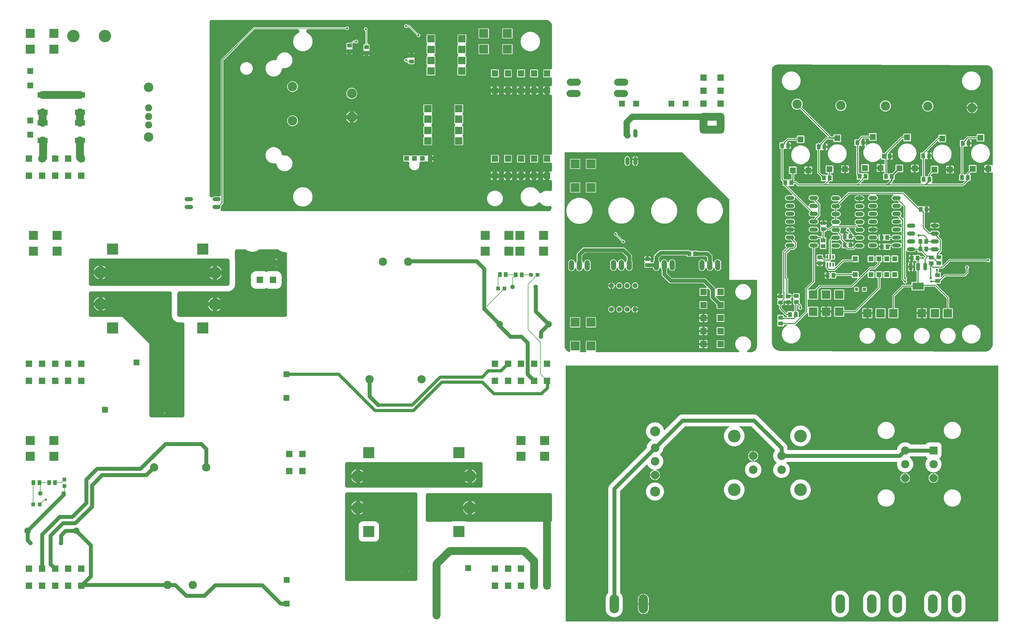
<source format=gbl>
%MOIN*%
%OFA0B0*%
%FSLAX34Y34*%
%IPPOS*%
%LPD*%
%AMOC8*
5,1,8,0,0,$1,112.5*%
%AMOC80*
5,1,8,0,0,$1,22.5*%
%AMOC81*
5,1,8,0,0,$1,22.5*%
%AMOC80*
5,1,8,0,0,$1,22.5*%
%AMOC81*
5,1,8,0,0,$1,22.5*%
%AMOC80*
5,1,8,0,0,$1,112.5*%
%ADD10R,0.062992125984251982X0.051181102362204731*%
%ADD11C,0.11811023622047245*%
%ADD12R,0.051181102362204731X0.062992125984251982*%
%ADD13R,0.064960629921259838X0.064960629921259838*%
%ADD14R,0.051181102362204731X0.059055118110236227*%
%ADD15R,0.023622047244094488X0.049212598425196853*%
%ADD16C,0.052000000000000005*%
%ADD17R,0.048000000000000008X0.088*%
%ADD18R,0.14173228346456693X0.086614173228346469*%
%ADD19R,0.059055118110236227X0.051181102362204731*%
%ADD20R,0.10629921259842522X0.10629921259842522*%
%ADD21R,0.039685039370078744X0.039685039370078744*%
%ADD22R,0.076771653543307089X0.076771653543307089*%
%ADD23C,0.011811023622047244*%
%ADD24C,0.012000000000000002*%
%ADD25C,0.029779527559055118*%
%ADD26C,0.01968503937007874*%
%ADD37C,0.108*%
%ADD38C,0.16*%
%ADD39C,0.10452755905511811*%
%ADD40R,0.10452755905511811X0.10452755905511811*%
%ADD41C,0.127*%
%ADD42C,0.11850000000000001*%
%ADD43C,0.05*%
%ADD44C,0.105*%
%ADD45R,0.082677165354330714X0.082677165354330714*%
%ADD46C,0.057086614173228349*%
%ADD47C,0.082677165354330714*%
%ADD48C,0.0562992125984252*%
%ADD49R,0.075000000000000011X0.075000000000000011*%
%ADD50R,0.047244094488188976X0.047244094488188976*%
%ADD51R,0.051181102362204731X0.059055118110236227*%
%ADD52R,0.1125X0.1125*%
%ADD53C,0.15748031496062992*%
%ADD54R,0.14X0.14*%
%ADD55C,0.05*%
%ADD56C,0.0078740157480314977*%
%ADD57C,0.11811023622047245*%
%ADD58C,0.029779527559055118*%
%ADD59C,0.1*%
%ADD60C,0.105*%
%ADD61R,0.082677165354330714X0.082677165354330714*%
%ADD62C,0.057086614173228349*%
%ADD63C,0.082677165354330714*%
%ADD64C,0.0562992125984252*%
%ADD65R,0.047244094488188976X0.047244094488188976*%
%ADD66R,0.051181102362204731X0.059055118110236227*%
%ADD67R,0.075000000000000011X0.075000000000000011*%
%ADD68R,0.1125X0.1125*%
%ADD69C,0.15748031496062992*%
%ADD70R,0.14X0.14*%
%ADD71C,0.04*%
%ADD72C,0.05*%
%ADD73C,0.0078740157480314977*%
%ADD74C,0.11811023622047245*%
%ADD75C,0.03937007874015748*%
%ADD76C,0.15748031496062992*%
%ADD77C,0.124*%
%ADD78P,0.1342163779527559X8X292.5*%
%ADD79R,0.059055118110236227X0.051181102362204731*%
%ADD80C,0.089763779527559054*%
%ADD81C,0.11988188976377953*%
%ADD82R,0.094488188976377951X0.094488188976377951*%
%ADD83C,0.052000000000000005*%
%ADD84R,0.082677165354330714X0.082677165354330714*%
%ADD85R,0.1125X0.1125*%
%ADD86R,0.062007874015748032X0.062007874015748032*%
%ADD87R,0.076771653543307089X0.076771653543307089*%
%ADD88R,0.12598425196850396X0.070866141732283464*%
%ADD89C,0.029779527559055118*%
%ADD90C,0.15748031496062992*%
%ADD91C,0.1*%
%ADD92C,0.0078740157480314977*%
%ADD93C,0.012000000000000002*%
%ADD94C,0.064*%
%ADD95C,0.066*%
%ADD96C,0.052000000000000005*%
%ADD97R,0.082677165354330714X0.082677165354330714*%
%ADD98R,0.1125X0.1125*%
%ADD99C,0.088500000000000009*%
%ADD100R,0.076771653543307089X0.076771653543307089*%
%ADD101R,0.051181102362204731X0.059055118110236227*%
%ADD102R,0.059055118110236227X0.051181102362204731*%
%ADD103C,0.029779527559055118*%
%ADD104C,0.05*%
%ADD105C,0.0078740157480314977*%
%ADD106C,0.1*%
%ADD107C,0.07874015748031496*%
G75*
G01*
G36*
X0123172Y0035799D02*
X0123172Y0035799D01*
X0123172Y0035799D01*
X0123172Y0057397D01*
X0123171Y0057401D01*
X0123171Y0057405D01*
X0123170Y0057408D01*
X0123170Y0057411D01*
X0123169Y0057414D01*
X0123168Y0057418D01*
X0123166Y0057421D01*
X0123165Y0057423D01*
X0123163Y0057427D01*
X0123161Y0057430D01*
X0123159Y0057432D01*
X0123158Y0057435D01*
X0123155Y0057438D01*
X0123152Y0057441D01*
X0123150Y0057442D01*
X0123148Y0057444D01*
X0123145Y0057446D01*
X0123141Y0057449D01*
X0123139Y0057450D01*
X0123136Y0057451D01*
X0123132Y0057452D01*
X0123129Y0057454D01*
X0123126Y0057454D01*
X0123123Y0057455D01*
X0123119Y0057455D01*
X0123115Y0057456D01*
X0123112Y0057456D01*
X0123110Y0057456D01*
X0123106Y0057455D01*
X0123102Y0057455D01*
X0123099Y0057454D01*
X0123096Y0057454D01*
X0123092Y0057452D01*
X0123089Y0057451D01*
X0123086Y0057450D01*
X0123084Y0057449D01*
X0123080Y0057446D01*
X0123077Y0057444D01*
X0123074Y0057441D01*
X0123073Y0057441D01*
X0123072Y0057440D01*
X0123071Y0057439D01*
X0123051Y0057419D01*
X0123028Y0057406D01*
X0123003Y0057399D01*
X0122724Y0057399D01*
X0122724Y0057824D01*
X0122724Y0057825D01*
X0122724Y0057827D01*
X0122723Y0057832D01*
X0122722Y0057837D01*
X0122722Y0057839D01*
X0122722Y0057840D01*
X0122720Y0057845D01*
X0122718Y0057850D01*
X0122717Y0057851D01*
X0122716Y0057853D01*
X0122713Y0057857D01*
X0122710Y0057862D01*
X0122709Y0057863D01*
X0122708Y0057864D01*
X0122704Y0057867D01*
X0122700Y0057871D01*
X0122699Y0057872D01*
X0122698Y0057873D01*
X0122693Y0057875D01*
X0122689Y0057878D01*
X0122687Y0057878D01*
X0122686Y0057879D01*
X0122681Y0057880D01*
X0122676Y0057882D01*
X0122674Y0057882D01*
X0122673Y0057882D01*
X0122665Y0057883D01*
X0122606Y0057883D01*
X0122606Y0057883D01*
X0122665Y0057883D01*
X0122666Y0057883D01*
X0122668Y0057883D01*
X0122673Y0057884D01*
X0122678Y0057885D01*
X0122680Y0057885D01*
X0122681Y0057885D01*
X0122686Y0057887D01*
X0122691Y0057889D01*
X0122692Y0057890D01*
X0122694Y0057890D01*
X0122698Y0057894D01*
X0122703Y0057897D01*
X0122704Y0057898D01*
X0122705Y0057898D01*
X0122708Y0057903D01*
X0122712Y0057906D01*
X0122713Y0057908D01*
X0122714Y0057909D01*
X0122716Y0057914D01*
X0122719Y0057918D01*
X0122719Y0057920D01*
X0122720Y0057921D01*
X0122721Y0057926D01*
X0122723Y0057931D01*
X0122723Y0057933D01*
X0122723Y0057934D01*
X0122724Y0057942D01*
X0122724Y0058367D01*
X0123003Y0058367D01*
X0123028Y0058360D01*
X0123051Y0058347D01*
X0123071Y0058327D01*
X0123074Y0058325D01*
X0123077Y0058322D01*
X0123079Y0058320D01*
X0123081Y0058319D01*
X0123085Y0058317D01*
X0123089Y0058315D01*
X0123091Y0058314D01*
X0123094Y0058313D01*
X0123098Y0058312D01*
X0123102Y0058311D01*
X0123104Y0058311D01*
X0123107Y0058310D01*
X0123111Y0058310D01*
X0123115Y0058310D01*
X0123118Y0058310D01*
X0123121Y0058310D01*
X0123125Y0058312D01*
X0123129Y0058312D01*
X0123131Y0058313D01*
X0123134Y0058314D01*
X0123137Y0058316D01*
X0123141Y0058317D01*
X0123143Y0058319D01*
X0123146Y0058320D01*
X0123149Y0058323D01*
X0123152Y0058325D01*
X0123154Y0058327D01*
X0123156Y0058329D01*
X0123159Y0058333D01*
X0123161Y0058336D01*
X0123162Y0058338D01*
X0123164Y0058340D01*
X0123166Y0058344D01*
X0123168Y0058348D01*
X0123168Y0058350D01*
X0123169Y0058353D01*
X0123170Y0058357D01*
X0123171Y0058361D01*
X0123171Y0058365D01*
X0123171Y0058366D01*
X0123171Y0058367D01*
X0123172Y0058369D01*
X0123172Y0070149D01*
X0123171Y0070150D01*
X0123172Y0070151D01*
X0123171Y0070152D01*
X0123172Y0070250D01*
X0123172Y0070250D01*
X0123172Y0070250D01*
X0123172Y0070251D01*
X0123171Y0070252D01*
X0123171Y0070255D01*
X0123166Y0070346D01*
X0123165Y0070348D01*
X0123165Y0070350D01*
X0123164Y0070358D01*
X0123117Y0070534D01*
X0123115Y0070537D01*
X0123114Y0070541D01*
X0123112Y0070545D01*
X0123112Y0070547D01*
X0123111Y0070547D01*
X0123111Y0070548D01*
X0123020Y0070706D01*
X0123018Y0070709D01*
X0123016Y0070712D01*
X0123013Y0070716D01*
X0123012Y0070717D01*
X0123011Y0070718D01*
X0123011Y0070719D01*
X0122882Y0070848D01*
X0122879Y0070850D01*
X0122876Y0070853D01*
X0122872Y0070856D01*
X0122871Y0070856D01*
X0122871Y0070857D01*
X0122870Y0070857D01*
X0122712Y0070949D01*
X0122708Y0070950D01*
X0122705Y0070952D01*
X0122700Y0070954D01*
X0122699Y0070954D01*
X0122699Y0070954D01*
X0122697Y0070955D01*
X0122521Y0071002D01*
X0122520Y0071002D01*
X0122518Y0071003D01*
X0122510Y0071004D01*
X0122419Y0071010D01*
X0122417Y0071010D01*
X0122415Y0071010D01*
X0122414Y0071010D01*
X0122414Y0071010D01*
X0122414Y0071010D01*
X0122316Y0071010D01*
X0122313Y0071011D01*
X0095911Y0071102D01*
X0095904Y0071102D01*
X0095903Y0071102D01*
X0095900Y0071102D01*
X0095811Y0071096D01*
X0095809Y0071096D01*
X0095808Y0071096D01*
X0095800Y0071095D01*
X0095628Y0071049D01*
X0095625Y0071048D01*
X0095621Y0071047D01*
X0095617Y0071045D01*
X0095615Y0071044D01*
X0095615Y0071044D01*
X0095614Y0071043D01*
X0095460Y0070955D01*
X0095457Y0070952D01*
X0095454Y0070951D01*
X0095450Y0070947D01*
X0095449Y0070947D01*
X0095448Y0070946D01*
X0095447Y0070945D01*
X0095322Y0070820D01*
X0095319Y0070817D01*
X0095317Y0070814D01*
X0095314Y0070810D01*
X0095313Y0070809D01*
X0095313Y0070809D01*
X0095312Y0070808D01*
X0095223Y0070654D01*
X0095222Y0070651D01*
X0095220Y0070647D01*
X0095218Y0070643D01*
X0095218Y0070641D01*
X0095218Y0070641D01*
X0095217Y0070640D01*
X0095171Y0070468D01*
X0095171Y0070466D01*
X0095170Y0070465D01*
X0095169Y0070457D01*
X0095163Y0070368D01*
X0095163Y0070367D01*
X0095163Y0070364D01*
X0095163Y0070263D01*
X0095163Y0070263D01*
X0095163Y0070263D01*
X0095163Y0070263D01*
X0095163Y0036007D01*
X0095163Y0036006D01*
X0095163Y0036005D01*
X0095163Y0036004D01*
X0095163Y0035906D01*
X0095163Y0035906D01*
X0095163Y0035906D01*
X0095163Y0035905D01*
X0095163Y0035904D01*
X0095163Y0035901D01*
X0095172Y0035764D01*
X0095172Y0035763D01*
X0095172Y0035761D01*
X0095174Y0035753D01*
X0095244Y0035489D01*
X0095246Y0035485D01*
X0095247Y0035482D01*
X0095249Y0035477D01*
X0095249Y0035476D01*
X0095250Y0035475D01*
X0095250Y0035474D01*
X0095387Y0035237D01*
X0095389Y0035234D01*
X0095391Y0035231D01*
X0095394Y0035227D01*
X0095395Y0035226D01*
X0095395Y0035226D01*
X0095396Y0035225D01*
X0095589Y0035031D01*
X0095592Y0035029D01*
X0095595Y0035026D01*
X0095599Y0035023D01*
X0095600Y0035023D01*
X0095600Y0035022D01*
X0095601Y0035022D01*
X0095838Y0034885D01*
X0095841Y0034883D01*
X0095845Y0034881D01*
X0095849Y0034880D01*
X0095850Y0034879D01*
X0095851Y0034879D01*
X0095852Y0034879D01*
X0096116Y0034807D01*
X0096118Y0034807D01*
X0096120Y0034807D01*
X0096128Y0034805D01*
X0096264Y0034796D01*
X0096266Y0034796D01*
X0096268Y0034796D01*
X0096269Y0034796D01*
X0096367Y0034796D01*
X0096370Y0034796D01*
X0122173Y0034707D01*
X0122177Y0034707D01*
X0122178Y0034707D01*
X0122180Y0034707D01*
X0122302Y0034714D01*
X0122304Y0034715D01*
X0122306Y0034715D01*
X0122314Y0034716D01*
X0122550Y0034779D01*
X0122553Y0034780D01*
X0122557Y0034781D01*
X0122561Y0034783D01*
X0122562Y0034784D01*
X0122563Y0034784D01*
X0122564Y0034784D01*
X0122776Y0034906D01*
X0122779Y0034908D01*
X0122782Y0034910D01*
X0122786Y0034913D01*
X0122787Y0034914D01*
X0122787Y0034915D01*
X0122788Y0034915D01*
X0122961Y0035088D01*
X0122963Y0035090D01*
X0122966Y0035093D01*
X0122968Y0035097D01*
X0122969Y0035098D01*
X0122969Y0035099D01*
X0122970Y0035100D01*
X0123092Y0035311D01*
X0123094Y0035314D01*
X0123096Y0035318D01*
X0123097Y0035322D01*
X0123098Y0035323D01*
X0123098Y0035324D01*
X0123098Y0035325D01*
X0123162Y0035561D01*
X0123162Y0035563D01*
X0123162Y0035564D01*
X0123163Y0035572D01*
X0123171Y0035694D01*
X0123171Y0035695D01*
X0123172Y0035698D01*
X0123172Y0035700D01*
X0123172Y0035799D01*
G37*
%LPC*%
G36*
X0122870Y0046252D02*
X0122870Y0046252D01*
X0122833Y0046160D01*
X0122763Y0046090D01*
X0122671Y0046053D01*
X0122572Y0046053D01*
X0122481Y0046090D01*
X0122446Y0046125D01*
X0122443Y0046128D01*
X0122440Y0046130D01*
X0122439Y0046131D01*
X0122437Y0046132D01*
X0122436Y0046133D01*
X0122435Y0046134D01*
X0122431Y0046135D01*
X0122428Y0046137D01*
X0122427Y0046138D01*
X0122425Y0046138D01*
X0122424Y0046139D01*
X0122423Y0046139D01*
X0122419Y0046140D01*
X0122415Y0046141D01*
X0122414Y0046141D01*
X0122412Y0046142D01*
X0122410Y0046142D01*
X0122410Y0046142D01*
X0122408Y0046142D01*
X0122404Y0046142D01*
X0117812Y0046142D01*
X0117806Y0046142D01*
X0117801Y0046141D01*
X0117800Y0046141D01*
X0117798Y0046141D01*
X0117793Y0046139D01*
X0117788Y0046137D01*
X0117787Y0046137D01*
X0117786Y0046136D01*
X0117781Y0046133D01*
X0117776Y0046130D01*
X0117775Y0046129D01*
X0117774Y0046129D01*
X0117773Y0046128D01*
X0117770Y0046125D01*
X0116887Y0045242D01*
X0116400Y0045242D01*
X0116394Y0045242D01*
X0116388Y0045241D01*
X0116387Y0045241D01*
X0116387Y0045241D01*
X0116381Y0045239D01*
X0116375Y0045237D01*
X0116375Y0045236D01*
X0116374Y0045236D01*
X0116369Y0045233D01*
X0116364Y0045230D01*
X0116363Y0045229D01*
X0116363Y0045229D01*
X0116358Y0045224D01*
X0116354Y0045220D01*
X0116354Y0045219D01*
X0116353Y0045219D01*
X0116350Y0045214D01*
X0116347Y0045208D01*
X0116347Y0045208D01*
X0116346Y0045207D01*
X0116344Y0045201D01*
X0116342Y0045195D01*
X0116342Y0045195D01*
X0116342Y0045194D01*
X0116342Y0045188D01*
X0116341Y0045182D01*
X0116341Y0045181D01*
X0116341Y0045181D01*
X0116342Y0045175D01*
X0116343Y0045168D01*
X0116343Y0045168D01*
X0116343Y0045167D01*
X0116344Y0045166D01*
X0116346Y0045161D01*
X0116370Y0045101D01*
X0116370Y0045002D01*
X0116333Y0044910D01*
X0116298Y0044876D01*
X0116295Y0044872D01*
X0116291Y0044867D01*
X0116290Y0044866D01*
X0116289Y0044865D01*
X0116287Y0044860D01*
X0116285Y0044855D01*
X0116284Y0044854D01*
X0116284Y0044853D01*
X0116283Y0044847D01*
X0116281Y0044842D01*
X0116281Y0044840D01*
X0116281Y0044840D01*
X0116281Y0044838D01*
X0116281Y0044834D01*
X0116281Y0044833D01*
X0116281Y0044832D01*
X0116281Y0044830D01*
X0116281Y0044827D01*
X0116281Y0044826D01*
X0116282Y0044824D01*
X0116282Y0044819D01*
X0116283Y0044818D01*
X0116283Y0044817D01*
X0116285Y0044812D01*
X0116287Y0044807D01*
X0116288Y0044805D01*
X0116288Y0044804D01*
X0116291Y0044800D01*
X0116294Y0044795D01*
X0116295Y0044794D01*
X0116296Y0044793D01*
X0116300Y0044790D01*
X0116304Y0044786D01*
X0116305Y0044785D01*
X0116306Y0044784D01*
X0116311Y0044782D01*
X0116316Y0044779D01*
X0116317Y0044779D01*
X0116318Y0044778D01*
X0116324Y0044777D01*
X0116329Y0044775D01*
X0116330Y0044775D01*
X0116332Y0044775D01*
X0116340Y0044774D01*
X0116530Y0044774D01*
X0116589Y0044715D01*
X0116589Y0044252D01*
X0116589Y0044248D01*
X0116589Y0044244D01*
X0116590Y0044242D01*
X0116590Y0044239D01*
X0116592Y0044235D01*
X0116593Y0044231D01*
X0116594Y0044229D01*
X0116595Y0044226D01*
X0116597Y0044223D01*
X0116599Y0044219D01*
X0116601Y0044217D01*
X0116603Y0044215D01*
X0116605Y0044212D01*
X0116608Y0044209D01*
X0116610Y0044207D01*
X0116612Y0044205D01*
X0116616Y0044203D01*
X0116619Y0044201D01*
X0116622Y0044200D01*
X0116624Y0044198D01*
X0116628Y0044197D01*
X0116632Y0044196D01*
X0116635Y0044195D01*
X0116637Y0044194D01*
X0116641Y0044194D01*
X0116645Y0044193D01*
X0116648Y0044194D01*
X0116651Y0044193D01*
X0116655Y0044194D01*
X0116659Y0044194D01*
X0116661Y0044195D01*
X0116664Y0044196D01*
X0116668Y0044197D01*
X0116672Y0044198D01*
X0116674Y0044200D01*
X0116677Y0044201D01*
X0116680Y0044203D01*
X0116684Y0044205D01*
X0116687Y0044208D01*
X0116688Y0044209D01*
X0116688Y0044210D01*
X0116690Y0044211D01*
X0116929Y0044450D01*
X0117040Y0044561D01*
X0119531Y0044561D01*
X0119537Y0044561D01*
X0119542Y0044562D01*
X0119543Y0044562D01*
X0119545Y0044562D01*
X0119550Y0044564D01*
X0119555Y0044566D01*
X0119556Y0044566D01*
X0119558Y0044567D01*
X0119562Y0044570D01*
X0119567Y0044573D01*
X0119568Y0044574D01*
X0119569Y0044574D01*
X0119570Y0044575D01*
X0119573Y0044578D01*
X0119745Y0044750D01*
X0119749Y0044754D01*
X0119752Y0044759D01*
X0119753Y0044760D01*
X0119754Y0044761D01*
X0119756Y0044766D01*
X0119759Y0044771D01*
X0119759Y0044772D01*
X0119759Y0044773D01*
X0119761Y0044778D01*
X0119762Y0044784D01*
X0119762Y0044786D01*
X0119762Y0044786D01*
X0119762Y0044788D01*
X0119762Y0044792D01*
X0119762Y0045184D01*
X0119762Y0045190D01*
X0119761Y0045195D01*
X0119761Y0045196D01*
X0119761Y0045198D01*
X0119759Y0045203D01*
X0119757Y0045208D01*
X0119757Y0045209D01*
X0119756Y0045210D01*
X0119753Y0045215D01*
X0119750Y0045220D01*
X0119749Y0045221D01*
X0119749Y0045222D01*
X0119748Y0045223D01*
X0119745Y0045226D01*
X0119711Y0045260D01*
X0119673Y0045352D01*
X0119673Y0045451D01*
X0119711Y0045542D01*
X0119781Y0045612D01*
X0119872Y0045650D01*
X0119971Y0045650D01*
X0120063Y0045612D01*
X0120133Y0045542D01*
X0120170Y0045451D01*
X0120170Y0045352D01*
X0120133Y0045260D01*
X0120098Y0045226D01*
X0120094Y0045222D01*
X0120091Y0045217D01*
X0120090Y0045216D01*
X0120089Y0045215D01*
X0120087Y0045210D01*
X0120085Y0045205D01*
X0120084Y0045204D01*
X0120084Y0045203D01*
X0120083Y0045197D01*
X0120081Y0045192D01*
X0120081Y0045190D01*
X0120081Y0045190D01*
X0120081Y0045188D01*
X0120081Y0045184D01*
X0120081Y0044636D01*
X0119687Y0044242D01*
X0117196Y0044242D01*
X0117190Y0044242D01*
X0117185Y0044241D01*
X0117184Y0044241D01*
X0117182Y0044241D01*
X0117177Y0044239D01*
X0117172Y0044237D01*
X0117171Y0044237D01*
X0117169Y0044236D01*
X0117165Y0044233D01*
X0117160Y0044230D01*
X0117159Y0044229D01*
X0117158Y0044229D01*
X0117157Y0044228D01*
X0117154Y0044225D01*
X0116606Y0043677D01*
X0116603Y0043673D01*
X0116599Y0043669D01*
X0116599Y0043668D01*
X0116598Y0043667D01*
X0116595Y0043662D01*
X0116593Y0043657D01*
X0116593Y0043655D01*
X0116592Y0043654D01*
X0116591Y0043649D01*
X0116589Y0043644D01*
X0116589Y0043642D01*
X0116589Y0043641D01*
X0116589Y0043640D01*
X0116589Y0043636D01*
X0116589Y0043373D01*
X0116530Y0043314D01*
X0116081Y0043314D01*
X0116077Y0043314D01*
X0116073Y0043313D01*
X0116070Y0043313D01*
X0116068Y0043312D01*
X0116064Y0043311D01*
X0116060Y0043310D01*
X0116057Y0043309D01*
X0116055Y0043308D01*
X0116051Y0043306D01*
X0116048Y0043304D01*
X0116046Y0043302D01*
X0116043Y0043300D01*
X0116041Y0043297D01*
X0116038Y0043295D01*
X0116036Y0043293D01*
X0116034Y0043291D01*
X0116032Y0043287D01*
X0116030Y0043284D01*
X0116029Y0043281D01*
X0116027Y0043279D01*
X0116026Y0043275D01*
X0116024Y0043271D01*
X0116024Y0043268D01*
X0116023Y0043266D01*
X0116023Y0043262D01*
X0116022Y0043258D01*
X0116022Y0043255D01*
X0116022Y0043252D01*
X0116023Y0043248D01*
X0116023Y0043244D01*
X0116024Y0043241D01*
X0116024Y0043239D01*
X0116026Y0043235D01*
X0116027Y0043231D01*
X0116029Y0043229D01*
X0116030Y0043226D01*
X0116032Y0043223D01*
X0116034Y0043219D01*
X0116037Y0043216D01*
X0116038Y0043215D01*
X0116038Y0043215D01*
X0116039Y0043213D01*
X0116103Y0043150D01*
X0117651Y0041602D01*
X0117651Y0040277D01*
X0117651Y0040275D01*
X0117651Y0040274D01*
X0117652Y0040269D01*
X0117652Y0040263D01*
X0117653Y0040262D01*
X0117653Y0040260D01*
X0117655Y0040255D01*
X0117657Y0040250D01*
X0117658Y0040249D01*
X0117658Y0040248D01*
X0117661Y0040243D01*
X0117664Y0040239D01*
X0117665Y0040238D01*
X0117666Y0040237D01*
X0117670Y0040233D01*
X0117674Y0040230D01*
X0117675Y0040229D01*
X0117676Y0040228D01*
X0117681Y0040225D01*
X0117686Y0040223D01*
X0117687Y0040222D01*
X0117689Y0040222D01*
X0117694Y0040220D01*
X0117699Y0040219D01*
X0117700Y0040219D01*
X0117702Y0040218D01*
X0117710Y0040218D01*
X0118065Y0040218D01*
X0118123Y0040159D01*
X0118123Y0039013D01*
X0118065Y0038955D01*
X0116919Y0038955D01*
X0116860Y0039013D01*
X0116860Y0040159D01*
X0116919Y0040218D01*
X0117273Y0040218D01*
X0117275Y0040218D01*
X0117276Y0040218D01*
X0117282Y0040219D01*
X0117287Y0040219D01*
X0117288Y0040220D01*
X0117290Y0040220D01*
X0117295Y0040222D01*
X0117300Y0040224D01*
X0117301Y0040225D01*
X0117302Y0040225D01*
X0117307Y0040228D01*
X0117311Y0040231D01*
X0117312Y0040232D01*
X0117313Y0040233D01*
X0117317Y0040237D01*
X0117321Y0040241D01*
X0117321Y0040242D01*
X0117322Y0040243D01*
X0117325Y0040248D01*
X0117328Y0040253D01*
X0117328Y0040254D01*
X0117329Y0040255D01*
X0117330Y0040261D01*
X0117332Y0040266D01*
X0117332Y0040267D01*
X0117332Y0040269D01*
X0117333Y0040277D01*
X0117333Y0041446D01*
X0117332Y0041451D01*
X0117332Y0041457D01*
X0117331Y0041458D01*
X0117331Y0041459D01*
X0117329Y0041464D01*
X0117327Y0041470D01*
X0117327Y0041471D01*
X0117326Y0041472D01*
X0117323Y0041477D01*
X0117321Y0041481D01*
X0117319Y0041483D01*
X0117319Y0041483D01*
X0117318Y0041484D01*
X0117315Y0041487D01*
X0115878Y0042925D01*
X0115873Y0042929D01*
X0115869Y0042932D01*
X0115868Y0042933D01*
X0115867Y0042934D01*
X0115862Y0042936D01*
X0115857Y0042938D01*
X0115856Y0042939D01*
X0115855Y0042939D01*
X0115849Y0042940D01*
X0115844Y0042942D01*
X0115842Y0042942D01*
X0115841Y0042942D01*
X0115840Y0042942D01*
X0115836Y0042942D01*
X0114563Y0042942D01*
X0114562Y0042942D01*
X0114560Y0042942D01*
X0114555Y0042941D01*
X0114549Y0042941D01*
X0114548Y0042940D01*
X0114547Y0042940D01*
X0114542Y0042938D01*
X0114537Y0042936D01*
X0114535Y0042935D01*
X0114534Y0042935D01*
X0114530Y0042932D01*
X0114525Y0042929D01*
X0114524Y0042928D01*
X0114523Y0042927D01*
X0114520Y0042923D01*
X0114516Y0042919D01*
X0114515Y0042918D01*
X0114514Y0042917D01*
X0114512Y0042912D01*
X0114509Y0042907D01*
X0114508Y0042906D01*
X0114508Y0042905D01*
X0114506Y0042899D01*
X0114505Y0042894D01*
X0114505Y0042893D01*
X0114504Y0042891D01*
X0114504Y0042883D01*
X0114504Y0042557D01*
X0114445Y0042498D01*
X0112945Y0042498D01*
X0112886Y0042557D01*
X0112886Y0042813D01*
X0112886Y0042815D01*
X0112886Y0042816D01*
X0112886Y0042821D01*
X0112885Y0042827D01*
X0112884Y0042828D01*
X0112884Y0042830D01*
X0112882Y0042835D01*
X0112880Y0042840D01*
X0112880Y0042841D01*
X0112879Y0042842D01*
X0112876Y0042846D01*
X0112873Y0042851D01*
X0112872Y0042852D01*
X0112871Y0042853D01*
X0112867Y0042857D01*
X0112863Y0042860D01*
X0112862Y0042861D01*
X0112861Y0042862D01*
X0112856Y0042865D01*
X0112851Y0042867D01*
X0112850Y0042868D01*
X0112849Y0042868D01*
X0112843Y0042870D01*
X0112838Y0042871D01*
X0112837Y0042871D01*
X0112836Y0042872D01*
X0112827Y0042872D01*
X0111886Y0042872D01*
X0111880Y0042872D01*
X0111875Y0042871D01*
X0111873Y0042871D01*
X0111872Y0042871D01*
X0111867Y0042869D01*
X0111862Y0042867D01*
X0111860Y0042867D01*
X0111859Y0042866D01*
X0111855Y0042863D01*
X0111850Y0042860D01*
X0111849Y0042859D01*
X0111848Y0042859D01*
X0111847Y0042858D01*
X0111844Y0042855D01*
X0110768Y0041779D01*
X0110765Y0041775D01*
X0110761Y0041771D01*
X0110760Y0041770D01*
X0110760Y0041769D01*
X0110757Y0041764D01*
X0110755Y0041759D01*
X0110754Y0041757D01*
X0110754Y0041756D01*
X0110753Y0041751D01*
X0110751Y0041746D01*
X0110751Y0041744D01*
X0110751Y0041743D01*
X0110751Y0041742D01*
X0110751Y0041737D01*
X0110751Y0040277D01*
X0110751Y0040275D01*
X0110751Y0040274D01*
X0110752Y0040269D01*
X0110752Y0040263D01*
X0110753Y0040262D01*
X0110753Y0040260D01*
X0110755Y0040255D01*
X0110757Y0040250D01*
X0110758Y0040249D01*
X0110758Y0040248D01*
X0110761Y0040243D01*
X0110764Y0040239D01*
X0110765Y0040238D01*
X0110766Y0040237D01*
X0110770Y0040233D01*
X0110774Y0040230D01*
X0110775Y0040229D01*
X0110776Y0040228D01*
X0110781Y0040225D01*
X0110786Y0040223D01*
X0110787Y0040222D01*
X0110788Y0040222D01*
X0110794Y0040220D01*
X0110799Y0040219D01*
X0110800Y0040219D01*
X0110802Y0040218D01*
X0110810Y0040218D01*
X0111165Y0040218D01*
X0111223Y0040159D01*
X0111223Y0039013D01*
X0111165Y0038955D01*
X0110019Y0038955D01*
X0109960Y0039013D01*
X0109960Y0040159D01*
X0110019Y0040218D01*
X0110374Y0040218D01*
X0110375Y0040218D01*
X0110376Y0040218D01*
X0110382Y0040219D01*
X0110387Y0040219D01*
X0110388Y0040220D01*
X0110390Y0040220D01*
X0110395Y0040222D01*
X0110400Y0040224D01*
X0110401Y0040225D01*
X0110402Y0040225D01*
X0110407Y0040228D01*
X0110411Y0040231D01*
X0110412Y0040232D01*
X0110413Y0040233D01*
X0110417Y0040237D01*
X0110421Y0040241D01*
X0110421Y0040242D01*
X0110422Y0040243D01*
X0110425Y0040248D01*
X0110428Y0040253D01*
X0110428Y0040254D01*
X0110429Y0040255D01*
X0110430Y0040261D01*
X0110432Y0040266D01*
X0110432Y0040267D01*
X0110432Y0040269D01*
X0110433Y0040277D01*
X0110433Y0041894D01*
X0111729Y0043190D01*
X0112827Y0043190D01*
X0112829Y0043191D01*
X0112830Y0043191D01*
X0112836Y0043191D01*
X0112841Y0043192D01*
X0112842Y0043193D01*
X0112844Y0043193D01*
X0112849Y0043195D01*
X0112854Y0043197D01*
X0112855Y0043197D01*
X0112856Y0043198D01*
X0112861Y0043201D01*
X0112865Y0043204D01*
X0112866Y0043205D01*
X0112867Y0043206D01*
X0112871Y0043210D01*
X0112875Y0043214D01*
X0112875Y0043215D01*
X0112876Y0043216D01*
X0112879Y0043221D01*
X0112881Y0043226D01*
X0112882Y0043227D01*
X0112883Y0043228D01*
X0112884Y0043234D01*
X0112885Y0043239D01*
X0112886Y0043240D01*
X0112886Y0043241D01*
X0112886Y0043250D01*
X0112886Y0043506D01*
X0112945Y0043565D01*
X0113477Y0043565D01*
X0113478Y0043565D01*
X0113480Y0043565D01*
X0113485Y0043565D01*
X0113491Y0043566D01*
X0113492Y0043567D01*
X0113493Y0043567D01*
X0113498Y0043569D01*
X0113503Y0043571D01*
X0113505Y0043571D01*
X0113506Y0043572D01*
X0113510Y0043575D01*
X0113515Y0043578D01*
X0113516Y0043579D01*
X0113517Y0043580D01*
X0113520Y0043584D01*
X0113524Y0043588D01*
X0113525Y0043589D01*
X0113526Y0043590D01*
X0113528Y0043595D01*
X0113531Y0043600D01*
X0113531Y0043601D01*
X0113532Y0043602D01*
X0113533Y0043608D01*
X0113535Y0043613D01*
X0113535Y0043614D01*
X0113536Y0043615D01*
X0113536Y0043624D01*
X0113536Y0044872D01*
X0113536Y0044874D01*
X0113536Y0044875D01*
X0113535Y0044881D01*
X0113535Y0044886D01*
X0113534Y0044887D01*
X0113534Y0044889D01*
X0113532Y0044894D01*
X0113530Y0044899D01*
X0113529Y0044900D01*
X0113529Y0044901D01*
X0113525Y0044906D01*
X0113522Y0044910D01*
X0113521Y0044911D01*
X0113521Y0044912D01*
X0113517Y0044916D01*
X0113513Y0044920D01*
X0113511Y0044920D01*
X0113510Y0044921D01*
X0113506Y0044924D01*
X0113501Y0044926D01*
X0113500Y0044927D01*
X0113498Y0044927D01*
X0113493Y0044929D01*
X0113488Y0044930D01*
X0113486Y0044931D01*
X0113485Y0044931D01*
X0113477Y0044931D01*
X0113414Y0044931D01*
X0113355Y0044990D01*
X0113355Y0045953D01*
X0113414Y0046012D01*
X0113476Y0046012D01*
X0113477Y0046012D01*
X0113479Y0046012D01*
X0113484Y0046012D01*
X0113490Y0046013D01*
X0113491Y0046014D01*
X0113492Y0046014D01*
X0113497Y0046016D01*
X0113502Y0046018D01*
X0113504Y0046018D01*
X0113505Y0046019D01*
X0113509Y0046022D01*
X0113514Y0046025D01*
X0113515Y0046026D01*
X0113516Y0046027D01*
X0113520Y0046031D01*
X0113523Y0046035D01*
X0113524Y0046036D01*
X0113525Y0046037D01*
X0113527Y0046042D01*
X0113530Y0046047D01*
X0113531Y0046048D01*
X0113531Y0046049D01*
X0113533Y0046055D01*
X0113534Y0046060D01*
X0113534Y0046061D01*
X0113535Y0046062D01*
X0113535Y0046071D01*
X0113535Y0046129D01*
X0113535Y0046130D01*
X0113535Y0046131D01*
X0113534Y0046137D01*
X0113534Y0046142D01*
X0113533Y0046143D01*
X0113533Y0046145D01*
X0113531Y0046150D01*
X0113529Y0046155D01*
X0113528Y0046156D01*
X0113528Y0046157D01*
X0113524Y0046162D01*
X0113522Y0046166D01*
X0113520Y0046167D01*
X0113520Y0046168D01*
X0113516Y0046172D01*
X0113512Y0046176D01*
X0113510Y0046176D01*
X0113509Y0046177D01*
X0113505Y0046180D01*
X0113500Y0046183D01*
X0113499Y0046183D01*
X0113497Y0046184D01*
X0113492Y0046185D01*
X0113487Y0046187D01*
X0113486Y0046187D01*
X0113484Y0046187D01*
X0113476Y0046188D01*
X0113356Y0046188D01*
X0113321Y0046223D01*
X0113320Y0046223D01*
X0113319Y0046225D01*
X0113314Y0046228D01*
X0113310Y0046231D01*
X0113309Y0046232D01*
X0113308Y0046232D01*
X0113303Y0046235D01*
X0113298Y0046237D01*
X0113296Y0046237D01*
X0113295Y0046238D01*
X0113290Y0046239D01*
X0113284Y0046240D01*
X0113283Y0046240D01*
X0113282Y0046240D01*
X0113276Y0046239D01*
X0113271Y0046239D01*
X0113270Y0046239D01*
X0113268Y0046239D01*
X0113263Y0046237D01*
X0113258Y0046236D01*
X0113256Y0046235D01*
X0113255Y0046235D01*
X0113250Y0046232D01*
X0113246Y0046230D01*
X0113245Y0046229D01*
X0113243Y0046228D01*
X0113237Y0046223D01*
X0113222Y0046208D01*
X0113200Y0046194D01*
X0113174Y0046188D01*
X0113023Y0046188D01*
X0113023Y0046524D01*
X0113023Y0046525D01*
X0113023Y0046527D01*
X0113022Y0046532D01*
X0113022Y0046537D01*
X0113021Y0046539D01*
X0113021Y0046540D01*
X0113019Y0046545D01*
X0113017Y0046550D01*
X0113016Y0046551D01*
X0113016Y0046553D01*
X0113012Y0046557D01*
X0113009Y0046562D01*
X0113008Y0046563D01*
X0113008Y0046564D01*
X0113004Y0046567D01*
X0113000Y0046571D01*
X0112998Y0046572D01*
X0112997Y0046573D01*
X0112993Y0046575D01*
X0112988Y0046578D01*
X0112987Y0046578D01*
X0112985Y0046579D01*
X0112980Y0046580D01*
X0112975Y0046582D01*
X0112973Y0046582D01*
X0112972Y0046582D01*
X0112964Y0046583D01*
X0112905Y0046583D01*
X0112905Y0046583D01*
X0112964Y0046583D01*
X0112965Y0046583D01*
X0112967Y0046583D01*
X0112972Y0046584D01*
X0112978Y0046585D01*
X0112979Y0046585D01*
X0112980Y0046585D01*
X0112985Y0046587D01*
X0112990Y0046589D01*
X0112992Y0046590D01*
X0112993Y0046590D01*
X0112997Y0046594D01*
X0113002Y0046597D01*
X0113003Y0046598D01*
X0113004Y0046598D01*
X0113007Y0046603D01*
X0113011Y0046606D01*
X0113012Y0046608D01*
X0113013Y0046609D01*
X0113015Y0046614D01*
X0113018Y0046618D01*
X0113018Y0046620D01*
X0113019Y0046621D01*
X0113020Y0046626D01*
X0113022Y0046631D01*
X0113022Y0046633D01*
X0113023Y0046634D01*
X0113023Y0046642D01*
X0113023Y0046978D01*
X0113174Y0046978D01*
X0113200Y0046971D01*
X0113222Y0046958D01*
X0113237Y0046943D01*
X0113238Y0046942D01*
X0113239Y0046941D01*
X0113244Y0046938D01*
X0113248Y0046935D01*
X0113249Y0046934D01*
X0113250Y0046933D01*
X0113255Y0046931D01*
X0113260Y0046929D01*
X0113262Y0046929D01*
X0113263Y0046928D01*
X0113268Y0046927D01*
X0113274Y0046926D01*
X0113275Y0046926D01*
X0113276Y0046926D01*
X0113282Y0046926D01*
X0113287Y0046927D01*
X0113289Y0046927D01*
X0113290Y0046927D01*
X0113295Y0046929D01*
X0113300Y0046930D01*
X0113302Y0046931D01*
X0113303Y0046931D01*
X0113308Y0046934D01*
X0113312Y0046936D01*
X0113313Y0046937D01*
X0113315Y0046938D01*
X0113321Y0046943D01*
X0113356Y0046978D01*
X0113950Y0046978D01*
X0114009Y0046920D01*
X0114009Y0046794D01*
X0114009Y0046793D01*
X0114009Y0046791D01*
X0114010Y0046786D01*
X0114011Y0046781D01*
X0114011Y0046779D01*
X0114011Y0046778D01*
X0114013Y0046773D01*
X0114015Y0046768D01*
X0114016Y0046767D01*
X0114016Y0046765D01*
X0114020Y0046761D01*
X0114023Y0046756D01*
X0114024Y0046755D01*
X0114024Y0046754D01*
X0114028Y0046751D01*
X0114032Y0046747D01*
X0114034Y0046746D01*
X0114035Y0046745D01*
X0114040Y0046743D01*
X0114044Y0046740D01*
X0114046Y0046740D01*
X0114047Y0046739D01*
X0114052Y0046738D01*
X0114057Y0046736D01*
X0114059Y0046736D01*
X0114060Y0046736D01*
X0114068Y0046735D01*
X0114079Y0046735D01*
X0114084Y0046736D01*
X0114090Y0046736D01*
X0114091Y0046736D01*
X0114092Y0046737D01*
X0114098Y0046738D01*
X0114103Y0046740D01*
X0114104Y0046741D01*
X0114105Y0046741D01*
X0114110Y0046744D01*
X0114115Y0046747D01*
X0114116Y0046748D01*
X0114117Y0046749D01*
X0114118Y0046750D01*
X0114121Y0046752D01*
X0114155Y0046787D01*
X0114247Y0046825D01*
X0114346Y0046825D01*
X0114437Y0046787D01*
X0114508Y0046716D01*
X0114509Y0046714D01*
X0114512Y0046709D01*
X0114512Y0046709D01*
X0114513Y0046708D01*
X0114517Y0046703D01*
X0114521Y0046699D01*
X0114521Y0046698D01*
X0114522Y0046698D01*
X0114527Y0046694D01*
X0114532Y0046691D01*
X0114533Y0046691D01*
X0114533Y0046690D01*
X0114539Y0046688D01*
X0114545Y0046686D01*
X0114545Y0046685D01*
X0114546Y0046685D01*
X0114552Y0046684D01*
X0114558Y0046683D01*
X0114559Y0046683D01*
X0114559Y0046683D01*
X0114565Y0046684D01*
X0114572Y0046684D01*
X0114572Y0046685D01*
X0114573Y0046685D01*
X0114579Y0046687D01*
X0114585Y0046688D01*
X0114585Y0046689D01*
X0114586Y0046689D01*
X0114591Y0046692D01*
X0114596Y0046695D01*
X0114597Y0046696D01*
X0114597Y0046696D01*
X0114598Y0046697D01*
X0114602Y0046701D01*
X0114622Y0046720D01*
X0114623Y0046721D01*
X0114624Y0046722D01*
X0114627Y0046726D01*
X0114630Y0046731D01*
X0114631Y0046732D01*
X0114632Y0046733D01*
X0114634Y0046738D01*
X0114636Y0046743D01*
X0114636Y0046744D01*
X0114637Y0046746D01*
X0114638Y0046751D01*
X0114639Y0046756D01*
X0114639Y0046758D01*
X0114639Y0046759D01*
X0114639Y0046764D01*
X0114638Y0046770D01*
X0114638Y0046771D01*
X0114638Y0046773D01*
X0114636Y0046778D01*
X0114635Y0046783D01*
X0114634Y0046784D01*
X0114634Y0046786D01*
X0114631Y0046790D01*
X0114629Y0046795D01*
X0114628Y0046796D01*
X0114627Y0046797D01*
X0114622Y0046803D01*
X0114158Y0047267D01*
X0114154Y0047270D01*
X0114150Y0047274D01*
X0114149Y0047274D01*
X0114148Y0047275D01*
X0114143Y0047278D01*
X0114138Y0047280D01*
X0114136Y0047280D01*
X0114135Y0047281D01*
X0114130Y0047282D01*
X0114125Y0047284D01*
X0114123Y0047284D01*
X0114122Y0047284D01*
X0114121Y0047284D01*
X0114117Y0047284D01*
X0113701Y0047284D01*
X0113643Y0047343D01*
X0113643Y0047476D01*
X0113643Y0047477D01*
X0113643Y0047479D01*
X0113642Y0047484D01*
X0113641Y0047490D01*
X0113641Y0047491D01*
X0113640Y0047492D01*
X0113638Y0047497D01*
X0113637Y0047502D01*
X0113636Y0047504D01*
X0113635Y0047505D01*
X0113632Y0047509D01*
X0113629Y0047514D01*
X0113628Y0047515D01*
X0113627Y0047516D01*
X0113623Y0047520D01*
X0113619Y0047523D01*
X0113618Y0047524D01*
X0113617Y0047525D01*
X0113612Y0047527D01*
X0113608Y0047530D01*
X0113606Y0047531D01*
X0113605Y0047531D01*
X0113600Y0047533D01*
X0113595Y0047534D01*
X0113593Y0047534D01*
X0113592Y0047535D01*
X0113584Y0047535D01*
X0113446Y0047535D01*
X0113442Y0047535D01*
X0113439Y0047535D01*
X0113435Y0047534D01*
X0113432Y0047534D01*
X0113429Y0047532D01*
X0113425Y0047532D01*
X0113422Y0047530D01*
X0113419Y0047529D01*
X0113416Y0047527D01*
X0113413Y0047526D01*
X0113411Y0047523D01*
X0113408Y0047522D01*
X0113405Y0047519D01*
X0113403Y0047517D01*
X0113401Y0047514D01*
X0113398Y0047512D01*
X0113397Y0047509D01*
X0113395Y0047506D01*
X0113392Y0047501D01*
X0113392Y0047500D01*
X0113391Y0047499D01*
X0113391Y0047499D01*
X0113388Y0047491D01*
X0113287Y0047390D01*
X0113154Y0047335D01*
X0112491Y0047335D01*
X0112359Y0047390D01*
X0112282Y0047466D01*
X0112279Y0047469D01*
X0112276Y0047472D01*
X0112274Y0047473D01*
X0112272Y0047475D01*
X0112268Y0047477D01*
X0112264Y0047479D01*
X0112262Y0047479D01*
X0112259Y0047481D01*
X0112255Y0047481D01*
X0112251Y0047483D01*
X0112249Y0047483D01*
X0112246Y0047483D01*
X0112242Y0047483D01*
X0112238Y0047484D01*
X0112235Y0047483D01*
X0112232Y0047483D01*
X0112228Y0047482D01*
X0112224Y0047481D01*
X0112222Y0047480D01*
X0112219Y0047480D01*
X0112216Y0047478D01*
X0112212Y0047476D01*
X0112210Y0047475D01*
X0112207Y0047473D01*
X0112204Y0047471D01*
X0112201Y0047468D01*
X0112199Y0047466D01*
X0112197Y0047464D01*
X0112195Y0047461D01*
X0112192Y0047458D01*
X0112191Y0047456D01*
X0112189Y0047453D01*
X0112187Y0047450D01*
X0112186Y0047446D01*
X0112185Y0047443D01*
X0112184Y0047441D01*
X0112183Y0047437D01*
X0112182Y0047433D01*
X0112182Y0047429D01*
X0112182Y0047427D01*
X0112182Y0047426D01*
X0112182Y0047425D01*
X0112182Y0044265D01*
X0112182Y0044261D01*
X0112182Y0044258D01*
X0112183Y0044255D01*
X0112183Y0044251D01*
X0112184Y0044248D01*
X0112185Y0044245D01*
X0112187Y0044242D01*
X0112188Y0044238D01*
X0112190Y0044236D01*
X0112191Y0044232D01*
X0112193Y0044230D01*
X0112195Y0044227D01*
X0112198Y0044225D01*
X0112200Y0044222D01*
X0112203Y0044220D01*
X0112205Y0044218D01*
X0112208Y0044216D01*
X0112211Y0044214D01*
X0112212Y0044213D01*
X0112283Y0044142D01*
X0112320Y0044051D01*
X0112320Y0043952D01*
X0112283Y0043860D01*
X0112265Y0043843D01*
X0112264Y0043842D01*
X0112263Y0043841D01*
X0112260Y0043837D01*
X0112257Y0043833D01*
X0112256Y0043831D01*
X0112255Y0043830D01*
X0112253Y0043825D01*
X0112251Y0043820D01*
X0112251Y0043819D01*
X0112250Y0043818D01*
X0112249Y0043812D01*
X0112248Y0043807D01*
X0112248Y0043805D01*
X0112248Y0043804D01*
X0112248Y0043799D01*
X0112249Y0043793D01*
X0112249Y0043792D01*
X0112249Y0043791D01*
X0112251Y0043785D01*
X0112252Y0043780D01*
X0112253Y0043779D01*
X0112253Y0043778D01*
X0112256Y0043773D01*
X0112258Y0043768D01*
X0112259Y0043767D01*
X0112260Y0043766D01*
X0112265Y0043760D01*
X0112283Y0043742D01*
X0112320Y0043651D01*
X0112320Y0043552D01*
X0112283Y0043460D01*
X0112213Y0043390D01*
X0112121Y0043353D01*
X0112022Y0043353D01*
X0111931Y0043390D01*
X0111861Y0043460D01*
X0111823Y0043552D01*
X0111823Y0043565D01*
X0111822Y0043571D01*
X0111822Y0043576D01*
X0111821Y0043578D01*
X0111821Y0043579D01*
X0111819Y0043584D01*
X0111818Y0043589D01*
X0111817Y0043591D01*
X0111816Y0043592D01*
X0111813Y0043596D01*
X0111811Y0043601D01*
X0111809Y0043602D01*
X0111809Y0043603D01*
X0111808Y0043604D01*
X0111805Y0043607D01*
X0111597Y0043815D01*
X0111597Y0047902D01*
X0111597Y0047906D01*
X0111596Y0047910D01*
X0111596Y0047913D01*
X0111595Y0047915D01*
X0111594Y0047919D01*
X0111593Y0047923D01*
X0111592Y0047926D01*
X0111591Y0047928D01*
X0111589Y0047932D01*
X0111587Y0047935D01*
X0111585Y0047937D01*
X0111583Y0047940D01*
X0111580Y0047942D01*
X0111578Y0047946D01*
X0111576Y0047947D01*
X0111574Y0047949D01*
X0111570Y0047951D01*
X0111567Y0047954D01*
X0111564Y0047955D01*
X0111562Y0047956D01*
X0111558Y0047957D01*
X0111554Y0047959D01*
X0111551Y0047959D01*
X0111549Y0047960D01*
X0111545Y0047960D01*
X0111541Y0047961D01*
X0111538Y0047961D01*
X0111535Y0047961D01*
X0111531Y0047960D01*
X0111527Y0047960D01*
X0111524Y0047959D01*
X0111522Y0047959D01*
X0111518Y0047957D01*
X0111514Y0047956D01*
X0111512Y0047955D01*
X0111509Y0047953D01*
X0111506Y0047951D01*
X0111502Y0047949D01*
X0111499Y0047946D01*
X0111498Y0047945D01*
X0111498Y0047945D01*
X0111496Y0047944D01*
X0111441Y0047888D01*
X0111309Y0047834D01*
X0110645Y0047834D01*
X0110513Y0047888D01*
X0110412Y0047990D01*
X0110408Y0047998D01*
X0110407Y0048001D01*
X0110405Y0048004D01*
X0110403Y0048007D01*
X0110402Y0048010D01*
X0110399Y0048012D01*
X0110397Y0048015D01*
X0110395Y0048018D01*
X0110393Y0048020D01*
X0110390Y0048022D01*
X0110387Y0048024D01*
X0110384Y0048026D01*
X0110381Y0048028D01*
X0110378Y0048029D01*
X0110375Y0048031D01*
X0110372Y0048031D01*
X0110369Y0048033D01*
X0110365Y0048033D01*
X0110362Y0048034D01*
X0110356Y0048034D01*
X0110355Y0048035D01*
X0110355Y0048034D01*
X0110354Y0048035D01*
X0110265Y0048035D01*
X0110264Y0048034D01*
X0110262Y0048034D01*
X0110257Y0048034D01*
X0110252Y0048033D01*
X0110250Y0048032D01*
X0110249Y0048032D01*
X0110244Y0048030D01*
X0110239Y0048028D01*
X0110238Y0048028D01*
X0110236Y0048027D01*
X0110232Y0048024D01*
X0110228Y0048021D01*
X0110227Y0048020D01*
X0110225Y0048019D01*
X0110222Y0048015D01*
X0110218Y0048011D01*
X0110217Y0048010D01*
X0110216Y0048009D01*
X0110214Y0048004D01*
X0110211Y0047999D01*
X0110211Y0047998D01*
X0110210Y0047997D01*
X0110209Y0047991D01*
X0110207Y0047986D01*
X0110207Y0047985D01*
X0110207Y0047984D01*
X0110206Y0047975D01*
X0110206Y0047688D01*
X0110148Y0047630D01*
X0109553Y0047630D01*
X0109518Y0047665D01*
X0109517Y0047666D01*
X0109516Y0047667D01*
X0109514Y0047668D01*
X0109513Y0047669D01*
X0109512Y0047669D01*
X0109512Y0047670D01*
X0109507Y0047673D01*
X0109506Y0047674D01*
X0109505Y0047675D01*
X0109500Y0047677D01*
X0109495Y0047679D01*
X0109494Y0047679D01*
X0109492Y0047680D01*
X0109487Y0047681D01*
X0109482Y0047682D01*
X0109480Y0047682D01*
X0109479Y0047682D01*
X0109474Y0047682D01*
X0109468Y0047681D01*
X0109467Y0047681D01*
X0109465Y0047681D01*
X0109460Y0047679D01*
X0109455Y0047678D01*
X0109454Y0047677D01*
X0109452Y0047677D01*
X0109448Y0047674D01*
X0109443Y0047672D01*
X0109442Y0047671D01*
X0109441Y0047670D01*
X0109435Y0047665D01*
X0109420Y0047650D01*
X0109397Y0047637D01*
X0109371Y0047630D01*
X0109220Y0047630D01*
X0109220Y0047966D01*
X0109220Y0047967D01*
X0109220Y0047969D01*
X0109219Y0047974D01*
X0109219Y0047980D01*
X0109218Y0047981D01*
X0109218Y0047982D01*
X0109216Y0047987D01*
X0109214Y0047992D01*
X0109213Y0047994D01*
X0109213Y0047995D01*
X0109210Y0047999D01*
X0109207Y0048004D01*
X0109206Y0048005D01*
X0109205Y0048006D01*
X0109201Y0048009D01*
X0109197Y0048013D01*
X0109196Y0048014D01*
X0109195Y0048015D01*
X0109190Y0048017D01*
X0109185Y0048020D01*
X0109184Y0048020D01*
X0109183Y0048021D01*
X0109177Y0048022D01*
X0109172Y0048024D01*
X0109171Y0048024D01*
X0109169Y0048025D01*
X0109161Y0048025D01*
X0109102Y0048025D01*
X0109102Y0048025D01*
X0109161Y0048025D01*
X0109163Y0048025D01*
X0109164Y0048025D01*
X0109169Y0048026D01*
X0109175Y0048027D01*
X0109176Y0048027D01*
X0109178Y0048027D01*
X0109183Y0048029D01*
X0109188Y0048031D01*
X0109189Y0048032D01*
X0109190Y0048033D01*
X0109195Y0048036D01*
X0109199Y0048039D01*
X0109200Y0048040D01*
X0109201Y0048041D01*
X0109205Y0048045D01*
X0109208Y0048049D01*
X0109209Y0048050D01*
X0109210Y0048051D01*
X0109213Y0048056D01*
X0109215Y0048060D01*
X0109216Y0048062D01*
X0109216Y0048063D01*
X0109218Y0048068D01*
X0109219Y0048073D01*
X0109219Y0048075D01*
X0109220Y0048076D01*
X0109220Y0048084D01*
X0109220Y0048420D01*
X0109371Y0048420D01*
X0109397Y0048414D01*
X0109420Y0048400D01*
X0109435Y0048385D01*
X0109436Y0048385D01*
X0109437Y0048384D01*
X0109441Y0048380D01*
X0109445Y0048377D01*
X0109446Y0048376D01*
X0109448Y0048376D01*
X0109453Y0048374D01*
X0109458Y0048371D01*
X0109459Y0048371D01*
X0109460Y0048370D01*
X0109466Y0048370D01*
X0109471Y0048368D01*
X0109472Y0048368D01*
X0109474Y0048368D01*
X0109479Y0048369D01*
X0109484Y0048369D01*
X0109486Y0048369D01*
X0109487Y0048369D01*
X0109492Y0048371D01*
X0109498Y0048372D01*
X0109499Y0048373D01*
X0109500Y0048373D01*
X0109505Y0048376D01*
X0109510Y0048379D01*
X0109511Y0048379D01*
X0109512Y0048380D01*
X0109518Y0048385D01*
X0109553Y0048420D01*
X0110148Y0048420D01*
X0110198Y0048370D01*
X0110202Y0048367D01*
X0110207Y0048363D01*
X0110208Y0048362D01*
X0110209Y0048362D01*
X0110214Y0048359D01*
X0110219Y0048357D01*
X0110220Y0048356D01*
X0110221Y0048356D01*
X0110226Y0048355D01*
X0110232Y0048353D01*
X0110234Y0048353D01*
X0110234Y0048353D01*
X0110236Y0048353D01*
X0110240Y0048353D01*
X0110354Y0048353D01*
X0110357Y0048353D01*
X0110361Y0048353D01*
X0110364Y0048354D01*
X0110367Y0048354D01*
X0110371Y0048355D01*
X0110374Y0048356D01*
X0110377Y0048358D01*
X0110380Y0048359D01*
X0110383Y0048361D01*
X0110386Y0048362D01*
X0110389Y0048364D01*
X0110392Y0048366D01*
X0110394Y0048369D01*
X0110397Y0048371D01*
X0110399Y0048374D01*
X0110401Y0048376D01*
X0110403Y0048379D01*
X0110405Y0048382D01*
X0110407Y0048387D01*
X0110408Y0048388D01*
X0110408Y0048388D01*
X0110408Y0048389D01*
X0110412Y0048398D01*
X0110513Y0048499D01*
X0110645Y0048554D01*
X0111309Y0048554D01*
X0111441Y0048499D01*
X0111496Y0048444D01*
X0111500Y0048441D01*
X0111502Y0048438D01*
X0111505Y0048437D01*
X0111507Y0048435D01*
X0111511Y0048433D01*
X0111514Y0048431D01*
X0111517Y0048430D01*
X0111519Y0048429D01*
X0111523Y0048428D01*
X0111527Y0048427D01*
X0111530Y0048427D01*
X0111533Y0048427D01*
X0111537Y0048427D01*
X0111541Y0048426D01*
X0111543Y0048427D01*
X0111546Y0048427D01*
X0111550Y0048428D01*
X0111554Y0048429D01*
X0111557Y0048430D01*
X0111559Y0048430D01*
X0111563Y0048432D01*
X0111567Y0048434D01*
X0111569Y0048435D01*
X0111571Y0048437D01*
X0111575Y0048439D01*
X0111578Y0048442D01*
X0111580Y0048444D01*
X0111582Y0048446D01*
X0111584Y0048449D01*
X0111587Y0048452D01*
X0111588Y0048454D01*
X0111590Y0048457D01*
X0111591Y0048460D01*
X0111593Y0048464D01*
X0111594Y0048467D01*
X0111595Y0048469D01*
X0111595Y0048473D01*
X0111596Y0048477D01*
X0111597Y0048481D01*
X0111597Y0048483D01*
X0111597Y0048484D01*
X0111597Y0048485D01*
X0111597Y0048902D01*
X0111597Y0048906D01*
X0111596Y0048910D01*
X0111596Y0048913D01*
X0111595Y0048915D01*
X0111594Y0048919D01*
X0111593Y0048923D01*
X0111592Y0048926D01*
X0111591Y0048928D01*
X0111589Y0048932D01*
X0111587Y0048935D01*
X0111585Y0048937D01*
X0111583Y0048940D01*
X0111580Y0048942D01*
X0111578Y0048946D01*
X0111576Y0048947D01*
X0111574Y0048949D01*
X0111570Y0048951D01*
X0111567Y0048954D01*
X0111564Y0048955D01*
X0111562Y0048956D01*
X0111558Y0048957D01*
X0111554Y0048959D01*
X0111551Y0048959D01*
X0111549Y0048960D01*
X0111545Y0048960D01*
X0111541Y0048961D01*
X0111538Y0048961D01*
X0111535Y0048961D01*
X0111531Y0048960D01*
X0111527Y0048960D01*
X0111524Y0048959D01*
X0111522Y0048959D01*
X0111518Y0048957D01*
X0111514Y0048956D01*
X0111512Y0048955D01*
X0111509Y0048953D01*
X0111506Y0048951D01*
X0111502Y0048949D01*
X0111499Y0048946D01*
X0111498Y0048945D01*
X0111498Y0048945D01*
X0111496Y0048944D01*
X0111441Y0048888D01*
X0111309Y0048834D01*
X0110645Y0048834D01*
X0110513Y0048888D01*
X0110412Y0048990D01*
X0110408Y0048998D01*
X0110407Y0049001D01*
X0110405Y0049004D01*
X0110403Y0049007D01*
X0110402Y0049010D01*
X0110399Y0049012D01*
X0110397Y0049015D01*
X0110395Y0049018D01*
X0110393Y0049020D01*
X0110390Y0049022D01*
X0110387Y0049024D01*
X0110384Y0049026D01*
X0110381Y0049028D01*
X0110378Y0049029D01*
X0110375Y0049031D01*
X0110372Y0049031D01*
X0110369Y0049033D01*
X0110365Y0049033D01*
X0110362Y0049034D01*
X0110356Y0049034D01*
X0110355Y0049035D01*
X0110355Y0049034D01*
X0110354Y0049035D01*
X0110227Y0049035D01*
X0110225Y0049034D01*
X0110224Y0049034D01*
X0110219Y0049034D01*
X0110213Y0049033D01*
X0110212Y0049032D01*
X0110210Y0049032D01*
X0110205Y0049030D01*
X0110200Y0049028D01*
X0110199Y0049028D01*
X0110198Y0049027D01*
X0110193Y0049024D01*
X0110189Y0049021D01*
X0110188Y0049020D01*
X0110187Y0049019D01*
X0110183Y0049015D01*
X0110180Y0049011D01*
X0110179Y0049010D01*
X0110178Y0049009D01*
X0110175Y0049004D01*
X0110173Y0048999D01*
X0110172Y0048998D01*
X0110172Y0048997D01*
X0110170Y0048991D01*
X0110169Y0048986D01*
X0110169Y0048985D01*
X0110168Y0048984D01*
X0110168Y0048975D01*
X0110168Y0048849D01*
X0110109Y0048790D01*
X0109514Y0048790D01*
X0109479Y0048825D01*
X0109478Y0048826D01*
X0109477Y0048827D01*
X0109473Y0048830D01*
X0109469Y0048834D01*
X0109467Y0048834D01*
X0109466Y0048835D01*
X0109461Y0048837D01*
X0109456Y0048840D01*
X0109455Y0048840D01*
X0109454Y0048840D01*
X0109448Y0048841D01*
X0109443Y0048842D01*
X0109442Y0048842D01*
X0109440Y0048843D01*
X0109435Y0048842D01*
X0109430Y0048842D01*
X0109428Y0048842D01*
X0109427Y0048842D01*
X0109422Y0048840D01*
X0109416Y0048839D01*
X0109415Y0048838D01*
X0109414Y0048838D01*
X0109409Y0048835D01*
X0109404Y0048832D01*
X0109403Y0048831D01*
X0109402Y0048831D01*
X0109396Y0048825D01*
X0109381Y0048810D01*
X0109358Y0048797D01*
X0109333Y0048790D01*
X0109182Y0048790D01*
X0109182Y0049127D01*
X0109182Y0049128D01*
X0109182Y0049129D01*
X0109181Y0049135D01*
X0109180Y0049140D01*
X0109180Y0049142D01*
X0109180Y0049143D01*
X0109177Y0049148D01*
X0109176Y0049153D01*
X0109175Y0049154D01*
X0109174Y0049155D01*
X0109171Y0049160D01*
X0109168Y0049164D01*
X0109167Y0049165D01*
X0109166Y0049166D01*
X0109162Y0049170D01*
X0109158Y0049174D01*
X0109157Y0049175D01*
X0109156Y0049175D01*
X0109151Y0049178D01*
X0109147Y0049181D01*
X0109145Y0049181D01*
X0109144Y0049182D01*
X0109139Y0049183D01*
X0109134Y0049185D01*
X0109132Y0049185D01*
X0109131Y0049185D01*
X0109123Y0049186D01*
X0109005Y0049186D01*
X0109004Y0049186D01*
X0109003Y0049186D01*
X0109002Y0049186D01*
X0109002Y0049186D01*
X0108996Y0049185D01*
X0108991Y0049184D01*
X0108990Y0049184D01*
X0108988Y0049183D01*
X0108983Y0049181D01*
X0108978Y0049180D01*
X0108977Y0049179D01*
X0108976Y0049178D01*
X0108971Y0049175D01*
X0108967Y0049172D01*
X0108966Y0049171D01*
X0108965Y0049170D01*
X0108961Y0049166D01*
X0108957Y0049162D01*
X0108957Y0049161D01*
X0108956Y0049160D01*
X0108953Y0049155D01*
X0108951Y0049150D01*
X0108950Y0049149D01*
X0108950Y0049148D01*
X0108948Y0049143D01*
X0108947Y0049137D01*
X0108947Y0049136D01*
X0108946Y0049135D01*
X0108946Y0049127D01*
X0108946Y0048790D01*
X0108795Y0048790D01*
X0108769Y0048797D01*
X0108746Y0048810D01*
X0108728Y0048829D01*
X0108715Y0048852D01*
X0108708Y0048877D01*
X0108708Y0049092D01*
X0108707Y0049094D01*
X0108708Y0049096D01*
X0108707Y0049101D01*
X0108706Y0049106D01*
X0108705Y0049108D01*
X0108705Y0049110D01*
X0108703Y0049114D01*
X0108702Y0049119D01*
X0108700Y0049120D01*
X0108700Y0049122D01*
X0108697Y0049126D01*
X0108694Y0049130D01*
X0108693Y0049132D01*
X0108691Y0049133D01*
X0108688Y0049136D01*
X0108684Y0049140D01*
X0108682Y0049141D01*
X0108681Y0049142D01*
X0108677Y0049144D01*
X0108673Y0049146D01*
X0108671Y0049147D01*
X0108669Y0049148D01*
X0108664Y0049149D01*
X0108660Y0049150D01*
X0108657Y0049151D01*
X0108655Y0049151D01*
X0108651Y0049151D01*
X0108646Y0049151D01*
X0108644Y0049151D01*
X0108642Y0049151D01*
X0108637Y0049150D01*
X0108632Y0049149D01*
X0108631Y0049148D01*
X0108629Y0049148D01*
X0108624Y0049146D01*
X0108620Y0049144D01*
X0108618Y0049143D01*
X0108616Y0049142D01*
X0108613Y0049139D01*
X0108609Y0049136D01*
X0108608Y0049134D01*
X0108606Y0049133D01*
X0108603Y0049129D01*
X0108600Y0049126D01*
X0108599Y0049124D01*
X0108598Y0049122D01*
X0108594Y0049115D01*
X0108542Y0048990D01*
X0108441Y0048888D01*
X0108309Y0048834D01*
X0107645Y0048834D01*
X0107513Y0048888D01*
X0107412Y0048990D01*
X0107357Y0049122D01*
X0107357Y0049265D01*
X0107412Y0049398D01*
X0107513Y0049499D01*
X0107645Y0049554D01*
X0108309Y0049554D01*
X0108441Y0049499D01*
X0108542Y0049398D01*
X0108594Y0049272D01*
X0108595Y0049270D01*
X0108596Y0049268D01*
X0108598Y0049265D01*
X0108601Y0049260D01*
X0108602Y0049259D01*
X0108603Y0049257D01*
X0108607Y0049254D01*
X0108610Y0049250D01*
X0108612Y0049249D01*
X0108613Y0049248D01*
X0108617Y0049245D01*
X0108621Y0049243D01*
X0108623Y0049242D01*
X0108625Y0049241D01*
X0108629Y0049239D01*
X0108634Y0049238D01*
X0108636Y0049237D01*
X0108638Y0049237D01*
X0108643Y0049236D01*
X0108647Y0049236D01*
X0108649Y0049236D01*
X0108651Y0049236D01*
X0108656Y0049237D01*
X0108661Y0049237D01*
X0108663Y0049238D01*
X0108665Y0049238D01*
X0108669Y0049240D01*
X0108674Y0049241D01*
X0108676Y0049242D01*
X0108677Y0049243D01*
X0108681Y0049246D01*
X0108685Y0049249D01*
X0108687Y0049250D01*
X0108689Y0049251D01*
X0108692Y0049255D01*
X0108695Y0049258D01*
X0108696Y0049260D01*
X0108697Y0049262D01*
X0108700Y0049266D01*
X0108702Y0049270D01*
X0108703Y0049272D01*
X0108704Y0049274D01*
X0108705Y0049278D01*
X0108706Y0049283D01*
X0108707Y0049285D01*
X0108707Y0049287D01*
X0108708Y0049295D01*
X0108708Y0049494D01*
X0108715Y0049520D01*
X0108728Y0049542D01*
X0108746Y0049561D01*
X0108769Y0049574D01*
X0108795Y0049581D01*
X0108946Y0049581D01*
X0108946Y0049245D01*
X0108946Y0049243D01*
X0108946Y0049242D01*
X0108947Y0049237D01*
X0108947Y0049231D01*
X0108948Y0049230D01*
X0108948Y0049229D01*
X0108950Y0049224D01*
X0108952Y0049218D01*
X0108953Y0049217D01*
X0108953Y0049216D01*
X0108956Y0049212D01*
X0108959Y0049207D01*
X0108960Y0049206D01*
X0108961Y0049205D01*
X0108965Y0049201D01*
X0108969Y0049198D01*
X0108970Y0049197D01*
X0108971Y0049196D01*
X0108976Y0049194D01*
X0108981Y0049191D01*
X0108982Y0049190D01*
X0108983Y0049190D01*
X0108989Y0049188D01*
X0108994Y0049187D01*
X0108995Y0049187D01*
X0108997Y0049186D01*
X0109005Y0049186D01*
X0109123Y0049186D01*
X0109124Y0049186D01*
X0109126Y0049186D01*
X0109131Y0049187D01*
X0109136Y0049187D01*
X0109138Y0049188D01*
X0109139Y0049188D01*
X0109144Y0049190D01*
X0109149Y0049192D01*
X0109150Y0049193D01*
X0109152Y0049193D01*
X0109156Y0049196D01*
X0109160Y0049199D01*
X0109161Y0049200D01*
X0109162Y0049201D01*
X0109166Y0049205D01*
X0109170Y0049209D01*
X0109171Y0049210D01*
X0109171Y0049212D01*
X0109174Y0049216D01*
X0109177Y0049221D01*
X0109177Y0049222D01*
X0109178Y0049224D01*
X0109179Y0049229D01*
X0109181Y0049234D01*
X0109181Y0049235D01*
X0109181Y0049237D01*
X0109182Y0049245D01*
X0109182Y0049581D01*
X0109333Y0049581D01*
X0109358Y0049574D01*
X0109381Y0049561D01*
X0109396Y0049546D01*
X0109397Y0049545D01*
X0109398Y0049544D01*
X0109402Y0049541D01*
X0109407Y0049538D01*
X0109408Y0049537D01*
X0109409Y0049536D01*
X0109414Y0049534D01*
X0109419Y0049532D01*
X0109420Y0049532D01*
X0109422Y0049531D01*
X0109427Y0049530D01*
X0109432Y0049529D01*
X0109434Y0049529D01*
X0109435Y0049529D01*
X0109440Y0049529D01*
X0109446Y0049529D01*
X0109447Y0049530D01*
X0109449Y0049530D01*
X0109454Y0049531D01*
X0109459Y0049533D01*
X0109460Y0049533D01*
X0109462Y0049534D01*
X0109466Y0049537D01*
X0109471Y0049539D01*
X0109472Y0049540D01*
X0109473Y0049541D01*
X0109479Y0049546D01*
X0109514Y0049581D01*
X0110109Y0049581D01*
X0110168Y0049522D01*
X0110168Y0049412D01*
X0110168Y0049410D01*
X0110168Y0049409D01*
X0110169Y0049404D01*
X0110169Y0049398D01*
X0110170Y0049397D01*
X0110170Y0049395D01*
X0110172Y0049390D01*
X0110174Y0049385D01*
X0110175Y0049384D01*
X0110175Y0049383D01*
X0110178Y0049379D01*
X0110181Y0049374D01*
X0110182Y0049373D01*
X0110183Y0049372D01*
X0110187Y0049368D01*
X0110191Y0049365D01*
X0110192Y0049364D01*
X0110193Y0049363D01*
X0110198Y0049360D01*
X0110203Y0049358D01*
X0110204Y0049357D01*
X0110205Y0049357D01*
X0110211Y0049355D01*
X0110216Y0049354D01*
X0110217Y0049354D01*
X0110219Y0049353D01*
X0110227Y0049353D01*
X0110354Y0049353D01*
X0110357Y0049353D01*
X0110361Y0049353D01*
X0110364Y0049354D01*
X0110367Y0049354D01*
X0110371Y0049355D01*
X0110374Y0049356D01*
X0110377Y0049358D01*
X0110380Y0049359D01*
X0110383Y0049361D01*
X0110386Y0049362D01*
X0110389Y0049364D01*
X0110392Y0049366D01*
X0110394Y0049369D01*
X0110397Y0049371D01*
X0110399Y0049374D01*
X0110401Y0049376D01*
X0110403Y0049379D01*
X0110405Y0049382D01*
X0110407Y0049387D01*
X0110408Y0049388D01*
X0110408Y0049388D01*
X0110408Y0049389D01*
X0110412Y0049398D01*
X0110513Y0049499D01*
X0110645Y0049554D01*
X0111309Y0049554D01*
X0111441Y0049499D01*
X0111496Y0049444D01*
X0111500Y0049441D01*
X0111502Y0049438D01*
X0111505Y0049437D01*
X0111507Y0049435D01*
X0111511Y0049433D01*
X0111514Y0049431D01*
X0111517Y0049430D01*
X0111519Y0049429D01*
X0111523Y0049428D01*
X0111527Y0049427D01*
X0111530Y0049427D01*
X0111533Y0049427D01*
X0111537Y0049427D01*
X0111541Y0049426D01*
X0111543Y0049427D01*
X0111546Y0049427D01*
X0111550Y0049428D01*
X0111554Y0049429D01*
X0111557Y0049430D01*
X0111559Y0049430D01*
X0111563Y0049432D01*
X0111567Y0049434D01*
X0111569Y0049435D01*
X0111571Y0049437D01*
X0111575Y0049439D01*
X0111578Y0049442D01*
X0111580Y0049444D01*
X0111582Y0049446D01*
X0111584Y0049449D01*
X0111587Y0049452D01*
X0111588Y0049454D01*
X0111590Y0049457D01*
X0111591Y0049460D01*
X0111593Y0049464D01*
X0111594Y0049467D01*
X0111595Y0049469D01*
X0111595Y0049473D01*
X0111596Y0049477D01*
X0111597Y0049481D01*
X0111597Y0049483D01*
X0111597Y0049484D01*
X0111597Y0049485D01*
X0111597Y0049902D01*
X0111597Y0049906D01*
X0111596Y0049910D01*
X0111596Y0049913D01*
X0111595Y0049915D01*
X0111594Y0049919D01*
X0111593Y0049923D01*
X0111592Y0049926D01*
X0111591Y0049928D01*
X0111589Y0049932D01*
X0111587Y0049935D01*
X0111585Y0049937D01*
X0111583Y0049940D01*
X0111580Y0049942D01*
X0111578Y0049946D01*
X0111576Y0049947D01*
X0111574Y0049949D01*
X0111570Y0049951D01*
X0111567Y0049954D01*
X0111564Y0049955D01*
X0111562Y0049956D01*
X0111558Y0049957D01*
X0111554Y0049959D01*
X0111551Y0049959D01*
X0111549Y0049960D01*
X0111545Y0049960D01*
X0111541Y0049961D01*
X0111538Y0049961D01*
X0111535Y0049961D01*
X0111531Y0049960D01*
X0111527Y0049960D01*
X0111524Y0049959D01*
X0111522Y0049959D01*
X0111518Y0049957D01*
X0111514Y0049956D01*
X0111512Y0049955D01*
X0111509Y0049953D01*
X0111506Y0049951D01*
X0111502Y0049949D01*
X0111499Y0049946D01*
X0111498Y0049945D01*
X0111498Y0049945D01*
X0111496Y0049944D01*
X0111441Y0049888D01*
X0111309Y0049834D01*
X0110645Y0049834D01*
X0110513Y0049888D01*
X0110412Y0049990D01*
X0110357Y0050122D01*
X0110357Y0050265D01*
X0110412Y0050398D01*
X0110513Y0050499D01*
X0110645Y0050554D01*
X0111309Y0050554D01*
X0111441Y0050499D01*
X0111496Y0050444D01*
X0111500Y0050441D01*
X0111502Y0050438D01*
X0111505Y0050437D01*
X0111507Y0050435D01*
X0111511Y0050433D01*
X0111514Y0050431D01*
X0111517Y0050430D01*
X0111519Y0050429D01*
X0111523Y0050428D01*
X0111527Y0050427D01*
X0111530Y0050427D01*
X0111533Y0050427D01*
X0111537Y0050427D01*
X0111541Y0050426D01*
X0111543Y0050427D01*
X0111546Y0050427D01*
X0111550Y0050428D01*
X0111554Y0050429D01*
X0111557Y0050430D01*
X0111559Y0050430D01*
X0111563Y0050432D01*
X0111567Y0050434D01*
X0111569Y0050435D01*
X0111571Y0050437D01*
X0111575Y0050439D01*
X0111578Y0050442D01*
X0111580Y0050444D01*
X0111582Y0050446D01*
X0111584Y0050449D01*
X0111587Y0050452D01*
X0111588Y0050454D01*
X0111590Y0050457D01*
X0111591Y0050460D01*
X0111593Y0050464D01*
X0111594Y0050467D01*
X0111595Y0050469D01*
X0111595Y0050473D01*
X0111596Y0050477D01*
X0111597Y0050481D01*
X0111597Y0050483D01*
X0111597Y0050484D01*
X0111597Y0050485D01*
X0111597Y0050902D01*
X0111597Y0050906D01*
X0111596Y0050910D01*
X0111596Y0050913D01*
X0111595Y0050915D01*
X0111594Y0050919D01*
X0111593Y0050923D01*
X0111592Y0050926D01*
X0111591Y0050928D01*
X0111589Y0050932D01*
X0111587Y0050935D01*
X0111585Y0050937D01*
X0111583Y0050940D01*
X0111580Y0050942D01*
X0111578Y0050946D01*
X0111576Y0050947D01*
X0111574Y0050949D01*
X0111570Y0050951D01*
X0111567Y0050954D01*
X0111564Y0050955D01*
X0111562Y0050956D01*
X0111558Y0050957D01*
X0111554Y0050959D01*
X0111551Y0050959D01*
X0111549Y0050960D01*
X0111545Y0050960D01*
X0111541Y0050961D01*
X0111538Y0050961D01*
X0111535Y0050961D01*
X0111531Y0050960D01*
X0111527Y0050960D01*
X0111524Y0050959D01*
X0111522Y0050959D01*
X0111518Y0050957D01*
X0111514Y0050956D01*
X0111512Y0050955D01*
X0111509Y0050953D01*
X0111506Y0050951D01*
X0111502Y0050949D01*
X0111499Y0050946D01*
X0111498Y0050945D01*
X0111498Y0050945D01*
X0111496Y0050944D01*
X0111441Y0050888D01*
X0111309Y0050834D01*
X0110645Y0050834D01*
X0110513Y0050888D01*
X0110412Y0050990D01*
X0110357Y0051122D01*
X0110357Y0051265D01*
X0110412Y0051397D01*
X0110513Y0051499D01*
X0110645Y0051554D01*
X0111250Y0051554D01*
X0111250Y0051554D01*
X0111251Y0051554D01*
X0111254Y0051554D01*
X0111254Y0051554D01*
X0111258Y0051554D01*
X0111260Y0051555D01*
X0111263Y0051555D01*
X0111267Y0051557D01*
X0111271Y0051558D01*
X0111273Y0051559D01*
X0111276Y0051560D01*
X0111279Y0051562D01*
X0111283Y0051564D01*
X0111285Y0051566D01*
X0111287Y0051567D01*
X0111290Y0051570D01*
X0111293Y0051573D01*
X0111295Y0051575D01*
X0111297Y0051577D01*
X0111299Y0051581D01*
X0111301Y0051584D01*
X0111302Y0051587D01*
X0111304Y0051589D01*
X0111305Y0051593D01*
X0111306Y0051597D01*
X0111307Y0051599D01*
X0111308Y0051602D01*
X0111308Y0051606D01*
X0111309Y0051610D01*
X0111308Y0051613D01*
X0111309Y0051615D01*
X0111308Y0051619D01*
X0111308Y0051624D01*
X0111307Y0051626D01*
X0111306Y0051629D01*
X0111305Y0051633D01*
X0111304Y0051637D01*
X0111302Y0051639D01*
X0111301Y0051641D01*
X0111299Y0051645D01*
X0111297Y0051648D01*
X0111294Y0051651D01*
X0111293Y0051652D01*
X0111292Y0051653D01*
X0111291Y0051654D01*
X0111129Y0051816D01*
X0111125Y0051820D01*
X0111121Y0051823D01*
X0111120Y0051824D01*
X0111119Y0051825D01*
X0111114Y0051827D01*
X0111109Y0051830D01*
X0111108Y0051830D01*
X0111106Y0051831D01*
X0111101Y0051832D01*
X0111096Y0051833D01*
X0111094Y0051833D01*
X0111093Y0051833D01*
X0111092Y0051833D01*
X0111088Y0051834D01*
X0110645Y0051834D01*
X0110513Y0051888D01*
X0110412Y0051990D01*
X0110357Y0052122D01*
X0110357Y0052265D01*
X0110412Y0052398D01*
X0110513Y0052499D01*
X0110645Y0052554D01*
X0111309Y0052554D01*
X0111441Y0052499D01*
X0111542Y0052398D01*
X0111597Y0052265D01*
X0111597Y0052122D01*
X0111542Y0051990D01*
X0111516Y0051963D01*
X0111515Y0051962D01*
X0111514Y0051961D01*
X0111511Y0051957D01*
X0111507Y0051953D01*
X0111507Y0051951D01*
X0111506Y0051950D01*
X0111504Y0051945D01*
X0111502Y0051940D01*
X0111501Y0051939D01*
X0111501Y0051938D01*
X0111500Y0051932D01*
X0111499Y0051927D01*
X0111499Y0051926D01*
X0111499Y0051924D01*
X0111499Y0051919D01*
X0111499Y0051913D01*
X0111500Y0051912D01*
X0111500Y0051911D01*
X0111501Y0051905D01*
X0111503Y0051900D01*
X0111503Y0051899D01*
X0111504Y0051898D01*
X0111506Y0051893D01*
X0111509Y0051888D01*
X0111510Y0051887D01*
X0111511Y0051886D01*
X0111516Y0051880D01*
X0111761Y0051635D01*
X0111764Y0051632D01*
X0111767Y0051630D01*
X0111769Y0051628D01*
X0111771Y0051626D01*
X0111775Y0051625D01*
X0111779Y0051623D01*
X0111781Y0051622D01*
X0111784Y0051621D01*
X0111788Y0051620D01*
X0111792Y0051619D01*
X0111794Y0051618D01*
X0111797Y0051618D01*
X0111801Y0051618D01*
X0111805Y0051618D01*
X0111808Y0051618D01*
X0111811Y0051618D01*
X0111815Y0051619D01*
X0111819Y0051620D01*
X0111821Y0051621D01*
X0111824Y0051622D01*
X0111827Y0051624D01*
X0111831Y0051625D01*
X0111833Y0051627D01*
X0111836Y0051628D01*
X0111839Y0051631D01*
X0111842Y0051633D01*
X0111844Y0051635D01*
X0111846Y0051637D01*
X0111849Y0051640D01*
X0111851Y0051643D01*
X0111852Y0051646D01*
X0111854Y0051648D01*
X0111856Y0051652D01*
X0111858Y0051655D01*
X0111858Y0051658D01*
X0111859Y0051661D01*
X0111860Y0051665D01*
X0111861Y0051669D01*
X0111861Y0051673D01*
X0111861Y0051674D01*
X0111861Y0051675D01*
X0111862Y0051677D01*
X0111862Y0052181D01*
X0111862Y0052183D01*
X0111862Y0052185D01*
X0111862Y0052185D01*
X0111862Y0052187D01*
X0111862Y0052191D01*
X0111862Y0053059D01*
X0111862Y0053064D01*
X0111861Y0053070D01*
X0111861Y0053071D01*
X0111861Y0053072D01*
X0111859Y0053077D01*
X0111857Y0053083D01*
X0111857Y0053084D01*
X0111856Y0053085D01*
X0111853Y0053090D01*
X0111850Y0053094D01*
X0111849Y0053096D01*
X0111849Y0053096D01*
X0111848Y0053097D01*
X0111845Y0053100D01*
X0111698Y0053248D01*
X0111695Y0053250D01*
X0111692Y0053253D01*
X0111689Y0053255D01*
X0111687Y0053256D01*
X0111683Y0053258D01*
X0111680Y0053260D01*
X0111677Y0053261D01*
X0111675Y0053262D01*
X0111671Y0053263D01*
X0111667Y0053264D01*
X0111664Y0053264D01*
X0111662Y0053265D01*
X0111657Y0053265D01*
X0111653Y0053265D01*
X0111651Y0053265D01*
X0111648Y0053265D01*
X0111644Y0053263D01*
X0111640Y0053263D01*
X0111637Y0053262D01*
X0111635Y0053261D01*
X0111631Y0053259D01*
X0111627Y0053258D01*
X0111625Y0053256D01*
X0111623Y0053255D01*
X0111620Y0053252D01*
X0111616Y0053250D01*
X0111615Y0053248D01*
X0111612Y0053246D01*
X0111610Y0053242D01*
X0111607Y0053239D01*
X0111606Y0053237D01*
X0111605Y0053235D01*
X0111603Y0053231D01*
X0111601Y0053227D01*
X0111600Y0053225D01*
X0111599Y0053222D01*
X0111599Y0053218D01*
X0111598Y0053214D01*
X0111597Y0053210D01*
X0111597Y0053209D01*
X0111597Y0053208D01*
X0111597Y0053206D01*
X0111597Y0053122D01*
X0111542Y0052990D01*
X0111441Y0052888D01*
X0111309Y0052834D01*
X0110645Y0052834D01*
X0110513Y0052888D01*
X0110412Y0052990D01*
X0110357Y0053122D01*
X0110357Y0053265D01*
X0110412Y0053398D01*
X0110513Y0053499D01*
X0110645Y0053554D01*
X0111250Y0053554D01*
X0111250Y0053554D01*
X0111251Y0053554D01*
X0111254Y0053554D01*
X0111254Y0053554D01*
X0111258Y0053554D01*
X0111260Y0053555D01*
X0111263Y0053555D01*
X0111267Y0053557D01*
X0111271Y0053558D01*
X0111273Y0053559D01*
X0111276Y0053560D01*
X0111279Y0053562D01*
X0111283Y0053564D01*
X0111285Y0053566D01*
X0111287Y0053567D01*
X0111290Y0053570D01*
X0111293Y0053573D01*
X0111295Y0053575D01*
X0111297Y0053577D01*
X0111299Y0053581D01*
X0111301Y0053584D01*
X0111302Y0053587D01*
X0111304Y0053589D01*
X0111305Y0053593D01*
X0111306Y0053597D01*
X0111307Y0053599D01*
X0111308Y0053602D01*
X0111308Y0053606D01*
X0111309Y0053610D01*
X0111308Y0053613D01*
X0111309Y0053615D01*
X0111308Y0053619D01*
X0111308Y0053624D01*
X0111307Y0053626D01*
X0111306Y0053629D01*
X0111305Y0053633D01*
X0111304Y0053637D01*
X0111302Y0053639D01*
X0111301Y0053641D01*
X0111299Y0053645D01*
X0111297Y0053648D01*
X0111294Y0053651D01*
X0111293Y0053652D01*
X0111292Y0053653D01*
X0111291Y0053654D01*
X0111129Y0053816D01*
X0111125Y0053820D01*
X0111121Y0053823D01*
X0111120Y0053824D01*
X0111119Y0053825D01*
X0111114Y0053827D01*
X0111109Y0053830D01*
X0111108Y0053830D01*
X0111106Y0053830D01*
X0111101Y0053832D01*
X0111096Y0053833D01*
X0111094Y0053833D01*
X0111093Y0053833D01*
X0111092Y0053833D01*
X0111088Y0053834D01*
X0110645Y0053834D01*
X0110513Y0053888D01*
X0110412Y0053990D01*
X0110357Y0054122D01*
X0110357Y0054265D01*
X0110412Y0054398D01*
X0110513Y0054499D01*
X0110564Y0054520D01*
X0110566Y0054521D01*
X0110567Y0054521D01*
X0110569Y0054522D01*
X0110569Y0054522D01*
X0110569Y0054523D01*
X0110571Y0054524D01*
X0110576Y0054526D01*
X0110577Y0054528D01*
X0110579Y0054529D01*
X0110582Y0054532D01*
X0110586Y0054536D01*
X0110587Y0054537D01*
X0110588Y0054539D01*
X0110591Y0054543D01*
X0110593Y0054547D01*
X0110594Y0054549D01*
X0110595Y0054550D01*
X0110597Y0054555D01*
X0110598Y0054560D01*
X0110599Y0054562D01*
X0110599Y0054564D01*
X0110600Y0054568D01*
X0110600Y0054573D01*
X0110600Y0054575D01*
X0110600Y0054577D01*
X0110599Y0054582D01*
X0110599Y0054587D01*
X0110598Y0054588D01*
X0110598Y0054591D01*
X0110596Y0054595D01*
X0110595Y0054599D01*
X0110593Y0054601D01*
X0110593Y0054603D01*
X0110590Y0054607D01*
X0110587Y0054611D01*
X0110586Y0054612D01*
X0110585Y0054614D01*
X0110581Y0054617D01*
X0110578Y0054621D01*
X0110576Y0054622D01*
X0110574Y0054623D01*
X0110570Y0054625D01*
X0110566Y0054628D01*
X0110564Y0054628D01*
X0110562Y0054629D01*
X0110558Y0054631D01*
X0110553Y0054632D01*
X0110551Y0054632D01*
X0110549Y0054633D01*
X0110541Y0054633D01*
X0108413Y0054633D01*
X0108412Y0054633D01*
X0108412Y0054633D01*
X0108412Y0054633D01*
X0108411Y0054633D01*
X0108409Y0054633D01*
X0108404Y0054632D01*
X0108399Y0054632D01*
X0108398Y0054631D01*
X0108395Y0054631D01*
X0108391Y0054629D01*
X0108387Y0054627D01*
X0108385Y0054626D01*
X0108383Y0054625D01*
X0108379Y0054622D01*
X0108375Y0054620D01*
X0108374Y0054618D01*
X0108372Y0054617D01*
X0108369Y0054613D01*
X0108366Y0054610D01*
X0108365Y0054608D01*
X0108364Y0054607D01*
X0108361Y0054602D01*
X0108359Y0054598D01*
X0108358Y0054596D01*
X0108357Y0054594D01*
X0108356Y0054590D01*
X0108355Y0054585D01*
X0108355Y0054583D01*
X0108354Y0054581D01*
X0108354Y0054576D01*
X0108354Y0054572D01*
X0108354Y0054570D01*
X0108354Y0054567D01*
X0108355Y0054563D01*
X0108356Y0054558D01*
X0108357Y0054556D01*
X0108357Y0054554D01*
X0108360Y0054550D01*
X0108361Y0054546D01*
X0108363Y0054544D01*
X0108364Y0054542D01*
X0108367Y0054538D01*
X0108369Y0054535D01*
X0108371Y0054533D01*
X0108372Y0054532D01*
X0108376Y0054529D01*
X0108380Y0054526D01*
X0108382Y0054525D01*
X0108383Y0054523D01*
X0108390Y0054520D01*
X0108441Y0054499D01*
X0108542Y0054398D01*
X0108597Y0054265D01*
X0108597Y0054122D01*
X0108542Y0053990D01*
X0108441Y0053888D01*
X0108309Y0053834D01*
X0107645Y0053834D01*
X0107513Y0053888D01*
X0107412Y0053990D01*
X0107357Y0054122D01*
X0107357Y0054265D01*
X0107412Y0054398D01*
X0107513Y0054499D01*
X0107564Y0054520D01*
X0107566Y0054521D01*
X0107567Y0054521D01*
X0107571Y0054524D01*
X0107576Y0054526D01*
X0107577Y0054528D01*
X0107579Y0054529D01*
X0107582Y0054532D01*
X0107586Y0054536D01*
X0107587Y0054537D01*
X0107588Y0054539D01*
X0107591Y0054543D01*
X0107593Y0054547D01*
X0107594Y0054549D01*
X0107595Y0054550D01*
X0107597Y0054555D01*
X0107598Y0054560D01*
X0107599Y0054562D01*
X0107599Y0054564D01*
X0107599Y0054568D01*
X0107600Y0054573D01*
X0107600Y0054575D01*
X0107600Y0054577D01*
X0107599Y0054582D01*
X0107599Y0054587D01*
X0107598Y0054588D01*
X0107598Y0054591D01*
X0107596Y0054595D01*
X0107595Y0054599D01*
X0107593Y0054601D01*
X0107593Y0054603D01*
X0107590Y0054607D01*
X0107587Y0054611D01*
X0107586Y0054612D01*
X0107585Y0054614D01*
X0107581Y0054617D01*
X0107578Y0054621D01*
X0107576Y0054622D01*
X0107574Y0054623D01*
X0107570Y0054625D01*
X0107566Y0054628D01*
X0107564Y0054628D01*
X0107562Y0054629D01*
X0107558Y0054631D01*
X0107553Y0054632D01*
X0107551Y0054632D01*
X0107549Y0054633D01*
X0107541Y0054633D01*
X0105027Y0054633D01*
X0105021Y0054633D01*
X0105016Y0054632D01*
X0105015Y0054632D01*
X0105013Y0054632D01*
X0105008Y0054630D01*
X0105003Y0054628D01*
X0105002Y0054628D01*
X0105001Y0054627D01*
X0104996Y0054624D01*
X0104991Y0054621D01*
X0104990Y0054620D01*
X0104989Y0054620D01*
X0104988Y0054619D01*
X0104985Y0054616D01*
X0103827Y0053457D01*
X0103826Y0053456D01*
X0103825Y0053455D01*
X0103821Y0053451D01*
X0103818Y0053447D01*
X0103817Y0053445D01*
X0103817Y0053444D01*
X0103815Y0053439D01*
X0103812Y0053434D01*
X0103812Y0053433D01*
X0103811Y0053432D01*
X0103811Y0053426D01*
X0103809Y0053421D01*
X0103810Y0053420D01*
X0103809Y0053418D01*
X0103810Y0053413D01*
X0103810Y0053407D01*
X0103810Y0053406D01*
X0103810Y0053405D01*
X0103812Y0053400D01*
X0103813Y0053394D01*
X0103814Y0053393D01*
X0103814Y0053392D01*
X0103817Y0053387D01*
X0103820Y0053382D01*
X0103820Y0053381D01*
X0103821Y0053380D01*
X0103827Y0053374D01*
X0103853Y0053348D01*
X0103908Y0053215D01*
X0103908Y0053072D01*
X0103853Y0052940D01*
X0103752Y0052838D01*
X0103619Y0052784D01*
X0103506Y0052784D01*
X0103504Y0052783D01*
X0103503Y0052783D01*
X0103498Y0052783D01*
X0103492Y0052782D01*
X0103491Y0052782D01*
X0103490Y0052781D01*
X0103485Y0052779D01*
X0103479Y0052777D01*
X0103478Y0052777D01*
X0103477Y0052776D01*
X0103473Y0052773D01*
X0103468Y0052770D01*
X0103467Y0052769D01*
X0103466Y0052768D01*
X0103462Y0052764D01*
X0103459Y0052760D01*
X0103458Y0052759D01*
X0103457Y0052758D01*
X0103455Y0052753D01*
X0103452Y0052748D01*
X0103451Y0052747D01*
X0103451Y0052746D01*
X0103449Y0052741D01*
X0103448Y0052735D01*
X0103448Y0052734D01*
X0103447Y0052733D01*
X0103447Y0052725D01*
X0103447Y0052563D01*
X0103447Y0052561D01*
X0103447Y0052560D01*
X0103448Y0052555D01*
X0103448Y0052549D01*
X0103449Y0052548D01*
X0103449Y0052546D01*
X0103451Y0052541D01*
X0103453Y0052536D01*
X0103454Y0052535D01*
X0103454Y0052534D01*
X0103457Y0052529D01*
X0103460Y0052525D01*
X0103461Y0052524D01*
X0103462Y0052523D01*
X0103466Y0052519D01*
X0103470Y0052516D01*
X0103471Y0052515D01*
X0103472Y0052514D01*
X0103477Y0052511D01*
X0103482Y0052509D01*
X0103483Y0052508D01*
X0103485Y0052508D01*
X0103490Y0052506D01*
X0103495Y0052505D01*
X0103496Y0052505D01*
X0103498Y0052504D01*
X0103506Y0052504D01*
X0103619Y0052504D01*
X0103752Y0052449D01*
X0103853Y0052348D01*
X0103908Y0052215D01*
X0103908Y0052072D01*
X0103853Y0051940D01*
X0103752Y0051838D01*
X0103619Y0051784D01*
X0103506Y0051784D01*
X0103504Y0051783D01*
X0103503Y0051784D01*
X0103498Y0051783D01*
X0103492Y0051782D01*
X0103491Y0051782D01*
X0103490Y0051781D01*
X0103485Y0051779D01*
X0103479Y0051777D01*
X0103478Y0051777D01*
X0103477Y0051776D01*
X0103473Y0051773D01*
X0103468Y0051770D01*
X0103467Y0051769D01*
X0103466Y0051768D01*
X0103462Y0051764D01*
X0103459Y0051760D01*
X0103458Y0051759D01*
X0103457Y0051758D01*
X0103455Y0051753D01*
X0103452Y0051748D01*
X0103451Y0051747D01*
X0103451Y0051746D01*
X0103449Y0051741D01*
X0103448Y0051735D01*
X0103448Y0051734D01*
X0103447Y0051733D01*
X0103447Y0051725D01*
X0103447Y0051563D01*
X0103447Y0051561D01*
X0103447Y0051560D01*
X0103448Y0051555D01*
X0103448Y0051549D01*
X0103449Y0051548D01*
X0103449Y0051546D01*
X0103451Y0051541D01*
X0103453Y0051536D01*
X0103454Y0051535D01*
X0103454Y0051534D01*
X0103457Y0051529D01*
X0103460Y0051525D01*
X0103461Y0051524D01*
X0103462Y0051523D01*
X0103466Y0051519D01*
X0103470Y0051516D01*
X0103471Y0051515D01*
X0103472Y0051514D01*
X0103477Y0051511D01*
X0103482Y0051509D01*
X0103483Y0051508D01*
X0103485Y0051508D01*
X0103490Y0051506D01*
X0103495Y0051505D01*
X0103496Y0051505D01*
X0103498Y0051504D01*
X0103506Y0051504D01*
X0103619Y0051504D01*
X0103752Y0051449D01*
X0103853Y0051348D01*
X0103908Y0051215D01*
X0103908Y0051072D01*
X0103853Y0050940D01*
X0103752Y0050838D01*
X0103744Y0050835D01*
X0103742Y0050834D01*
X0103740Y0050834D01*
X0103736Y0050831D01*
X0103732Y0050829D01*
X0103731Y0050827D01*
X0103729Y0050826D01*
X0103726Y0050823D01*
X0103722Y0050820D01*
X0103721Y0050818D01*
X0103720Y0050816D01*
X0103717Y0050812D01*
X0103715Y0050808D01*
X0103714Y0050806D01*
X0103713Y0050805D01*
X0103711Y0050800D01*
X0103710Y0050796D01*
X0103709Y0050794D01*
X0103709Y0050792D01*
X0103708Y0050787D01*
X0103708Y0050782D01*
X0103708Y0050780D01*
X0103708Y0050778D01*
X0103709Y0050773D01*
X0103709Y0050769D01*
X0103710Y0050767D01*
X0103710Y0050765D01*
X0103712Y0050760D01*
X0103713Y0050756D01*
X0103714Y0050754D01*
X0103715Y0050752D01*
X0103718Y0050748D01*
X0103721Y0050744D01*
X0103722Y0050743D01*
X0103723Y0050741D01*
X0103727Y0050738D01*
X0103730Y0050734D01*
X0103732Y0050733D01*
X0103733Y0050732D01*
X0103738Y0050730D01*
X0103742Y0050727D01*
X0103744Y0050727D01*
X0103746Y0050726D01*
X0103750Y0050725D01*
X0103755Y0050723D01*
X0103757Y0050723D01*
X0103759Y0050722D01*
X0103767Y0050722D01*
X0105809Y0050722D01*
X0105811Y0050722D01*
X0105813Y0050722D01*
X0105817Y0050723D01*
X0105822Y0050723D01*
X0105824Y0050724D01*
X0105826Y0050724D01*
X0105830Y0050726D01*
X0105835Y0050728D01*
X0105837Y0050729D01*
X0105839Y0050730D01*
X0105842Y0050733D01*
X0105846Y0050735D01*
X0105848Y0050737D01*
X0105849Y0050738D01*
X0105852Y0050742D01*
X0105856Y0050745D01*
X0105857Y0050747D01*
X0105858Y0050749D01*
X0105860Y0050753D01*
X0105863Y0050757D01*
X0105863Y0050759D01*
X0105864Y0050761D01*
X0105865Y0050765D01*
X0105867Y0050770D01*
X0105867Y0050772D01*
X0105867Y0050774D01*
X0105867Y0050779D01*
X0105868Y0050784D01*
X0105867Y0050786D01*
X0105867Y0050788D01*
X0105866Y0050792D01*
X0105865Y0050797D01*
X0105865Y0050799D01*
X0105864Y0050801D01*
X0105862Y0050805D01*
X0105860Y0050810D01*
X0105859Y0050811D01*
X0105858Y0050813D01*
X0105855Y0050817D01*
X0105852Y0050821D01*
X0105851Y0050822D01*
X0105849Y0050824D01*
X0105846Y0050826D01*
X0105842Y0050830D01*
X0105840Y0050830D01*
X0105838Y0050832D01*
X0105831Y0050835D01*
X0105824Y0050838D01*
X0105722Y0050940D01*
X0105668Y0051072D01*
X0105668Y0051215D01*
X0105722Y0051348D01*
X0105824Y0051449D01*
X0105956Y0051504D01*
X0106619Y0051504D01*
X0106752Y0051449D01*
X0106853Y0051348D01*
X0106908Y0051215D01*
X0106908Y0051072D01*
X0106853Y0050940D01*
X0106752Y0050838D01*
X0106619Y0050784D01*
X0106015Y0050784D01*
X0106011Y0050783D01*
X0106007Y0050783D01*
X0106004Y0050782D01*
X0106002Y0050782D01*
X0105998Y0050781D01*
X0105994Y0050780D01*
X0105991Y0050778D01*
X0105989Y0050777D01*
X0105985Y0050775D01*
X0105982Y0050773D01*
X0105980Y0050771D01*
X0105977Y0050770D01*
X0105975Y0050767D01*
X0105972Y0050764D01*
X0105970Y0050762D01*
X0105968Y0050760D01*
X0105966Y0050757D01*
X0105964Y0050753D01*
X0105963Y0050751D01*
X0105961Y0050748D01*
X0105960Y0050744D01*
X0105958Y0050741D01*
X0105958Y0050738D01*
X0105957Y0050735D01*
X0105957Y0050731D01*
X0105956Y0050727D01*
X0105956Y0050724D01*
X0105956Y0050722D01*
X0105957Y0050718D01*
X0105957Y0050714D01*
X0105958Y0050711D01*
X0105958Y0050708D01*
X0105960Y0050705D01*
X0105961Y0050701D01*
X0105963Y0050698D01*
X0105964Y0050696D01*
X0105966Y0050692D01*
X0105968Y0050689D01*
X0105971Y0050686D01*
X0105972Y0050685D01*
X0105972Y0050684D01*
X0105973Y0050683D01*
X0106135Y0050521D01*
X0106140Y0050517D01*
X0106144Y0050514D01*
X0106145Y0050513D01*
X0106146Y0050512D01*
X0106151Y0050510D01*
X0106156Y0050508D01*
X0106157Y0050507D01*
X0106158Y0050507D01*
X0106164Y0050506D01*
X0106169Y0050504D01*
X0106171Y0050504D01*
X0106172Y0050504D01*
X0106173Y0050504D01*
X0106177Y0050504D01*
X0106619Y0050504D01*
X0106752Y0050449D01*
X0106853Y0050348D01*
X0106908Y0050215D01*
X0106908Y0050072D01*
X0106853Y0049940D01*
X0106752Y0049838D01*
X0106619Y0049784D01*
X0105956Y0049784D01*
X0105824Y0049838D01*
X0105722Y0049940D01*
X0105668Y0050072D01*
X0105668Y0050215D01*
X0105712Y0050322D01*
X0105714Y0050328D01*
X0105715Y0050334D01*
X0105715Y0050334D01*
X0105716Y0050335D01*
X0105716Y0050341D01*
X0105716Y0050347D01*
X0105716Y0050348D01*
X0105716Y0050349D01*
X0105715Y0050355D01*
X0105714Y0050361D01*
X0105714Y0050361D01*
X0105714Y0050362D01*
X0105711Y0050368D01*
X0105709Y0050373D01*
X0105708Y0050374D01*
X0105708Y0050374D01*
X0105705Y0050379D01*
X0105701Y0050384D01*
X0105700Y0050385D01*
X0105700Y0050385D01*
X0105695Y0050389D01*
X0105691Y0050393D01*
X0105690Y0050394D01*
X0105690Y0050394D01*
X0105684Y0050397D01*
X0105679Y0050400D01*
X0105678Y0050400D01*
X0105677Y0050400D01*
X0105671Y0050401D01*
X0105665Y0050403D01*
X0105665Y0050403D01*
X0105664Y0050403D01*
X0105663Y0050403D01*
X0105657Y0050404D01*
X0105014Y0050404D01*
X0105010Y0050403D01*
X0105006Y0050403D01*
X0105003Y0050402D01*
X0105000Y0050402D01*
X0104997Y0050401D01*
X0104993Y0050400D01*
X0104990Y0050398D01*
X0104988Y0050397D01*
X0104984Y0050395D01*
X0104981Y0050393D01*
X0104979Y0050391D01*
X0104976Y0050390D01*
X0104973Y0050387D01*
X0104970Y0050384D01*
X0104969Y0050382D01*
X0104967Y0050380D01*
X0104965Y0050377D01*
X0104962Y0050373D01*
X0104961Y0050371D01*
X0104960Y0050368D01*
X0104959Y0050364D01*
X0104957Y0050361D01*
X0104957Y0050358D01*
X0104956Y0050355D01*
X0104956Y0050351D01*
X0104955Y0050347D01*
X0104955Y0050344D01*
X0104955Y0050342D01*
X0104956Y0050338D01*
X0104956Y0050334D01*
X0104957Y0050331D01*
X0104957Y0050328D01*
X0104959Y0050325D01*
X0104960Y0050321D01*
X0104961Y0050318D01*
X0104962Y0050316D01*
X0104965Y0050312D01*
X0104967Y0050309D01*
X0104970Y0050306D01*
X0104970Y0050305D01*
X0104971Y0050304D01*
X0104972Y0050303D01*
X0105033Y0050242D01*
X0105070Y0050151D01*
X0105070Y0050102D01*
X0105071Y0050097D01*
X0105072Y0050091D01*
X0105072Y0050090D01*
X0105072Y0050088D01*
X0105074Y0050083D01*
X0105076Y0050078D01*
X0105076Y0050077D01*
X0105077Y0050076D01*
X0105080Y0050071D01*
X0105082Y0050066D01*
X0105084Y0050065D01*
X0105084Y0050064D01*
X0105085Y0050063D01*
X0105088Y0050060D01*
X0105305Y0049843D01*
X0105305Y0049756D01*
X0105305Y0049754D01*
X0105305Y0049753D01*
X0105306Y0049748D01*
X0105306Y0049742D01*
X0105307Y0049741D01*
X0105307Y0049740D01*
X0105309Y0049735D01*
X0105311Y0049729D01*
X0105312Y0049728D01*
X0105312Y0049727D01*
X0105315Y0049723D01*
X0105318Y0049718D01*
X0105319Y0049717D01*
X0105320Y0049716D01*
X0105324Y0049712D01*
X0105328Y0049709D01*
X0105329Y0049708D01*
X0105330Y0049707D01*
X0105335Y0049705D01*
X0105340Y0049702D01*
X0105341Y0049701D01*
X0105342Y0049701D01*
X0105348Y0049699D01*
X0105353Y0049698D01*
X0105354Y0049698D01*
X0105356Y0049697D01*
X0105364Y0049697D01*
X0105443Y0049697D01*
X0105502Y0049638D01*
X0105502Y0049520D01*
X0105502Y0049518D01*
X0105502Y0049517D01*
X0105502Y0049511D01*
X0105503Y0049506D01*
X0105504Y0049505D01*
X0105504Y0049503D01*
X0105506Y0049498D01*
X0105508Y0049493D01*
X0105508Y0049492D01*
X0105509Y0049491D01*
X0105512Y0049486D01*
X0105515Y0049482D01*
X0105516Y0049481D01*
X0105517Y0049480D01*
X0105521Y0049476D01*
X0105525Y0049472D01*
X0105526Y0049472D01*
X0105527Y0049471D01*
X0105532Y0049468D01*
X0105537Y0049466D01*
X0105538Y0049465D01*
X0105539Y0049465D01*
X0105545Y0049463D01*
X0105550Y0049462D01*
X0105551Y0049461D01*
X0105552Y0049461D01*
X0105561Y0049461D01*
X0105840Y0049461D01*
X0105841Y0049461D01*
X0105842Y0049461D01*
X0105848Y0049461D01*
X0105854Y0049462D01*
X0105855Y0049462D01*
X0105855Y0049462D01*
X0105863Y0049465D01*
X0105956Y0049504D01*
X0106619Y0049504D01*
X0106752Y0049449D01*
X0106853Y0049348D01*
X0106908Y0049215D01*
X0106908Y0049072D01*
X0106853Y0048940D01*
X0106752Y0048838D01*
X0106619Y0048784D01*
X0105956Y0048784D01*
X0105824Y0048838D01*
X0105722Y0048940D01*
X0105668Y0049072D01*
X0105668Y0049083D01*
X0105667Y0049085D01*
X0105668Y0049086D01*
X0105667Y0049092D01*
X0105666Y0049097D01*
X0105666Y0049098D01*
X0105665Y0049100D01*
X0105663Y0049105D01*
X0105661Y0049110D01*
X0105661Y0049111D01*
X0105660Y0049112D01*
X0105657Y0049117D01*
X0105654Y0049121D01*
X0105653Y0049122D01*
X0105652Y0049123D01*
X0105648Y0049127D01*
X0105644Y0049130D01*
X0105643Y0049131D01*
X0105642Y0049132D01*
X0105637Y0049135D01*
X0105632Y0049137D01*
X0105631Y0049138D01*
X0105630Y0049138D01*
X0105625Y0049140D01*
X0105619Y0049141D01*
X0105618Y0049141D01*
X0105617Y0049142D01*
X0105609Y0049142D01*
X0105561Y0049142D01*
X0105559Y0049142D01*
X0105558Y0049142D01*
X0105552Y0049141D01*
X0105547Y0049141D01*
X0105546Y0049140D01*
X0105544Y0049140D01*
X0105539Y0049138D01*
X0105534Y0049136D01*
X0105533Y0049135D01*
X0105532Y0049135D01*
X0105527Y0049132D01*
X0105523Y0049129D01*
X0105522Y0049128D01*
X0105521Y0049127D01*
X0105517Y0049123D01*
X0105513Y0049119D01*
X0105513Y0049118D01*
X0105512Y0049117D01*
X0105509Y0049112D01*
X0105507Y0049107D01*
X0105506Y0049106D01*
X0105505Y0049105D01*
X0105504Y0049099D01*
X0105502Y0049094D01*
X0105502Y0049093D01*
X0105502Y0049091D01*
X0105502Y0049083D01*
X0105502Y0048965D01*
X0105443Y0048906D01*
X0104848Y0048906D01*
X0104813Y0048941D01*
X0104812Y0048942D01*
X0104811Y0048943D01*
X0104807Y0048946D01*
X0104803Y0048950D01*
X0104801Y0048950D01*
X0104800Y0048951D01*
X0104795Y0048953D01*
X0104790Y0048955D01*
X0104789Y0048956D01*
X0104788Y0048956D01*
X0104782Y0048957D01*
X0104777Y0048958D01*
X0104776Y0048958D01*
X0104774Y0048958D01*
X0104769Y0048958D01*
X0104763Y0048958D01*
X0104762Y0048957D01*
X0104761Y0048957D01*
X0104755Y0048956D01*
X0104750Y0048954D01*
X0104749Y0048954D01*
X0104748Y0048953D01*
X0104743Y0048951D01*
X0104738Y0048948D01*
X0104737Y0048947D01*
X0104736Y0048946D01*
X0104730Y0048941D01*
X0104715Y0048926D01*
X0104692Y0048913D01*
X0104667Y0048906D01*
X0104516Y0048906D01*
X0104516Y0049242D01*
X0104515Y0049244D01*
X0104516Y0049245D01*
X0104515Y0049251D01*
X0104514Y0049256D01*
X0104514Y0049257D01*
X0104513Y0049259D01*
X0104511Y0049264D01*
X0104509Y0049269D01*
X0104509Y0049270D01*
X0104508Y0049271D01*
X0104505Y0049276D01*
X0104502Y0049280D01*
X0104501Y0049281D01*
X0104500Y0049282D01*
X0104496Y0049286D01*
X0104492Y0049290D01*
X0104491Y0049290D01*
X0104490Y0049291D01*
X0104485Y0049294D01*
X0104480Y0049296D01*
X0104479Y0049297D01*
X0104478Y0049297D01*
X0104473Y0049299D01*
X0104467Y0049300D01*
X0104466Y0049301D01*
X0104465Y0049301D01*
X0104457Y0049301D01*
X0104338Y0049301D01*
X0104337Y0049301D01*
X0104336Y0049301D01*
X0104330Y0049300D01*
X0104325Y0049300D01*
X0104324Y0049299D01*
X0104322Y0049299D01*
X0104317Y0049297D01*
X0104312Y0049295D01*
X0104311Y0049294D01*
X0104310Y0049294D01*
X0104305Y0049291D01*
X0104301Y0049288D01*
X0104300Y0049287D01*
X0104299Y0049286D01*
X0104295Y0049282D01*
X0104291Y0049278D01*
X0104291Y0049277D01*
X0104290Y0049276D01*
X0104287Y0049271D01*
X0104284Y0049266D01*
X0104284Y0049265D01*
X0104283Y0049264D01*
X0104282Y0049258D01*
X0104280Y0049253D01*
X0104280Y0049252D01*
X0104280Y0049250D01*
X0104279Y0049242D01*
X0104279Y0048893D01*
X0104280Y0048887D01*
X0104280Y0048882D01*
X0104281Y0048881D01*
X0104281Y0048879D01*
X0104283Y0048874D01*
X0104285Y0048869D01*
X0104285Y0048868D01*
X0104286Y0048867D01*
X0104289Y0048862D01*
X0104291Y0048857D01*
X0104293Y0048856D01*
X0104293Y0048855D01*
X0104294Y0048854D01*
X0104297Y0048851D01*
X0104520Y0048628D01*
X0104524Y0048625D01*
X0104528Y0048621D01*
X0104529Y0048621D01*
X0104530Y0048620D01*
X0104535Y0048617D01*
X0104540Y0048615D01*
X0104541Y0048615D01*
X0104543Y0048614D01*
X0104548Y0048613D01*
X0104553Y0048612D01*
X0104555Y0048611D01*
X0104556Y0048611D01*
X0104557Y0048611D01*
X0104561Y0048611D01*
X0104699Y0048611D01*
X0104734Y0048576D01*
X0104735Y0048575D01*
X0104736Y0048574D01*
X0104741Y0048571D01*
X0104745Y0048568D01*
X0104746Y0048567D01*
X0104747Y0048566D01*
X0104752Y0048564D01*
X0104757Y0048562D01*
X0104759Y0048561D01*
X0104760Y0048561D01*
X0104765Y0048560D01*
X0104770Y0048559D01*
X0104772Y0048559D01*
X0104773Y0048559D01*
X0104779Y0048559D01*
X0104784Y0048559D01*
X0104785Y0048560D01*
X0104787Y0048560D01*
X0104792Y0048561D01*
X0104797Y0048563D01*
X0104798Y0048563D01*
X0104800Y0048564D01*
X0104804Y0048567D01*
X0104809Y0048569D01*
X0104810Y0048570D01*
X0104811Y0048571D01*
X0104818Y0048576D01*
X0104833Y0048591D01*
X0104855Y0048604D01*
X0104881Y0048611D01*
X0105032Y0048611D01*
X0105032Y0048275D01*
X0105032Y0048273D01*
X0105032Y0048272D01*
X0105033Y0048267D01*
X0105033Y0048261D01*
X0105034Y0048260D01*
X0105034Y0048258D01*
X0105036Y0048253D01*
X0105038Y0048248D01*
X0105039Y0048247D01*
X0105039Y0048246D01*
X0105042Y0048242D01*
X0105045Y0048237D01*
X0105046Y0048236D01*
X0105047Y0048235D01*
X0105051Y0048231D01*
X0105055Y0048228D01*
X0105057Y0048227D01*
X0105058Y0048226D01*
X0105062Y0048223D01*
X0105067Y0048221D01*
X0105068Y0048220D01*
X0105070Y0048220D01*
X0105075Y0048218D01*
X0105080Y0048217D01*
X0105081Y0048217D01*
X0105083Y0048216D01*
X0105091Y0048216D01*
X0105150Y0048216D01*
X0105150Y0048157D01*
X0105150Y0048155D01*
X0105150Y0048154D01*
X0105151Y0048148D01*
X0105152Y0048143D01*
X0105152Y0048142D01*
X0105152Y0048140D01*
X0105154Y0048135D01*
X0105156Y0048130D01*
X0105157Y0048129D01*
X0105157Y0048128D01*
X0105161Y0048123D01*
X0105164Y0048119D01*
X0105165Y0048118D01*
X0105165Y0048117D01*
X0105170Y0048113D01*
X0105173Y0048109D01*
X0105175Y0048109D01*
X0105176Y0048108D01*
X0105180Y0048105D01*
X0105185Y0048103D01*
X0105186Y0048102D01*
X0105188Y0048102D01*
X0105193Y0048100D01*
X0105198Y0048099D01*
X0105200Y0048098D01*
X0105201Y0048098D01*
X0105209Y0048098D01*
X0105559Y0048098D01*
X0105564Y0048098D01*
X0105569Y0048099D01*
X0105571Y0048099D01*
X0105572Y0048099D01*
X0105577Y0048101D01*
X0105582Y0048103D01*
X0105584Y0048103D01*
X0105585Y0048104D01*
X0105589Y0048107D01*
X0105594Y0048110D01*
X0105595Y0048111D01*
X0105596Y0048111D01*
X0105597Y0048112D01*
X0105600Y0048115D01*
X0105650Y0048165D01*
X0105654Y0048169D01*
X0105657Y0048173D01*
X0105658Y0048175D01*
X0105659Y0048176D01*
X0105661Y0048181D01*
X0105664Y0048185D01*
X0105664Y0048187D01*
X0105665Y0048188D01*
X0105666Y0048193D01*
X0105667Y0048199D01*
X0105667Y0048200D01*
X0105667Y0048201D01*
X0105667Y0048203D01*
X0105668Y0048207D01*
X0105668Y0048215D01*
X0105722Y0048348D01*
X0105824Y0048449D01*
X0105956Y0048504D01*
X0106619Y0048504D01*
X0106752Y0048449D01*
X0106853Y0048348D01*
X0106908Y0048215D01*
X0106908Y0048072D01*
X0106853Y0047940D01*
X0106752Y0047838D01*
X0106619Y0047784D01*
X0105956Y0047784D01*
X0105825Y0047838D01*
X0105822Y0047839D01*
X0105818Y0047840D01*
X0105815Y0047841D01*
X0105812Y0047842D01*
X0105808Y0047842D01*
X0105805Y0047842D01*
X0105802Y0047842D01*
X0105798Y0047842D01*
X0105795Y0047842D01*
X0105791Y0047841D01*
X0105788Y0047840D01*
X0105785Y0047840D01*
X0105782Y0047838D01*
X0105778Y0047837D01*
X0105775Y0047836D01*
X0105772Y0047834D01*
X0105770Y0047832D01*
X0105767Y0047830D01*
X0105762Y0047827D01*
X0105761Y0047826D01*
X0105761Y0047826D01*
X0105760Y0047825D01*
X0105648Y0047713D01*
X0105538Y0047602D01*
X0104762Y0047602D01*
X0104561Y0047803D01*
X0104557Y0047806D01*
X0104557Y0047807D01*
X0104555Y0047808D01*
X0104554Y0047809D01*
X0104553Y0047810D01*
X0104552Y0047811D01*
X0104551Y0047812D01*
X0104546Y0047814D01*
X0104543Y0047815D01*
X0104542Y0047816D01*
X0104541Y0047816D01*
X0104540Y0047817D01*
X0104538Y0047817D01*
X0104534Y0047818D01*
X0104530Y0047819D01*
X0104529Y0047819D01*
X0104528Y0047820D01*
X0104526Y0047820D01*
X0104525Y0047820D01*
X0104524Y0047820D01*
X0104520Y0047820D01*
X0104105Y0047820D01*
X0104046Y0047879D01*
X0104046Y0048552D01*
X0104054Y0048560D01*
X0104055Y0048562D01*
X0104056Y0048562D01*
X0104059Y0048567D01*
X0104062Y0048571D01*
X0104063Y0048572D01*
X0104064Y0048573D01*
X0104066Y0048579D01*
X0104068Y0048583D01*
X0104069Y0048585D01*
X0104069Y0048586D01*
X0104070Y0048591D01*
X0104071Y0048597D01*
X0104071Y0048598D01*
X0104071Y0048600D01*
X0104071Y0048605D01*
X0104071Y0048610D01*
X0104070Y0048612D01*
X0104070Y0048613D01*
X0104069Y0048618D01*
X0104067Y0048624D01*
X0104067Y0048625D01*
X0104066Y0048626D01*
X0104063Y0048631D01*
X0104061Y0048636D01*
X0104060Y0048637D01*
X0104059Y0048638D01*
X0104054Y0048644D01*
X0103847Y0048851D01*
X0103846Y0048851D01*
X0103845Y0048852D01*
X0103841Y0048856D01*
X0103837Y0048859D01*
X0103835Y0048860D01*
X0103834Y0048860D01*
X0103829Y0048863D01*
X0103824Y0048865D01*
X0103823Y0048865D01*
X0103822Y0048866D01*
X0103816Y0048867D01*
X0103811Y0048868D01*
X0103810Y0048868D01*
X0103808Y0048868D01*
X0103803Y0048867D01*
X0103797Y0048867D01*
X0103796Y0048867D01*
X0103795Y0048867D01*
X0103789Y0048865D01*
X0103784Y0048864D01*
X0103783Y0048863D01*
X0103782Y0048863D01*
X0103777Y0048860D01*
X0103772Y0048858D01*
X0103771Y0048857D01*
X0103770Y0048856D01*
X0103764Y0048851D01*
X0103752Y0048838D01*
X0103619Y0048784D01*
X0102956Y0048784D01*
X0102870Y0048819D01*
X0102867Y0048820D01*
X0102864Y0048821D01*
X0102861Y0048822D01*
X0102857Y0048823D01*
X0102854Y0048823D01*
X0102850Y0048824D01*
X0102847Y0048823D01*
X0102844Y0048823D01*
X0102840Y0048823D01*
X0102837Y0048823D01*
X0102834Y0048822D01*
X0102830Y0048821D01*
X0102827Y0048820D01*
X0102824Y0048818D01*
X0102821Y0048817D01*
X0102818Y0048815D01*
X0102815Y0048813D01*
X0102812Y0048812D01*
X0102808Y0048808D01*
X0102807Y0048807D01*
X0102807Y0048807D01*
X0102806Y0048806D01*
X0102753Y0048753D01*
X0102749Y0048749D01*
X0102746Y0048744D01*
X0102745Y0048743D01*
X0102744Y0048742D01*
X0102742Y0048737D01*
X0102739Y0048732D01*
X0102739Y0048731D01*
X0102738Y0048730D01*
X0102737Y0048725D01*
X0102736Y0048719D01*
X0102736Y0048717D01*
X0102736Y0048717D01*
X0102736Y0048715D01*
X0102735Y0048711D01*
X0102735Y0048501D01*
X0102736Y0048494D01*
X0102737Y0048488D01*
X0102737Y0048488D01*
X0102737Y0048487D01*
X0102739Y0048481D01*
X0102741Y0048475D01*
X0102741Y0048475D01*
X0102742Y0048474D01*
X0102745Y0048469D01*
X0102748Y0048464D01*
X0102749Y0048463D01*
X0102749Y0048463D01*
X0102753Y0048459D01*
X0102758Y0048454D01*
X0102758Y0048454D01*
X0102759Y0048453D01*
X0102764Y0048450D01*
X0102769Y0048447D01*
X0102770Y0048447D01*
X0102771Y0048447D01*
X0102776Y0048445D01*
X0102782Y0048443D01*
X0102783Y0048443D01*
X0102784Y0048442D01*
X0102790Y0048442D01*
X0102796Y0048442D01*
X0102797Y0048442D01*
X0102797Y0048442D01*
X0102803Y0048443D01*
X0102809Y0048443D01*
X0102810Y0048444D01*
X0102811Y0048444D01*
X0102812Y0048444D01*
X0102817Y0048446D01*
X0102956Y0048504D01*
X0103619Y0048504D01*
X0103752Y0048449D01*
X0103853Y0048348D01*
X0103908Y0048215D01*
X0103908Y0048072D01*
X0103853Y0047940D01*
X0103752Y0047838D01*
X0103619Y0047784D01*
X0102956Y0047784D01*
X0102817Y0047841D01*
X0102811Y0047843D01*
X0102805Y0047845D01*
X0102805Y0047845D01*
X0102804Y0047845D01*
X0102798Y0047845D01*
X0102792Y0047846D01*
X0102791Y0047846D01*
X0102790Y0047846D01*
X0102784Y0047844D01*
X0102778Y0047843D01*
X0102778Y0047843D01*
X0102777Y0047843D01*
X0102771Y0047841D01*
X0102766Y0047838D01*
X0102765Y0047838D01*
X0102764Y0047838D01*
X0102760Y0047834D01*
X0102755Y0047830D01*
X0102754Y0047830D01*
X0102754Y0047829D01*
X0102750Y0047825D01*
X0102746Y0047820D01*
X0102745Y0047819D01*
X0102745Y0047819D01*
X0102742Y0047813D01*
X0102739Y0047808D01*
X0102739Y0047807D01*
X0102739Y0047807D01*
X0102737Y0047801D01*
X0102736Y0047795D01*
X0102736Y0047794D01*
X0102736Y0047793D01*
X0102736Y0047792D01*
X0102735Y0047787D01*
X0102735Y0047129D01*
X0102736Y0047127D01*
X0102735Y0047126D01*
X0102736Y0047120D01*
X0102737Y0047115D01*
X0102737Y0047114D01*
X0102738Y0047112D01*
X0102740Y0047107D01*
X0102742Y0047102D01*
X0102742Y0047101D01*
X0102743Y0047100D01*
X0102746Y0047095D01*
X0102749Y0047091D01*
X0102750Y0047090D01*
X0102751Y0047089D01*
X0102755Y0047085D01*
X0102759Y0047082D01*
X0102760Y0047081D01*
X0102761Y0047080D01*
X0102766Y0047077D01*
X0102771Y0047075D01*
X0102772Y0047074D01*
X0102773Y0047074D01*
X0102778Y0047072D01*
X0102784Y0047071D01*
X0102785Y0047071D01*
X0102786Y0047070D01*
X0102794Y0047070D01*
X0103110Y0047070D01*
X0103168Y0047011D01*
X0103168Y0046436D01*
X0103110Y0046377D01*
X0102794Y0046377D01*
X0102793Y0046377D01*
X0102792Y0046377D01*
X0102786Y0046376D01*
X0102781Y0046376D01*
X0102780Y0046375D01*
X0102778Y0046375D01*
X0102773Y0046373D01*
X0102768Y0046371D01*
X0102767Y0046370D01*
X0102766Y0046370D01*
X0102761Y0046367D01*
X0102757Y0046364D01*
X0102756Y0046363D01*
X0102755Y0046362D01*
X0102751Y0046358D01*
X0102747Y0046354D01*
X0102747Y0046353D01*
X0102746Y0046352D01*
X0102744Y0046349D01*
X0102581Y0046186D01*
X0102579Y0046183D01*
X0102576Y0046180D01*
X0102574Y0046178D01*
X0102573Y0046175D01*
X0102571Y0046172D01*
X0102569Y0046168D01*
X0102568Y0046166D01*
X0102567Y0046163D01*
X0102566Y0046159D01*
X0102565Y0046155D01*
X0102565Y0046152D01*
X0102564Y0046150D01*
X0102564Y0046146D01*
X0102564Y0046142D01*
X0102564Y0046139D01*
X0102564Y0046136D01*
X0102565Y0046132D01*
X0102566Y0046128D01*
X0102567Y0046126D01*
X0102568Y0046123D01*
X0102570Y0046119D01*
X0102571Y0046116D01*
X0102573Y0046113D01*
X0102574Y0046111D01*
X0102577Y0046108D01*
X0102579Y0046105D01*
X0102581Y0046103D01*
X0102583Y0046101D01*
X0102587Y0046098D01*
X0102590Y0046096D01*
X0102592Y0046094D01*
X0102594Y0046093D01*
X0102598Y0046091D01*
X0102602Y0046089D01*
X0102604Y0046089D01*
X0102607Y0046088D01*
X0102611Y0046087D01*
X0102615Y0046086D01*
X0102619Y0046086D01*
X0102620Y0046085D01*
X0102621Y0046085D01*
X0102623Y0046085D01*
X0102745Y0046085D01*
X0102746Y0046085D01*
X0102747Y0046085D01*
X0102753Y0046084D01*
X0102758Y0046083D01*
X0102759Y0046083D01*
X0102761Y0046082D01*
X0102766Y0046083D01*
X0102771Y0046083D01*
X0102773Y0046083D01*
X0102774Y0046083D01*
X0102779Y0046085D01*
X0102781Y0046085D01*
X0103110Y0046085D01*
X0103168Y0046027D01*
X0103168Y0045566D01*
X0103169Y0045562D01*
X0103169Y0045558D01*
X0103170Y0045555D01*
X0103170Y0045552D01*
X0103171Y0045548D01*
X0103172Y0045544D01*
X0103174Y0045542D01*
X0103175Y0045540D01*
X0103177Y0045536D01*
X0103179Y0045532D01*
X0103181Y0045530D01*
X0103182Y0045528D01*
X0103185Y0045525D01*
X0103188Y0045522D01*
X0103190Y0045521D01*
X0103192Y0045519D01*
X0103195Y0045517D01*
X0103199Y0045514D01*
X0103201Y0045513D01*
X0103204Y0045512D01*
X0103208Y0045511D01*
X0103211Y0045509D01*
X0103214Y0045509D01*
X0103217Y0045508D01*
X0103221Y0045508D01*
X0103225Y0045507D01*
X0103228Y0045507D01*
X0103230Y0045507D01*
X0103234Y0045508D01*
X0103238Y0045508D01*
X0103241Y0045509D01*
X0103244Y0045509D01*
X0103247Y0045511D01*
X0103251Y0045512D01*
X0103254Y0045513D01*
X0103256Y0045514D01*
X0103260Y0045517D01*
X0103263Y0045519D01*
X0103266Y0045521D01*
X0103267Y0045522D01*
X0103268Y0045523D01*
X0103269Y0045524D01*
X0104024Y0046279D01*
X0104135Y0046390D01*
X0105264Y0046390D01*
X0105266Y0046390D01*
X0105267Y0046390D01*
X0105273Y0046391D01*
X0105278Y0046391D01*
X0105279Y0046392D01*
X0105281Y0046392D01*
X0105286Y0046394D01*
X0105291Y0046396D01*
X0105292Y0046397D01*
X0105293Y0046397D01*
X0105298Y0046400D01*
X0105302Y0046403D01*
X0105303Y0046404D01*
X0105304Y0046405D01*
X0105308Y0046409D01*
X0105312Y0046413D01*
X0105312Y0046414D01*
X0105313Y0046415D01*
X0105316Y0046420D01*
X0105318Y0046425D01*
X0105319Y0046426D01*
X0105320Y0046427D01*
X0105321Y0046433D01*
X0105322Y0046438D01*
X0105323Y0046439D01*
X0105323Y0046441D01*
X0105323Y0046449D01*
X0105323Y0046847D01*
X0105382Y0046905D01*
X0106115Y0046905D01*
X0106173Y0046847D01*
X0106173Y0046114D01*
X0106115Y0046056D01*
X0105382Y0046056D01*
X0105379Y0046058D01*
X0105375Y0046061D01*
X0105374Y0046062D01*
X0105373Y0046063D01*
X0105368Y0046065D01*
X0105363Y0046068D01*
X0105362Y0046068D01*
X0105361Y0046068D01*
X0105355Y0046070D01*
X0105350Y0046071D01*
X0105348Y0046071D01*
X0105347Y0046071D01*
X0105346Y0046071D01*
X0105342Y0046072D01*
X0104291Y0046072D01*
X0104286Y0046071D01*
X0104280Y0046070D01*
X0104279Y0046070D01*
X0104277Y0046070D01*
X0104272Y0046068D01*
X0104267Y0046066D01*
X0104266Y0046066D01*
X0104265Y0046065D01*
X0104260Y0046062D01*
X0104255Y0046060D01*
X0104254Y0046058D01*
X0104253Y0046058D01*
X0104252Y0046057D01*
X0104249Y0046054D01*
X0103248Y0045053D01*
X0103137Y0044942D01*
X0102356Y0044942D01*
X0102062Y0045236D01*
X0102062Y0045349D01*
X0102062Y0045354D01*
X0102061Y0045360D01*
X0102061Y0045361D01*
X0102061Y0045362D01*
X0102059Y0045368D01*
X0102057Y0045373D01*
X0102057Y0045374D01*
X0102056Y0045375D01*
X0102053Y0045380D01*
X0102050Y0045385D01*
X0102049Y0045386D01*
X0102049Y0045387D01*
X0102048Y0045388D01*
X0102045Y0045391D01*
X0101984Y0045452D01*
X0101984Y0046027D01*
X0101999Y0046042D01*
X0102002Y0046045D01*
X0102004Y0046048D01*
X0102006Y0046050D01*
X0102007Y0046052D01*
X0102009Y0046056D01*
X0102011Y0046060D01*
X0102012Y0046062D01*
X0102013Y0046065D01*
X0102014Y0046069D01*
X0102015Y0046073D01*
X0102015Y0046075D01*
X0102016Y0046078D01*
X0102016Y0046082D01*
X0102016Y0046086D01*
X0102016Y0046089D01*
X0102016Y0046092D01*
X0102015Y0046096D01*
X0102014Y0046100D01*
X0102013Y0046102D01*
X0102012Y0046105D01*
X0102010Y0046108D01*
X0102009Y0046112D01*
X0102007Y0046114D01*
X0102006Y0046117D01*
X0102003Y0046120D01*
X0102001Y0046123D01*
X0101999Y0046125D01*
X0101997Y0046127D01*
X0101994Y0046129D01*
X0101991Y0046132D01*
X0101988Y0046133D01*
X0101986Y0046135D01*
X0101982Y0046137D01*
X0101978Y0046138D01*
X0101976Y0046139D01*
X0101973Y0046140D01*
X0101969Y0046141D01*
X0101965Y0046142D01*
X0101961Y0046142D01*
X0101960Y0046142D01*
X0101959Y0046142D01*
X0101957Y0046142D01*
X0101756Y0046142D01*
X0101734Y0046164D01*
X0101731Y0046167D01*
X0101728Y0046170D01*
X0101725Y0046171D01*
X0101723Y0046173D01*
X0101719Y0046175D01*
X0101716Y0046177D01*
X0101713Y0046177D01*
X0101711Y0046179D01*
X0101707Y0046179D01*
X0101703Y0046181D01*
X0101700Y0046181D01*
X0101697Y0046181D01*
X0101693Y0046181D01*
X0101689Y0046182D01*
X0101687Y0046181D01*
X0101684Y0046181D01*
X0101680Y0046180D01*
X0101676Y0046179D01*
X0101673Y0046178D01*
X0101671Y0046178D01*
X0101667Y0046176D01*
X0101663Y0046174D01*
X0101661Y0046172D01*
X0101659Y0046171D01*
X0101656Y0046169D01*
X0101652Y0046166D01*
X0101650Y0046164D01*
X0101648Y0046162D01*
X0101646Y0046159D01*
X0101643Y0046156D01*
X0101642Y0046153D01*
X0101640Y0046151D01*
X0101639Y0046147D01*
X0101637Y0046144D01*
X0101636Y0046141D01*
X0101635Y0046139D01*
X0101635Y0046135D01*
X0101634Y0046131D01*
X0101633Y0046127D01*
X0101633Y0046125D01*
X0101633Y0046124D01*
X0101633Y0046123D01*
X0101633Y0046038D01*
X0101297Y0046038D01*
X0101295Y0046038D01*
X0101294Y0046038D01*
X0101289Y0046037D01*
X0101283Y0046037D01*
X0101282Y0046036D01*
X0101281Y0046036D01*
X0101276Y0046034D01*
X0101270Y0046032D01*
X0101269Y0046031D01*
X0101268Y0046031D01*
X0101264Y0046028D01*
X0101259Y0046025D01*
X0101258Y0046024D01*
X0101257Y0046023D01*
X0101253Y0046019D01*
X0101250Y0046015D01*
X0101249Y0046014D01*
X0101248Y0046013D01*
X0101245Y0046008D01*
X0101243Y0046003D01*
X0101242Y0046002D01*
X0101242Y0046001D01*
X0101240Y0045995D01*
X0101239Y0045990D01*
X0101239Y0045989D01*
X0101238Y0045987D01*
X0101238Y0045979D01*
X0101238Y0045920D01*
X0101238Y0045920D01*
X0101238Y0045979D01*
X0101237Y0045981D01*
X0101238Y0045982D01*
X0101237Y0045988D01*
X0101236Y0045993D01*
X0101236Y0045994D01*
X0101235Y0045996D01*
X0101233Y0046001D01*
X0101231Y0046006D01*
X0101231Y0046007D01*
X0101230Y0046008D01*
X0101227Y0046013D01*
X0101224Y0046017D01*
X0101223Y0046018D01*
X0101222Y0046019D01*
X0101218Y0046023D01*
X0101214Y0046027D01*
X0101213Y0046027D01*
X0101212Y0046028D01*
X0101207Y0046031D01*
X0101202Y0046033D01*
X0101201Y0046034D01*
X0101200Y0046035D01*
X0101195Y0046036D01*
X0101189Y0046037D01*
X0101188Y0046038D01*
X0101187Y0046038D01*
X0101179Y0046038D01*
X0100842Y0046038D01*
X0100842Y0046189D01*
X0100849Y0046215D01*
X0100862Y0046238D01*
X0100877Y0046253D01*
X0100878Y0046254D01*
X0100879Y0046255D01*
X0100882Y0046259D01*
X0100886Y0046263D01*
X0100886Y0046265D01*
X0100887Y0046266D01*
X0100889Y0046271D01*
X0100892Y0046276D01*
X0100892Y0046277D01*
X0100892Y0046278D01*
X0100893Y0046284D01*
X0100894Y0046289D01*
X0100894Y0046290D01*
X0100895Y0046292D01*
X0100894Y0046297D01*
X0100894Y0046303D01*
X0100894Y0046304D01*
X0100894Y0046305D01*
X0100892Y0046310D01*
X0100891Y0046316D01*
X0100890Y0046317D01*
X0100890Y0046318D01*
X0100887Y0046323D01*
X0100884Y0046328D01*
X0100883Y0046329D01*
X0100883Y0046330D01*
X0100877Y0046336D01*
X0100842Y0046371D01*
X0100842Y0046966D01*
X0100901Y0047024D01*
X0101574Y0047024D01*
X0101633Y0046966D01*
X0101633Y0046739D01*
X0101634Y0046734D01*
X0101634Y0046729D01*
X0101634Y0046727D01*
X0101635Y0046726D01*
X0101636Y0046721D01*
X0101638Y0046716D01*
X0101639Y0046714D01*
X0101639Y0046713D01*
X0101642Y0046709D01*
X0101645Y0046704D01*
X0101646Y0046702D01*
X0101647Y0046702D01*
X0101648Y0046701D01*
X0101650Y0046698D01*
X0101870Y0046478D01*
X0101874Y0046474D01*
X0101879Y0046471D01*
X0101880Y0046470D01*
X0101881Y0046469D01*
X0101886Y0046467D01*
X0101891Y0046465D01*
X0101892Y0046464D01*
X0101893Y0046464D01*
X0101899Y0046462D01*
X0101904Y0046461D01*
X0101906Y0046461D01*
X0101906Y0046461D01*
X0101908Y0046461D01*
X0101912Y0046461D01*
X0101925Y0046461D01*
X0101926Y0046461D01*
X0101928Y0046461D01*
X0101933Y0046462D01*
X0101939Y0046462D01*
X0101940Y0046463D01*
X0101941Y0046463D01*
X0101946Y0046465D01*
X0101951Y0046467D01*
X0101953Y0046467D01*
X0101954Y0046468D01*
X0101958Y0046471D01*
X0101963Y0046474D01*
X0101964Y0046475D01*
X0101965Y0046476D01*
X0101968Y0046480D01*
X0101972Y0046484D01*
X0101973Y0046485D01*
X0101974Y0046486D01*
X0101976Y0046491D01*
X0101979Y0046496D01*
X0101980Y0046497D01*
X0101980Y0046498D01*
X0101982Y0046504D01*
X0101983Y0046509D01*
X0101983Y0046510D01*
X0101984Y0046512D01*
X0101984Y0046520D01*
X0101984Y0046665D01*
X0102202Y0046665D01*
X0102204Y0046665D01*
X0102205Y0046665D01*
X0102210Y0046665D01*
X0102216Y0046666D01*
X0102217Y0046667D01*
X0102218Y0046667D01*
X0102223Y0046669D01*
X0102229Y0046671D01*
X0102230Y0046671D01*
X0102231Y0046672D01*
X0102235Y0046675D01*
X0102240Y0046678D01*
X0102241Y0046679D01*
X0102242Y0046680D01*
X0102242Y0046680D01*
X0102242Y0046680D01*
X0102246Y0046684D01*
X0102249Y0046688D01*
X0102250Y0046689D01*
X0102251Y0046690D01*
X0102253Y0046695D01*
X0102256Y0046700D01*
X0102257Y0046701D01*
X0102257Y0046702D01*
X0102259Y0046708D01*
X0102260Y0046713D01*
X0102260Y0046714D01*
X0102261Y0046715D01*
X0102261Y0046724D01*
X0102261Y0047070D01*
X0102334Y0047070D01*
X0102343Y0047067D01*
X0102345Y0047067D01*
X0102347Y0047066D01*
X0102352Y0047066D01*
X0102356Y0047065D01*
X0102359Y0047065D01*
X0102361Y0047065D01*
X0102365Y0047066D01*
X0102370Y0047066D01*
X0102372Y0047067D01*
X0102374Y0047067D01*
X0102379Y0047069D01*
X0102383Y0047070D01*
X0102385Y0047072D01*
X0102387Y0047073D01*
X0102391Y0047075D01*
X0102394Y0047078D01*
X0102396Y0047079D01*
X0102398Y0047081D01*
X0102401Y0047084D01*
X0102404Y0047087D01*
X0102405Y0047089D01*
X0102407Y0047091D01*
X0102409Y0047095D01*
X0102411Y0047099D01*
X0102412Y0047101D01*
X0102413Y0047103D01*
X0102414Y0047107D01*
X0102416Y0047112D01*
X0102416Y0047114D01*
X0102417Y0047116D01*
X0102417Y0047124D01*
X0102417Y0048867D01*
X0102650Y0049101D01*
X0102654Y0049105D01*
X0102657Y0049109D01*
X0102658Y0049110D01*
X0102659Y0049111D01*
X0102661Y0049116D01*
X0102664Y0049121D01*
X0102664Y0049122D01*
X0102665Y0049124D01*
X0102666Y0049129D01*
X0102667Y0049134D01*
X0102667Y0049136D01*
X0102667Y0049137D01*
X0102667Y0049138D01*
X0102668Y0049142D01*
X0102668Y0049215D01*
X0102722Y0049348D01*
X0102824Y0049449D01*
X0102956Y0049504D01*
X0103560Y0049504D01*
X0103564Y0049504D01*
X0103568Y0049504D01*
X0103571Y0049505D01*
X0103574Y0049505D01*
X0103578Y0049507D01*
X0103582Y0049508D01*
X0103584Y0049509D01*
X0103587Y0049510D01*
X0103590Y0049512D01*
X0103594Y0049514D01*
X0103596Y0049516D01*
X0103598Y0049517D01*
X0103601Y0049520D01*
X0103604Y0049523D01*
X0103605Y0049525D01*
X0103607Y0049527D01*
X0103609Y0049531D01*
X0103612Y0049534D01*
X0103613Y0049537D01*
X0103614Y0049539D01*
X0103615Y0049543D01*
X0103617Y0049547D01*
X0103617Y0049549D01*
X0103618Y0049552D01*
X0103618Y0049556D01*
X0103619Y0049560D01*
X0103619Y0049563D01*
X0103619Y0049565D01*
X0103618Y0049569D01*
X0103618Y0049574D01*
X0103617Y0049576D01*
X0103617Y0049579D01*
X0103615Y0049583D01*
X0103614Y0049587D01*
X0103613Y0049589D01*
X0103612Y0049591D01*
X0103609Y0049595D01*
X0103607Y0049598D01*
X0103605Y0049601D01*
X0103604Y0049602D01*
X0103603Y0049603D01*
X0103602Y0049604D01*
X0103440Y0049766D01*
X0103436Y0049770D01*
X0103434Y0049771D01*
X0103433Y0049772D01*
X0103433Y0049772D01*
X0103432Y0049773D01*
X0103430Y0049774D01*
X0103429Y0049775D01*
X0103424Y0049777D01*
X0103423Y0049778D01*
X0103422Y0049779D01*
X0103421Y0049779D01*
X0103420Y0049780D01*
X0103418Y0049780D01*
X0103417Y0049781D01*
X0103412Y0049782D01*
X0103409Y0049783D01*
X0103408Y0049783D01*
X0103406Y0049783D01*
X0103405Y0049783D01*
X0103404Y0049783D01*
X0103402Y0049783D01*
X0103398Y0049784D01*
X0102956Y0049784D01*
X0102824Y0049838D01*
X0102722Y0049940D01*
X0102673Y0050060D01*
X0102671Y0050063D01*
X0102670Y0050066D01*
X0102668Y0050069D01*
X0102666Y0050072D01*
X0102664Y0050074D01*
X0102662Y0050077D01*
X0102659Y0050079D01*
X0102657Y0050082D01*
X0102654Y0050084D01*
X0102651Y0050086D01*
X0102648Y0050088D01*
X0102646Y0050090D01*
X0102642Y0050091D01*
X0102639Y0050092D01*
X0102636Y0050093D01*
X0102633Y0050094D01*
X0102630Y0050095D01*
X0102626Y0050096D01*
X0102621Y0050096D01*
X0102619Y0050096D01*
X0102619Y0050096D01*
X0102618Y0050096D01*
X0102172Y0050096D01*
X0102171Y0050096D01*
X0102170Y0050096D01*
X0102164Y0050095D01*
X0102159Y0050095D01*
X0102157Y0050094D01*
X0102156Y0050094D01*
X0102151Y0050092D01*
X0102146Y0050090D01*
X0102145Y0050089D01*
X0102144Y0050089D01*
X0102139Y0050086D01*
X0102135Y0050083D01*
X0102134Y0050082D01*
X0102133Y0050081D01*
X0102129Y0050077D01*
X0102125Y0050073D01*
X0102125Y0050072D01*
X0102124Y0050071D01*
X0102121Y0050066D01*
X0102118Y0050061D01*
X0102118Y0050060D01*
X0102117Y0050059D01*
X0102116Y0050053D01*
X0102114Y0050048D01*
X0102114Y0050047D01*
X0102114Y0050045D01*
X0102113Y0050037D01*
X0102113Y0049958D01*
X0102055Y0049899D01*
X0101897Y0049899D01*
X0101895Y0049899D01*
X0101894Y0049899D01*
X0101889Y0049899D01*
X0101883Y0049898D01*
X0101882Y0049897D01*
X0101881Y0049897D01*
X0101876Y0049895D01*
X0101870Y0049893D01*
X0101869Y0049893D01*
X0101868Y0049892D01*
X0101864Y0049889D01*
X0101859Y0049886D01*
X0101858Y0049885D01*
X0101857Y0049884D01*
X0101853Y0049880D01*
X0101850Y0049876D01*
X0101849Y0049875D01*
X0101848Y0049874D01*
X0101845Y0049869D01*
X0101843Y0049864D01*
X0101842Y0049863D01*
X0101842Y0049862D01*
X0101840Y0049856D01*
X0101839Y0049851D01*
X0101839Y0049850D01*
X0101838Y0049849D01*
X0101838Y0049840D01*
X0101838Y0049246D01*
X0101838Y0049244D01*
X0101838Y0049243D01*
X0101839Y0049237D01*
X0101839Y0049232D01*
X0101840Y0049231D01*
X0101840Y0049229D01*
X0101842Y0049224D01*
X0101844Y0049219D01*
X0101845Y0049218D01*
X0101845Y0049217D01*
X0101848Y0049212D01*
X0101851Y0049208D01*
X0101852Y0049207D01*
X0101853Y0049206D01*
X0101857Y0049202D01*
X0101861Y0049198D01*
X0101862Y0049198D01*
X0101863Y0049197D01*
X0101868Y0049194D01*
X0101873Y0049192D01*
X0101874Y0049191D01*
X0101876Y0049190D01*
X0101881Y0049189D01*
X0101886Y0049188D01*
X0101887Y0049187D01*
X0101889Y0049187D01*
X0101897Y0049187D01*
X0102035Y0049187D01*
X0102094Y0049128D01*
X0102094Y0048533D01*
X0102059Y0048498D01*
X0102058Y0048497D01*
X0102057Y0048496D01*
X0102054Y0048492D01*
X0102050Y0048488D01*
X0102050Y0048486D01*
X0102049Y0048485D01*
X0102047Y0048480D01*
X0102044Y0048475D01*
X0102044Y0048474D01*
X0102044Y0048473D01*
X0102043Y0048467D01*
X0102042Y0048462D01*
X0102042Y0048461D01*
X0102041Y0048459D01*
X0102042Y0048454D01*
X0102042Y0048448D01*
X0102042Y0048447D01*
X0102042Y0048446D01*
X0102044Y0048440D01*
X0102045Y0048435D01*
X0102046Y0048434D01*
X0102046Y0048433D01*
X0102049Y0048428D01*
X0102052Y0048423D01*
X0102053Y0048422D01*
X0102053Y0048421D01*
X0102059Y0048415D01*
X0102094Y0048380D01*
X0102094Y0047785D01*
X0102035Y0047727D01*
X0101322Y0047727D01*
X0101264Y0047785D01*
X0101264Y0048380D01*
X0101299Y0048415D01*
X0101299Y0048416D01*
X0101300Y0048417D01*
X0101304Y0048421D01*
X0101307Y0048426D01*
X0101308Y0048427D01*
X0101308Y0048428D01*
X0101311Y0048433D01*
X0101313Y0048438D01*
X0101313Y0048439D01*
X0101314Y0048440D01*
X0101315Y0048446D01*
X0101316Y0048451D01*
X0101316Y0048453D01*
X0101316Y0048454D01*
X0101315Y0048459D01*
X0101315Y0048465D01*
X0101315Y0048466D01*
X0101315Y0048468D01*
X0101313Y0048473D01*
X0101312Y0048478D01*
X0101311Y0048479D01*
X0101311Y0048481D01*
X0101308Y0048485D01*
X0101306Y0048490D01*
X0101305Y0048491D01*
X0101304Y0048492D01*
X0101299Y0048498D01*
X0101264Y0048533D01*
X0101264Y0048975D01*
X0101263Y0048977D01*
X0101264Y0048978D01*
X0101263Y0048984D01*
X0101262Y0048989D01*
X0101262Y0048990D01*
X0101261Y0048992D01*
X0101259Y0048997D01*
X0101257Y0049002D01*
X0101257Y0049003D01*
X0101256Y0049004D01*
X0101253Y0049009D01*
X0101250Y0049013D01*
X0101249Y0049014D01*
X0101248Y0049015D01*
X0101244Y0049019D01*
X0101240Y0049023D01*
X0101239Y0049023D01*
X0101238Y0049024D01*
X0101233Y0049027D01*
X0101228Y0049030D01*
X0101227Y0049030D01*
X0101226Y0049031D01*
X0101221Y0049032D01*
X0101215Y0049034D01*
X0101214Y0049034D01*
X0101213Y0049034D01*
X0101205Y0049035D01*
X0101103Y0049035D01*
X0101100Y0049034D01*
X0101097Y0049034D01*
X0101093Y0049033D01*
X0101090Y0049033D01*
X0101087Y0049032D01*
X0101083Y0049031D01*
X0101080Y0049029D01*
X0101077Y0049028D01*
X0101074Y0049026D01*
X0101071Y0049025D01*
X0101069Y0049023D01*
X0101066Y0049021D01*
X0101063Y0049018D01*
X0101061Y0049016D01*
X0101059Y0049013D01*
X0101056Y0049011D01*
X0101055Y0049008D01*
X0101052Y0049005D01*
X0101050Y0049000D01*
X0101049Y0048999D01*
X0101049Y0048999D01*
X0101049Y0048998D01*
X0101045Y0048990D01*
X0100944Y0048888D01*
X0100812Y0048834D01*
X0100149Y0048834D01*
X0100016Y0048888D01*
X0099915Y0048990D01*
X0099860Y0049122D01*
X0099860Y0049265D01*
X0099915Y0049398D01*
X0100016Y0049499D01*
X0100149Y0049554D01*
X0100812Y0049554D01*
X0100944Y0049499D01*
X0101045Y0049398D01*
X0101049Y0049389D01*
X0101051Y0049386D01*
X0101052Y0049383D01*
X0101054Y0049380D01*
X0101056Y0049377D01*
X0101058Y0049375D01*
X0101060Y0049372D01*
X0101062Y0049370D01*
X0101065Y0049367D01*
X0101068Y0049365D01*
X0101070Y0049363D01*
X0101073Y0049361D01*
X0101076Y0049359D01*
X0101079Y0049358D01*
X0101082Y0049357D01*
X0101085Y0049356D01*
X0101089Y0049355D01*
X0101092Y0049354D01*
X0101095Y0049353D01*
X0101101Y0049353D01*
X0101102Y0049353D01*
X0101103Y0049353D01*
X0101103Y0049353D01*
X0101382Y0049353D01*
X0101419Y0049315D01*
X0101422Y0049313D01*
X0101425Y0049310D01*
X0101427Y0049309D01*
X0101429Y0049307D01*
X0101433Y0049305D01*
X0101437Y0049303D01*
X0101439Y0049302D01*
X0101442Y0049301D01*
X0101446Y0049300D01*
X0101450Y0049299D01*
X0101452Y0049299D01*
X0101455Y0049298D01*
X0101459Y0049298D01*
X0101463Y0049298D01*
X0101466Y0049299D01*
X0101469Y0049299D01*
X0101473Y0049300D01*
X0101477Y0049300D01*
X0101479Y0049301D01*
X0101482Y0049302D01*
X0101486Y0049304D01*
X0101489Y0049306D01*
X0101492Y0049307D01*
X0101494Y0049308D01*
X0101497Y0049311D01*
X0101500Y0049314D01*
X0101502Y0049316D01*
X0101504Y0049317D01*
X0101507Y0049321D01*
X0101509Y0049324D01*
X0101511Y0049326D01*
X0101512Y0049328D01*
X0101514Y0049332D01*
X0101516Y0049336D01*
X0101516Y0049339D01*
X0101517Y0049341D01*
X0101518Y0049345D01*
X0101519Y0049349D01*
X0101519Y0049353D01*
X0101519Y0049355D01*
X0101519Y0049355D01*
X0101520Y0049357D01*
X0101520Y0049840D01*
X0101519Y0049842D01*
X0101519Y0049843D01*
X0101519Y0049849D01*
X0101518Y0049854D01*
X0101517Y0049855D01*
X0101517Y0049857D01*
X0101515Y0049862D01*
X0101513Y0049867D01*
X0101513Y0049868D01*
X0101512Y0049869D01*
X0101509Y0049874D01*
X0101506Y0049878D01*
X0101505Y0049879D01*
X0101504Y0049880D01*
X0101500Y0049884D01*
X0101496Y0049888D01*
X0101495Y0049888D01*
X0101494Y0049889D01*
X0101489Y0049892D01*
X0101484Y0049894D01*
X0101483Y0049895D01*
X0101482Y0049896D01*
X0101477Y0049897D01*
X0101471Y0049898D01*
X0101470Y0049899D01*
X0101469Y0049899D01*
X0101461Y0049899D01*
X0101381Y0049899D01*
X0101323Y0049958D01*
X0101323Y0050553D01*
X0101358Y0050588D01*
X0101359Y0050589D01*
X0101360Y0050590D01*
X0101363Y0050594D01*
X0101366Y0050598D01*
X0101367Y0050600D01*
X0101367Y0050601D01*
X0101370Y0050606D01*
X0101372Y0050611D01*
X0101372Y0050612D01*
X0101373Y0050613D01*
X0101374Y0050619D01*
X0101375Y0050624D01*
X0101375Y0050625D01*
X0101375Y0050627D01*
X0101375Y0050632D01*
X0101374Y0050638D01*
X0101374Y0050639D01*
X0101374Y0050640D01*
X0101372Y0050645D01*
X0101371Y0050651D01*
X0101370Y0050652D01*
X0101370Y0050653D01*
X0101367Y0050658D01*
X0101365Y0050663D01*
X0101364Y0050664D01*
X0101363Y0050665D01*
X0101358Y0050671D01*
X0101343Y0050686D01*
X0101330Y0050709D01*
X0101323Y0050734D01*
X0101323Y0050885D01*
X0101659Y0050885D01*
X0101660Y0050885D01*
X0101662Y0050885D01*
X0101667Y0050886D01*
X0101672Y0050887D01*
X0101674Y0050887D01*
X0101675Y0050888D01*
X0101680Y0050890D01*
X0101685Y0050892D01*
X0101686Y0050892D01*
X0101688Y0050893D01*
X0101692Y0050896D01*
X0101697Y0050899D01*
X0101698Y0050900D01*
X0101699Y0050901D01*
X0101702Y0050905D01*
X0101706Y0050909D01*
X0101707Y0050910D01*
X0101708Y0050911D01*
X0101710Y0050916D01*
X0101713Y0050921D01*
X0101713Y0050922D01*
X0101714Y0050923D01*
X0101715Y0050928D01*
X0101717Y0050934D01*
X0101717Y0050935D01*
X0101717Y0050936D01*
X0101718Y0050944D01*
X0101718Y0051003D01*
X0101718Y0051003D01*
X0101718Y0050944D01*
X0101718Y0050943D01*
X0101718Y0050942D01*
X0101719Y0050936D01*
X0101720Y0050931D01*
X0101720Y0050930D01*
X0101720Y0050928D01*
X0101722Y0050923D01*
X0101724Y0050918D01*
X0101725Y0050917D01*
X0101726Y0050916D01*
X0101729Y0050911D01*
X0101732Y0050907D01*
X0101733Y0050906D01*
X0101733Y0050905D01*
X0101738Y0050901D01*
X0101742Y0050897D01*
X0101743Y0050897D01*
X0101744Y0050896D01*
X0101749Y0050893D01*
X0101753Y0050890D01*
X0101755Y0050890D01*
X0101756Y0050889D01*
X0101761Y0050888D01*
X0101766Y0050886D01*
X0101768Y0050886D01*
X0101769Y0050886D01*
X0101777Y0050885D01*
X0102113Y0050885D01*
X0102113Y0050734D01*
X0102107Y0050709D01*
X0102093Y0050686D01*
X0102078Y0050671D01*
X0102077Y0050670D01*
X0102076Y0050669D01*
X0102073Y0050665D01*
X0102070Y0050660D01*
X0102069Y0050659D01*
X0102069Y0050658D01*
X0102066Y0050653D01*
X0102064Y0050648D01*
X0102064Y0050647D01*
X0102063Y0050645D01*
X0102062Y0050640D01*
X0102061Y0050635D01*
X0102061Y0050633D01*
X0102061Y0050632D01*
X0102062Y0050627D01*
X0102062Y0050621D01*
X0102062Y0050620D01*
X0102062Y0050618D01*
X0102064Y0050613D01*
X0102065Y0050608D01*
X0102066Y0050607D01*
X0102066Y0050605D01*
X0102069Y0050601D01*
X0102071Y0050596D01*
X0102072Y0050595D01*
X0102073Y0050594D01*
X0102078Y0050588D01*
X0102113Y0050553D01*
X0102113Y0050474D01*
X0102113Y0050472D01*
X0102113Y0050471D01*
X0102114Y0050465D01*
X0102115Y0050460D01*
X0102115Y0050459D01*
X0102116Y0050457D01*
X0102118Y0050452D01*
X0102120Y0050447D01*
X0102120Y0050446D01*
X0102121Y0050445D01*
X0102124Y0050440D01*
X0102127Y0050436D01*
X0102128Y0050435D01*
X0102129Y0050434D01*
X0102133Y0050430D01*
X0102137Y0050426D01*
X0102138Y0050426D01*
X0102139Y0050425D01*
X0102144Y0050422D01*
X0102149Y0050420D01*
X0102150Y0050419D01*
X0102151Y0050418D01*
X0102156Y0050417D01*
X0102162Y0050415D01*
X0102163Y0050415D01*
X0102164Y0050415D01*
X0102172Y0050415D01*
X0102457Y0050415D01*
X0102462Y0050415D01*
X0102467Y0050416D01*
X0102469Y0050416D01*
X0102470Y0050416D01*
X0102475Y0050418D01*
X0102480Y0050420D01*
X0102482Y0050420D01*
X0102483Y0050421D01*
X0102487Y0050424D01*
X0102492Y0050426D01*
X0102493Y0050428D01*
X0102494Y0050428D01*
X0102495Y0050429D01*
X0102498Y0050432D01*
X0102788Y0050722D01*
X0102809Y0050722D01*
X0102810Y0050722D01*
X0102810Y0050722D01*
X0102811Y0050722D01*
X0102813Y0050722D01*
X0102817Y0050723D01*
X0102822Y0050723D01*
X0102824Y0050724D01*
X0102826Y0050724D01*
X0102830Y0050726D01*
X0102835Y0050728D01*
X0102837Y0050729D01*
X0102839Y0050730D01*
X0102842Y0050733D01*
X0102846Y0050735D01*
X0102848Y0050737D01*
X0102849Y0050738D01*
X0102852Y0050742D01*
X0102856Y0050745D01*
X0102857Y0050747D01*
X0102858Y0050749D01*
X0102860Y0050753D01*
X0102863Y0050757D01*
X0102863Y0050759D01*
X0102864Y0050761D01*
X0102865Y0050765D01*
X0102867Y0050770D01*
X0102867Y0050772D01*
X0102867Y0050774D01*
X0102867Y0050779D01*
X0102868Y0050784D01*
X0102867Y0050786D01*
X0102867Y0050788D01*
X0102866Y0050792D01*
X0102865Y0050797D01*
X0102865Y0050799D01*
X0102864Y0050801D01*
X0102862Y0050805D01*
X0102860Y0050810D01*
X0102859Y0050811D01*
X0102858Y0050813D01*
X0102855Y0050817D01*
X0102852Y0050821D01*
X0102851Y0050822D01*
X0102849Y0050824D01*
X0102846Y0050826D01*
X0102842Y0050830D01*
X0102840Y0050830D01*
X0102838Y0050832D01*
X0102832Y0050835D01*
X0102832Y0050835D01*
X0102831Y0050835D01*
X0102831Y0050835D01*
X0102824Y0050838D01*
X0102722Y0050940D01*
X0102668Y0051072D01*
X0102668Y0051215D01*
X0102722Y0051348D01*
X0102824Y0051449D01*
X0102956Y0051504D01*
X0103070Y0051504D01*
X0103071Y0051504D01*
X0103072Y0051504D01*
X0103078Y0051505D01*
X0103083Y0051505D01*
X0103084Y0051506D01*
X0103086Y0051506D01*
X0103091Y0051508D01*
X0103096Y0051510D01*
X0103097Y0051511D01*
X0103098Y0051511D01*
X0103103Y0051514D01*
X0103107Y0051517D01*
X0103108Y0051518D01*
X0103109Y0051519D01*
X0103113Y0051523D01*
X0103117Y0051527D01*
X0103117Y0051528D01*
X0103118Y0051529D01*
X0103121Y0051534D01*
X0103124Y0051539D01*
X0103124Y0051540D01*
X0103125Y0051541D01*
X0103126Y0051547D01*
X0103128Y0051552D01*
X0103128Y0051553D01*
X0103128Y0051555D01*
X0103129Y0051563D01*
X0103129Y0051725D01*
X0103128Y0051726D01*
X0103129Y0051727D01*
X0103128Y0051733D01*
X0103127Y0051738D01*
X0103127Y0051739D01*
X0103126Y0051741D01*
X0103124Y0051746D01*
X0103122Y0051751D01*
X0103122Y0051752D01*
X0103121Y0051753D01*
X0103118Y0051758D01*
X0103115Y0051762D01*
X0103114Y0051763D01*
X0103113Y0051764D01*
X0103109Y0051768D01*
X0103105Y0051772D01*
X0103104Y0051772D01*
X0103103Y0051773D01*
X0103098Y0051776D01*
X0103093Y0051779D01*
X0103092Y0051779D01*
X0103091Y0051780D01*
X0103086Y0051781D01*
X0103080Y0051783D01*
X0103079Y0051783D01*
X0103078Y0051783D01*
X0103070Y0051784D01*
X0102956Y0051784D01*
X0102824Y0051838D01*
X0102722Y0051940D01*
X0102668Y0052072D01*
X0102668Y0052215D01*
X0102722Y0052348D01*
X0102824Y0052449D01*
X0102956Y0052504D01*
X0103070Y0052504D01*
X0103071Y0052504D01*
X0103072Y0052504D01*
X0103078Y0052505D01*
X0103083Y0052505D01*
X0103084Y0052506D01*
X0103086Y0052506D01*
X0103091Y0052508D01*
X0103096Y0052510D01*
X0103097Y0052511D01*
X0103098Y0052511D01*
X0103103Y0052514D01*
X0103107Y0052517D01*
X0103108Y0052518D01*
X0103109Y0052519D01*
X0103113Y0052523D01*
X0103117Y0052527D01*
X0103117Y0052528D01*
X0103118Y0052529D01*
X0103121Y0052534D01*
X0103124Y0052539D01*
X0103124Y0052540D01*
X0103125Y0052541D01*
X0103126Y0052547D01*
X0103128Y0052552D01*
X0103128Y0052553D01*
X0103128Y0052555D01*
X0103129Y0052563D01*
X0103129Y0052725D01*
X0103128Y0052726D01*
X0103129Y0052727D01*
X0103128Y0052733D01*
X0103127Y0052738D01*
X0103127Y0052739D01*
X0103126Y0052741D01*
X0103124Y0052746D01*
X0103122Y0052751D01*
X0103122Y0052752D01*
X0103121Y0052753D01*
X0103118Y0052758D01*
X0103115Y0052762D01*
X0103114Y0052763D01*
X0103113Y0052764D01*
X0103109Y0052768D01*
X0103105Y0052772D01*
X0103104Y0052772D01*
X0103103Y0052773D01*
X0103098Y0052776D01*
X0103093Y0052779D01*
X0103092Y0052779D01*
X0103091Y0052780D01*
X0103086Y0052781D01*
X0103080Y0052783D01*
X0103079Y0052783D01*
X0103078Y0052783D01*
X0103070Y0052784D01*
X0102956Y0052784D01*
X0102824Y0052838D01*
X0102722Y0052940D01*
X0102668Y0053072D01*
X0102668Y0053215D01*
X0102722Y0053348D01*
X0102824Y0053449D01*
X0102956Y0053504D01*
X0103398Y0053504D01*
X0103400Y0053504D01*
X0103401Y0053504D01*
X0103405Y0053504D01*
X0103409Y0053505D01*
X0103410Y0053505D01*
X0103412Y0053505D01*
X0103413Y0053506D01*
X0103414Y0053506D01*
X0103417Y0053507D01*
X0103417Y0053507D01*
X0103422Y0053509D01*
X0103423Y0053509D01*
X0103425Y0053510D01*
X0103426Y0053511D01*
X0103427Y0053511D01*
X0103428Y0053512D01*
X0103429Y0053513D01*
X0103434Y0053516D01*
X0103435Y0053517D01*
X0103436Y0053517D01*
X0103437Y0053518D01*
X0103440Y0053521D01*
X0103602Y0053683D01*
X0103604Y0053686D01*
X0103607Y0053689D01*
X0103609Y0053691D01*
X0103610Y0053693D01*
X0103612Y0053697D01*
X0103614Y0053701D01*
X0103615Y0053703D01*
X0103616Y0053706D01*
X0103617Y0053710D01*
X0103618Y0053714D01*
X0103618Y0053716D01*
X0103619Y0053719D01*
X0103619Y0053723D01*
X0103619Y0053727D01*
X0103619Y0053730D01*
X0103619Y0053733D01*
X0103618Y0053737D01*
X0103617Y0053741D01*
X0103616Y0053743D01*
X0103615Y0053746D01*
X0103613Y0053750D01*
X0103612Y0053753D01*
X0103610Y0053756D01*
X0103609Y0053758D01*
X0103606Y0053761D01*
X0103604Y0053764D01*
X0103602Y0053766D01*
X0103600Y0053768D01*
X0103597Y0053771D01*
X0103593Y0053773D01*
X0103591Y0053775D01*
X0103589Y0053776D01*
X0103585Y0053778D01*
X0103581Y0053780D01*
X0103579Y0053780D01*
X0103576Y0053781D01*
X0103572Y0053782D01*
X0103568Y0053783D01*
X0103564Y0053783D01*
X0103563Y0053784D01*
X0103562Y0053783D01*
X0103560Y0053784D01*
X0102956Y0053784D01*
X0102824Y0053838D01*
X0102722Y0053940D01*
X0102668Y0054072D01*
X0102668Y0054215D01*
X0102722Y0054347D01*
X0102824Y0054449D01*
X0102956Y0054504D01*
X0103619Y0054504D01*
X0103752Y0054449D01*
X0103853Y0054347D01*
X0103908Y0054215D01*
X0103908Y0054131D01*
X0103908Y0054127D01*
X0103908Y0054123D01*
X0103909Y0054120D01*
X0103909Y0054118D01*
X0103911Y0054114D01*
X0103912Y0054110D01*
X0103913Y0054107D01*
X0103914Y0054105D01*
X0103916Y0054101D01*
X0103918Y0054098D01*
X0103920Y0054096D01*
X0103921Y0054093D01*
X0103924Y0054091D01*
X0103927Y0054087D01*
X0103929Y0054086D01*
X0103931Y0054084D01*
X0103935Y0054082D01*
X0103938Y0054080D01*
X0103941Y0054078D01*
X0103943Y0054077D01*
X0103947Y0054076D01*
X0103951Y0054074D01*
X0103953Y0054074D01*
X0103956Y0054073D01*
X0103960Y0054073D01*
X0103964Y0054072D01*
X0103967Y0054072D01*
X0103970Y0054072D01*
X0103974Y0054073D01*
X0103978Y0054073D01*
X0103980Y0054074D01*
X0103983Y0054074D01*
X0103987Y0054076D01*
X0103991Y0054077D01*
X0103993Y0054079D01*
X0103996Y0054080D01*
X0103999Y0054082D01*
X0104002Y0054084D01*
X0104005Y0054087D01*
X0104007Y0054088D01*
X0104007Y0054088D01*
X0104008Y0054089D01*
X0104760Y0054841D01*
X0104871Y0054952D01*
X0111854Y0054952D01*
X0113663Y0053143D01*
X0113664Y0053142D01*
X0113665Y0053141D01*
X0113669Y0053138D01*
X0113673Y0053135D01*
X0113674Y0053134D01*
X0113676Y0053133D01*
X0113681Y0053131D01*
X0113686Y0053129D01*
X0113687Y0053128D01*
X0113688Y0053128D01*
X0113694Y0053127D01*
X0113699Y0053126D01*
X0113700Y0053126D01*
X0113702Y0053126D01*
X0113707Y0053126D01*
X0113712Y0053126D01*
X0113714Y0053127D01*
X0113715Y0053127D01*
X0113720Y0053128D01*
X0113726Y0053130D01*
X0113727Y0053130D01*
X0113728Y0053131D01*
X0113733Y0053134D01*
X0113738Y0053136D01*
X0113739Y0053137D01*
X0113740Y0053138D01*
X0113740Y0053138D01*
X0114335Y0053138D01*
X0114370Y0053103D01*
X0114371Y0053102D01*
X0114372Y0053101D01*
X0114377Y0053098D01*
X0114381Y0053094D01*
X0114382Y0053094D01*
X0114383Y0053093D01*
X0114388Y0053091D01*
X0114393Y0053089D01*
X0114395Y0053088D01*
X0114396Y0053088D01*
X0114401Y0053087D01*
X0114407Y0053086D01*
X0114408Y0053086D01*
X0114409Y0053086D01*
X0114415Y0053086D01*
X0114420Y0053086D01*
X0114422Y0053086D01*
X0114423Y0053087D01*
X0114428Y0053088D01*
X0114433Y0053090D01*
X0114435Y0053090D01*
X0114436Y0053091D01*
X0114441Y0053093D01*
X0114445Y0053096D01*
X0114447Y0053097D01*
X0114448Y0053097D01*
X0114454Y0053103D01*
X0114469Y0053118D01*
X0114492Y0053131D01*
X0114517Y0053138D01*
X0114668Y0053138D01*
X0114668Y0052801D01*
X0114668Y0052800D01*
X0114668Y0052799D01*
X0114669Y0052793D01*
X0114670Y0052788D01*
X0114670Y0052787D01*
X0114670Y0052785D01*
X0114672Y0052780D01*
X0114674Y0052775D01*
X0114675Y0052774D01*
X0114676Y0052773D01*
X0114679Y0052768D01*
X0114682Y0052764D01*
X0114683Y0052763D01*
X0114683Y0052762D01*
X0114688Y0052758D01*
X0114692Y0052754D01*
X0114693Y0052754D01*
X0114694Y0052753D01*
X0114699Y0052750D01*
X0114703Y0052747D01*
X0114705Y0052747D01*
X0114706Y0052746D01*
X0114711Y0052745D01*
X0114716Y0052743D01*
X0114718Y0052743D01*
X0114719Y0052743D01*
X0114727Y0052742D01*
X0114786Y0052742D01*
X0114786Y0052742D01*
X0114727Y0052742D01*
X0114726Y0052742D01*
X0114724Y0052742D01*
X0114719Y0052741D01*
X0114714Y0052741D01*
X0114712Y0052740D01*
X0114711Y0052740D01*
X0114706Y0052738D01*
X0114701Y0052736D01*
X0114700Y0052735D01*
X0114698Y0052735D01*
X0114694Y0052732D01*
X0114689Y0052729D01*
X0114688Y0052728D01*
X0114687Y0052727D01*
X0114684Y0052723D01*
X0114680Y0052719D01*
X0114679Y0052718D01*
X0114678Y0052717D01*
X0114676Y0052712D01*
X0114673Y0052707D01*
X0114673Y0052706D01*
X0114672Y0052705D01*
X0114671Y0052699D01*
X0114669Y0052694D01*
X0114669Y0052693D01*
X0114669Y0052691D01*
X0114668Y0052683D01*
X0114668Y0052347D01*
X0114589Y0052347D01*
X0114588Y0052347D01*
X0114586Y0052347D01*
X0114581Y0052346D01*
X0114576Y0052346D01*
X0114574Y0052345D01*
X0114573Y0052345D01*
X0114568Y0052343D01*
X0114563Y0052341D01*
X0114562Y0052340D01*
X0114560Y0052340D01*
X0114556Y0052336D01*
X0114552Y0052333D01*
X0114551Y0052332D01*
X0114549Y0052332D01*
X0114546Y0052328D01*
X0114542Y0052324D01*
X0114541Y0052322D01*
X0114541Y0052321D01*
X0114538Y0052317D01*
X0114535Y0052312D01*
X0114535Y0052311D01*
X0114534Y0052309D01*
X0114533Y0052304D01*
X0114531Y0052299D01*
X0114531Y0052297D01*
X0114531Y0052296D01*
X0114530Y0052288D01*
X0114530Y0050522D01*
X0114531Y0050516D01*
X0114531Y0050511D01*
X0114532Y0050509D01*
X0114532Y0050508D01*
X0114534Y0050503D01*
X0114535Y0050498D01*
X0114536Y0050497D01*
X0114536Y0050495D01*
X0114539Y0050491D01*
X0114542Y0050486D01*
X0114543Y0050485D01*
X0114544Y0050484D01*
X0114545Y0050483D01*
X0114548Y0050480D01*
X0115155Y0049872D01*
X0115159Y0049869D01*
X0115163Y0049865D01*
X0115165Y0049865D01*
X0115166Y0049864D01*
X0115171Y0049862D01*
X0115175Y0049859D01*
X0115177Y0049859D01*
X0115178Y0049858D01*
X0115183Y0049857D01*
X0115189Y0049856D01*
X0115190Y0049856D01*
X0115191Y0049855D01*
X0115193Y0049855D01*
X0115197Y0049855D01*
X0115200Y0049855D01*
X0115203Y0049856D01*
X0115207Y0049856D01*
X0115210Y0049856D01*
X0115213Y0049857D01*
X0115217Y0049858D01*
X0115220Y0049859D01*
X0115223Y0049860D01*
X0115226Y0049861D01*
X0115229Y0049863D01*
X0115232Y0049865D01*
X0115235Y0049867D01*
X0115238Y0049869D01*
X0115240Y0049871D01*
X0115243Y0049874D01*
X0115245Y0049876D01*
X0115247Y0049879D01*
X0115249Y0049882D01*
X0115251Y0049884D01*
X0115253Y0049889D01*
X0115254Y0049890D01*
X0115254Y0049891D01*
X0115254Y0049892D01*
X0115257Y0049899D01*
X0115359Y0050000D01*
X0115491Y0050055D01*
X0116154Y0050055D01*
X0116287Y0050000D01*
X0116388Y0049899D01*
X0116443Y0049767D01*
X0116443Y0049624D01*
X0116388Y0049491D01*
X0116314Y0049417D01*
X0116313Y0049416D01*
X0116312Y0049415D01*
X0116309Y0049411D01*
X0116306Y0049407D01*
X0116305Y0049406D01*
X0116304Y0049404D01*
X0116302Y0049399D01*
X0116300Y0049394D01*
X0116300Y0049393D01*
X0116299Y0049392D01*
X0116298Y0049386D01*
X0116297Y0049381D01*
X0116297Y0049380D01*
X0116297Y0049378D01*
X0116297Y0049373D01*
X0116297Y0049368D01*
X0116298Y0049366D01*
X0116298Y0049365D01*
X0116300Y0049360D01*
X0116301Y0049354D01*
X0116302Y0049353D01*
X0116302Y0049352D01*
X0116305Y0049347D01*
X0116307Y0049342D01*
X0116308Y0049341D01*
X0116309Y0049340D01*
X0116314Y0049334D01*
X0116602Y0049046D01*
X0116713Y0048935D01*
X0116713Y0047455D01*
X0116602Y0047344D01*
X0116402Y0047144D01*
X0116399Y0047141D01*
X0116396Y0047138D01*
X0116395Y0047135D01*
X0116393Y0047133D01*
X0116392Y0047130D01*
X0116390Y0047126D01*
X0116389Y0047123D01*
X0116388Y0047121D01*
X0116387Y0047117D01*
X0116386Y0047113D01*
X0116385Y0047110D01*
X0116385Y0047108D01*
X0116385Y0047104D01*
X0116385Y0047099D01*
X0116385Y0047097D01*
X0116385Y0047094D01*
X0116386Y0047090D01*
X0116387Y0047086D01*
X0116388Y0047084D01*
X0116389Y0047081D01*
X0116390Y0047077D01*
X0116392Y0047073D01*
X0116394Y0047071D01*
X0116395Y0047069D01*
X0116398Y0047066D01*
X0116400Y0047062D01*
X0116402Y0047061D01*
X0116404Y0047059D01*
X0116407Y0047056D01*
X0116410Y0047054D01*
X0116413Y0047052D01*
X0116415Y0047051D01*
X0116419Y0047049D01*
X0116422Y0047047D01*
X0116425Y0047047D01*
X0116427Y0047045D01*
X0116432Y0047045D01*
X0116436Y0047044D01*
X0116440Y0047044D01*
X0116441Y0047043D01*
X0116442Y0047043D01*
X0116444Y0047043D01*
X0116706Y0047043D01*
X0116765Y0046985D01*
X0116765Y0046390D01*
X0116730Y0046355D01*
X0116729Y0046354D01*
X0116728Y0046353D01*
X0116725Y0046349D01*
X0116722Y0046344D01*
X0116721Y0046343D01*
X0116720Y0046342D01*
X0116718Y0046337D01*
X0116716Y0046332D01*
X0116715Y0046331D01*
X0116715Y0046329D01*
X0116714Y0046324D01*
X0116713Y0046319D01*
X0116713Y0046317D01*
X0116713Y0046316D01*
X0116713Y0046311D01*
X0116713Y0046305D01*
X0116714Y0046304D01*
X0116714Y0046302D01*
X0116715Y0046297D01*
X0116717Y0046292D01*
X0116717Y0046291D01*
X0116718Y0046289D01*
X0116720Y0046285D01*
X0116723Y0046280D01*
X0116724Y0046279D01*
X0116725Y0046278D01*
X0116730Y0046272D01*
X0116765Y0046237D01*
X0116765Y0045712D01*
X0116765Y0045708D01*
X0116765Y0045704D01*
X0116766Y0045701D01*
X0116766Y0045699D01*
X0116768Y0045695D01*
X0116769Y0045691D01*
X0116770Y0045689D01*
X0116771Y0045686D01*
X0116773Y0045683D01*
X0116775Y0045679D01*
X0116777Y0045677D01*
X0116779Y0045675D01*
X0116781Y0045672D01*
X0116784Y0045669D01*
X0116786Y0045667D01*
X0116788Y0045665D01*
X0116792Y0045663D01*
X0116795Y0045661D01*
X0116798Y0045660D01*
X0116800Y0045658D01*
X0116804Y0045657D01*
X0116808Y0045655D01*
X0116811Y0045655D01*
X0116813Y0045654D01*
X0116817Y0045654D01*
X0116821Y0045653D01*
X0116824Y0045654D01*
X0116827Y0045653D01*
X0116831Y0045654D01*
X0116835Y0045654D01*
X0116837Y0045655D01*
X0116840Y0045656D01*
X0116844Y0045657D01*
X0116848Y0045658D01*
X0116850Y0045660D01*
X0116853Y0045661D01*
X0116856Y0045663D01*
X0116860Y0045665D01*
X0116863Y0045668D01*
X0116864Y0045669D01*
X0116864Y0045669D01*
X0116866Y0045671D01*
X0117656Y0046461D01*
X0122404Y0046461D01*
X0122406Y0046461D01*
X0122407Y0046461D01*
X0122411Y0046461D01*
X0122415Y0046462D01*
X0122416Y0046462D01*
X0122418Y0046462D01*
X0122419Y0046463D01*
X0122420Y0046463D01*
X0122424Y0046464D01*
X0122428Y0046466D01*
X0122429Y0046466D01*
X0122430Y0046467D01*
X0122432Y0046468D01*
X0122433Y0046468D01*
X0122436Y0046470D01*
X0122440Y0046473D01*
X0122441Y0046474D01*
X0122442Y0046474D01*
X0122443Y0046475D01*
X0122443Y0046475D01*
X0122444Y0046476D01*
X0122445Y0046477D01*
X0122446Y0046478D01*
X0122481Y0046512D01*
X0122572Y0046550D01*
X0122671Y0046550D01*
X0122763Y0046512D01*
X0122833Y0046442D01*
X0122870Y0046351D01*
X0122870Y0046252D01*
G37*
%LPD*%
%LPC*%
G36*
X0122105Y0061395D02*
X0122105Y0061395D01*
X0122047Y0061336D01*
X0121196Y0061336D01*
X0121138Y0061395D01*
X0121138Y0061602D01*
X0121137Y0061603D01*
X0121138Y0061605D01*
X0121137Y0061610D01*
X0121136Y0061615D01*
X0121136Y0061617D01*
X0121135Y0061618D01*
X0121133Y0061623D01*
X0121131Y0061628D01*
X0121131Y0061629D01*
X0121130Y0061631D01*
X0121127Y0061635D01*
X0121124Y0061640D01*
X0121123Y0061641D01*
X0121122Y0061642D01*
X0121118Y0061645D01*
X0121114Y0061649D01*
X0121113Y0061650D01*
X0121112Y0061651D01*
X0121107Y0061653D01*
X0121102Y0061656D01*
X0121101Y0061656D01*
X0121100Y0061657D01*
X0121095Y0061658D01*
X0121089Y0061660D01*
X0121088Y0061660D01*
X0121087Y0061660D01*
X0121079Y0061661D01*
X0120063Y0061661D01*
X0120057Y0061660D01*
X0120052Y0061660D01*
X0120051Y0061659D01*
X0120049Y0061659D01*
X0120044Y0061657D01*
X0120039Y0061656D01*
X0120038Y0061655D01*
X0120036Y0061655D01*
X0120032Y0061652D01*
X0120027Y0061649D01*
X0120026Y0061648D01*
X0120025Y0061647D01*
X0120024Y0061646D01*
X0120021Y0061644D01*
X0120011Y0061633D01*
X0120008Y0061630D01*
X0120005Y0061627D01*
X0120004Y0061625D01*
X0120002Y0061623D01*
X0120001Y0061619D01*
X0119999Y0061615D01*
X0119998Y0061613D01*
X0119997Y0061610D01*
X0119996Y0061606D01*
X0119995Y0061602D01*
X0119994Y0061600D01*
X0119994Y0061597D01*
X0119994Y0061593D01*
X0119994Y0061589D01*
X0119994Y0061586D01*
X0119994Y0061583D01*
X0119995Y0061579D01*
X0119996Y0061575D01*
X0119997Y0061573D01*
X0119997Y0061570D01*
X0119999Y0061567D01*
X0120001Y0061563D01*
X0120003Y0061561D01*
X0120003Y0061559D01*
X0120003Y0061177D01*
X0120004Y0061175D01*
X0120004Y0061174D01*
X0120004Y0061169D01*
X0120005Y0061163D01*
X0120006Y0061162D01*
X0120006Y0061160D01*
X0120008Y0061155D01*
X0120010Y0061150D01*
X0120010Y0061149D01*
X0120011Y0061148D01*
X0120014Y0061143D01*
X0120017Y0061139D01*
X0120018Y0061138D01*
X0120019Y0061137D01*
X0120023Y0061133D01*
X0120027Y0061130D01*
X0120028Y0061129D01*
X0120029Y0061128D01*
X0120034Y0061125D01*
X0120039Y0061123D01*
X0120040Y0061122D01*
X0120041Y0061122D01*
X0120047Y0061120D01*
X0120052Y0061119D01*
X0120053Y0061119D01*
X0120054Y0061118D01*
X0120062Y0061118D01*
X0120122Y0061118D01*
X0120122Y0061118D01*
X0120062Y0061118D01*
X0120061Y0061117D01*
X0120060Y0061117D01*
X0120054Y0061117D01*
X0120049Y0061116D01*
X0120048Y0061116D01*
X0120046Y0061115D01*
X0120041Y0061113D01*
X0120036Y0061111D01*
X0120035Y0061111D01*
X0120034Y0061110D01*
X0120029Y0061107D01*
X0120025Y0061104D01*
X0120024Y0061103D01*
X0120023Y0061102D01*
X0120019Y0061098D01*
X0120015Y0061094D01*
X0120015Y0061093D01*
X0120014Y0061092D01*
X0120011Y0061087D01*
X0120008Y0061082D01*
X0120008Y0061081D01*
X0120007Y0061080D01*
X0120006Y0061075D01*
X0120004Y0061069D01*
X0120004Y0061068D01*
X0120004Y0061067D01*
X0120003Y0061059D01*
X0120003Y0060703D01*
X0119852Y0060703D01*
X0119827Y0060709D01*
X0119804Y0060723D01*
X0119789Y0060738D01*
X0119788Y0060738D01*
X0119787Y0060739D01*
X0119785Y0060741D01*
X0119784Y0060742D01*
X0119782Y0060744D01*
X0119779Y0060746D01*
X0119777Y0060747D01*
X0119776Y0060747D01*
X0119772Y0060749D01*
X0119772Y0060749D01*
X0119771Y0060750D01*
X0119766Y0060752D01*
X0119765Y0060752D01*
X0119764Y0060753D01*
X0119758Y0060753D01*
X0119753Y0060755D01*
X0119752Y0060755D01*
X0119750Y0060755D01*
X0119745Y0060754D01*
X0119739Y0060754D01*
X0119738Y0060754D01*
X0119737Y0060754D01*
X0119731Y0060752D01*
X0119726Y0060751D01*
X0119725Y0060750D01*
X0119724Y0060750D01*
X0119719Y0060747D01*
X0119714Y0060745D01*
X0119713Y0060744D01*
X0119712Y0060743D01*
X0119706Y0060738D01*
X0119671Y0060703D01*
X0119493Y0060703D01*
X0119491Y0060702D01*
X0119490Y0060703D01*
X0119484Y0060702D01*
X0119479Y0060701D01*
X0119478Y0060701D01*
X0119476Y0060700D01*
X0119471Y0060698D01*
X0119466Y0060696D01*
X0119465Y0060696D01*
X0119464Y0060695D01*
X0119459Y0060692D01*
X0119455Y0060689D01*
X0119454Y0060688D01*
X0119453Y0060687D01*
X0119449Y0060683D01*
X0119445Y0060679D01*
X0119445Y0060678D01*
X0119444Y0060677D01*
X0119441Y0060672D01*
X0119439Y0060667D01*
X0119438Y0060666D01*
X0119437Y0060665D01*
X0119436Y0060660D01*
X0119435Y0060654D01*
X0119434Y0060653D01*
X0119434Y0060652D01*
X0119434Y0060644D01*
X0119434Y0057264D01*
X0119434Y0057262D01*
X0119434Y0057261D01*
X0119435Y0057256D01*
X0119435Y0057250D01*
X0119436Y0057249D01*
X0119436Y0057247D01*
X0119438Y0057242D01*
X0119440Y0057237D01*
X0119440Y0057236D01*
X0119441Y0057235D01*
X0119444Y0057230D01*
X0119447Y0057226D01*
X0119448Y0057225D01*
X0119449Y0057224D01*
X0119453Y0057220D01*
X0119457Y0057217D01*
X0119458Y0057216D01*
X0119459Y0057215D01*
X0119464Y0057212D01*
X0119469Y0057210D01*
X0119470Y0057209D01*
X0119471Y0057209D01*
X0119477Y0057207D01*
X0119482Y0057206D01*
X0119483Y0057206D01*
X0119485Y0057205D01*
X0119493Y0057205D01*
X0119571Y0057205D01*
X0119606Y0057170D01*
X0119607Y0057169D01*
X0119608Y0057168D01*
X0119612Y0057165D01*
X0119616Y0057161D01*
X0119618Y0057161D01*
X0119619Y0057160D01*
X0119624Y0057158D01*
X0119629Y0057155D01*
X0119630Y0057155D01*
X0119631Y0057155D01*
X0119637Y0057154D01*
X0119642Y0057153D01*
X0119644Y0057153D01*
X0119645Y0057152D01*
X0119650Y0057153D01*
X0119656Y0057153D01*
X0119657Y0057153D01*
X0119658Y0057153D01*
X0119664Y0057155D01*
X0119669Y0057156D01*
X0119670Y0057157D01*
X0119671Y0057157D01*
X0119676Y0057160D01*
X0119681Y0057163D01*
X0119682Y0057164D01*
X0119683Y0057164D01*
X0119689Y0057170D01*
X0119724Y0057205D01*
X0119803Y0057205D01*
X0119805Y0057205D01*
X0119806Y0057205D01*
X0119812Y0057206D01*
X0119817Y0057206D01*
X0119818Y0057207D01*
X0119820Y0057207D01*
X0119825Y0057209D01*
X0119830Y0057211D01*
X0119831Y0057212D01*
X0119832Y0057212D01*
X0119837Y0057215D01*
X0119841Y0057218D01*
X0119842Y0057219D01*
X0119843Y0057220D01*
X0119847Y0057224D01*
X0119851Y0057228D01*
X0119851Y0057229D01*
X0119852Y0057230D01*
X0119855Y0057235D01*
X0119857Y0057240D01*
X0119858Y0057241D01*
X0119859Y0057242D01*
X0119860Y0057248D01*
X0119861Y0057253D01*
X0119862Y0057254D01*
X0119862Y0057256D01*
X0119862Y0057264D01*
X0119862Y0057333D01*
X0120136Y0057607D01*
X0120140Y0057611D01*
X0120143Y0057615D01*
X0120144Y0057616D01*
X0120145Y0057617D01*
X0120147Y0057622D01*
X0120149Y0057627D01*
X0120150Y0057629D01*
X0120150Y0057630D01*
X0120151Y0057635D01*
X0120153Y0057640D01*
X0120153Y0057642D01*
X0120153Y0057643D01*
X0120153Y0057644D01*
X0120153Y0057648D01*
X0120153Y0058308D01*
X0120212Y0058367D01*
X0121063Y0058367D01*
X0121121Y0058308D01*
X0121121Y0057458D01*
X0121063Y0057399D01*
X0120403Y0057399D01*
X0120397Y0057398D01*
X0120392Y0057398D01*
X0120391Y0057398D01*
X0120389Y0057397D01*
X0120384Y0057396D01*
X0120379Y0057394D01*
X0120378Y0057393D01*
X0120377Y0057393D01*
X0120372Y0057390D01*
X0120367Y0057387D01*
X0120366Y0057386D01*
X0120365Y0057385D01*
X0120364Y0057385D01*
X0120361Y0057382D01*
X0120285Y0057305D01*
X0120282Y0057302D01*
X0120279Y0057299D01*
X0120278Y0057297D01*
X0120276Y0057295D01*
X0120275Y0057291D01*
X0120272Y0057287D01*
X0120272Y0057285D01*
X0120270Y0057282D01*
X0120270Y0057278D01*
X0120268Y0057274D01*
X0120268Y0057272D01*
X0120268Y0057269D01*
X0120268Y0057265D01*
X0120267Y0057261D01*
X0120268Y0057258D01*
X0120268Y0057255D01*
X0120269Y0057252D01*
X0120270Y0057247D01*
X0120271Y0057245D01*
X0120271Y0057242D01*
X0120273Y0057239D01*
X0120275Y0057235D01*
X0120277Y0057233D01*
X0120278Y0057230D01*
X0120280Y0057227D01*
X0120283Y0057224D01*
X0120285Y0057222D01*
X0120287Y0057220D01*
X0120290Y0057218D01*
X0120293Y0057215D01*
X0120296Y0057214D01*
X0120298Y0057212D01*
X0120302Y0057211D01*
X0120305Y0057209D01*
X0120308Y0057208D01*
X0120310Y0057207D01*
X0120314Y0057206D01*
X0120318Y0057205D01*
X0120377Y0057146D01*
X0120377Y0056433D01*
X0120319Y0056375D01*
X0120211Y0056375D01*
X0120205Y0056374D01*
X0120200Y0056374D01*
X0120199Y0056373D01*
X0120197Y0056373D01*
X0120192Y0056371D01*
X0120187Y0056370D01*
X0120186Y0056369D01*
X0120184Y0056368D01*
X0120180Y0056365D01*
X0120175Y0056363D01*
X0120174Y0056362D01*
X0120173Y0056361D01*
X0120172Y0056360D01*
X0120169Y0056357D01*
X0120134Y0056322D01*
X0120050Y0056288D01*
X0120050Y0056287D01*
X0120049Y0056287D01*
X0120047Y0056286D01*
X0120046Y0056286D01*
X0120042Y0056283D01*
X0120039Y0056282D01*
X0120038Y0056281D01*
X0120038Y0056281D01*
X0120037Y0056280D01*
X0120036Y0056279D01*
X0120035Y0056278D01*
X0120034Y0056277D01*
X0120031Y0056275D01*
X0119563Y0055807D01*
X0119559Y0055803D01*
X0119556Y0055799D01*
X0119452Y0055694D01*
X0115009Y0055694D01*
X0115004Y0055694D01*
X0114998Y0055693D01*
X0114997Y0055693D01*
X0114996Y0055693D01*
X0114992Y0055691D01*
X0114816Y0055691D01*
X0114815Y0055691D01*
X0114814Y0055691D01*
X0114808Y0055691D01*
X0114802Y0055690D01*
X0114801Y0055690D01*
X0114801Y0055690D01*
X0114793Y0055687D01*
X0114711Y0055653D01*
X0114632Y0055653D01*
X0114550Y0055687D01*
X0114549Y0055687D01*
X0114549Y0055687D01*
X0114543Y0055689D01*
X0114537Y0055691D01*
X0114536Y0055691D01*
X0114536Y0055691D01*
X0114528Y0055691D01*
X0109966Y0055691D01*
X0109965Y0055691D01*
X0109964Y0055691D01*
X0109958Y0055691D01*
X0109952Y0055690D01*
X0109951Y0055690D01*
X0109951Y0055690D01*
X0109943Y0055687D01*
X0109861Y0055653D01*
X0109782Y0055653D01*
X0109700Y0055687D01*
X0109699Y0055687D01*
X0109699Y0055687D01*
X0109693Y0055689D01*
X0109687Y0055691D01*
X0109686Y0055691D01*
X0109686Y0055691D01*
X0109678Y0055691D01*
X0100289Y0055691D01*
X0100288Y0055692D01*
X0100286Y0055692D01*
X0100285Y0055692D01*
X0100284Y0055692D01*
X0100280Y0055692D01*
X0098481Y0055692D01*
X0098211Y0055962D01*
X0098207Y0055966D01*
X0098203Y0055969D01*
X0098202Y0055970D01*
X0098201Y0055971D01*
X0098196Y0055973D01*
X0098191Y0055976D01*
X0098190Y0055976D01*
X0098188Y0055977D01*
X0098183Y0055978D01*
X0098178Y0055979D01*
X0098176Y0055979D01*
X0098175Y0055979D01*
X0098174Y0055979D01*
X0098170Y0055980D01*
X0098049Y0055980D01*
X0098047Y0055979D01*
X0098046Y0055980D01*
X0098041Y0055979D01*
X0098035Y0055978D01*
X0098034Y0055978D01*
X0098032Y0055977D01*
X0098027Y0055975D01*
X0098022Y0055973D01*
X0098021Y0055973D01*
X0098020Y0055972D01*
X0098016Y0055969D01*
X0098011Y0055966D01*
X0098010Y0055965D01*
X0098009Y0055964D01*
X0098005Y0055960D01*
X0098002Y0055956D01*
X0098001Y0055955D01*
X0098000Y0055954D01*
X0097997Y0055949D01*
X0097995Y0055944D01*
X0097994Y0055943D01*
X0097994Y0055942D01*
X0097992Y0055937D01*
X0097991Y0055931D01*
X0097991Y0055930D01*
X0097990Y0055929D01*
X0097990Y0055921D01*
X0097990Y0055783D01*
X0097931Y0055725D01*
X0097317Y0055725D01*
X0097316Y0055725D01*
X0097316Y0055725D01*
X0097314Y0055724D01*
X0097313Y0055724D01*
X0097308Y0055724D01*
X0097306Y0055723D01*
X0097303Y0055723D01*
X0097299Y0055722D01*
X0097295Y0055721D01*
X0097293Y0055719D01*
X0097290Y0055718D01*
X0097287Y0055716D01*
X0097283Y0055714D01*
X0097281Y0055713D01*
X0097279Y0055711D01*
X0097276Y0055708D01*
X0097273Y0055705D01*
X0097271Y0055703D01*
X0097270Y0055701D01*
X0097267Y0055698D01*
X0097265Y0055694D01*
X0097264Y0055692D01*
X0097263Y0055689D01*
X0097261Y0055686D01*
X0097260Y0055682D01*
X0097259Y0055679D01*
X0097259Y0055676D01*
X0097258Y0055672D01*
X0097258Y0055668D01*
X0097258Y0055666D01*
X0097258Y0055663D01*
X0097258Y0055659D01*
X0097259Y0055655D01*
X0097259Y0055652D01*
X0097260Y0055649D01*
X0097261Y0055646D01*
X0097263Y0055642D01*
X0097264Y0055639D01*
X0097265Y0055637D01*
X0097267Y0055634D01*
X0097270Y0055630D01*
X0097272Y0055627D01*
X0097273Y0055626D01*
X0097274Y0055625D01*
X0097275Y0055624D01*
X0099759Y0053139D01*
X0099763Y0053137D01*
X0099766Y0053134D01*
X0099768Y0053133D01*
X0099770Y0053131D01*
X0099774Y0053129D01*
X0099777Y0053127D01*
X0099780Y0053126D01*
X0099782Y0053125D01*
X0099786Y0053124D01*
X0099790Y0053123D01*
X0099793Y0053123D01*
X0099796Y0053122D01*
X0099800Y0053122D01*
X0099804Y0053122D01*
X0099807Y0053123D01*
X0099809Y0053123D01*
X0099813Y0053124D01*
X0099817Y0053124D01*
X0099820Y0053125D01*
X0099822Y0053126D01*
X0099826Y0053128D01*
X0099830Y0053130D01*
X0099832Y0053131D01*
X0099835Y0053132D01*
X0099838Y0053135D01*
X0099841Y0053138D01*
X0099843Y0053140D01*
X0099845Y0053141D01*
X0099847Y0053145D01*
X0099850Y0053148D01*
X0099851Y0053150D01*
X0099853Y0053152D01*
X0099854Y0053156D01*
X0099856Y0053160D01*
X0099857Y0053162D01*
X0099858Y0053165D01*
X0099859Y0053169D01*
X0099860Y0053173D01*
X0099860Y0053177D01*
X0099860Y0053178D01*
X0099860Y0053179D01*
X0099860Y0053181D01*
X0099860Y0053265D01*
X0099915Y0053398D01*
X0100016Y0053499D01*
X0100149Y0053554D01*
X0100605Y0053554D01*
X0100609Y0053554D01*
X0100614Y0053554D01*
X0100616Y0053555D01*
X0100619Y0053555D01*
X0100623Y0053557D01*
X0100627Y0053558D01*
X0100629Y0053559D01*
X0100632Y0053560D01*
X0100635Y0053562D01*
X0100639Y0053564D01*
X0100641Y0053566D01*
X0100643Y0053567D01*
X0100646Y0053570D01*
X0100649Y0053573D01*
X0100651Y0053575D01*
X0100652Y0053577D01*
X0100655Y0053581D01*
X0100657Y0053584D01*
X0100658Y0053587D01*
X0100659Y0053589D01*
X0100661Y0053593D01*
X0100662Y0053597D01*
X0100663Y0053599D01*
X0100663Y0053602D01*
X0100664Y0053606D01*
X0100664Y0053610D01*
X0100664Y0053613D01*
X0100664Y0053615D01*
X0100664Y0053619D01*
X0100663Y0053624D01*
X0100663Y0053626D01*
X0100662Y0053629D01*
X0100661Y0053633D01*
X0100659Y0053637D01*
X0100658Y0053639D01*
X0100657Y0053641D01*
X0100654Y0053645D01*
X0100652Y0053648D01*
X0100650Y0053651D01*
X0100649Y0053652D01*
X0100648Y0053653D01*
X0100647Y0053654D01*
X0100485Y0053816D01*
X0100481Y0053820D01*
X0100477Y0053823D01*
X0100476Y0053824D01*
X0100475Y0053825D01*
X0100470Y0053827D01*
X0100465Y0053830D01*
X0100463Y0053830D01*
X0100462Y0053831D01*
X0100457Y0053832D01*
X0100452Y0053833D01*
X0100450Y0053833D01*
X0100449Y0053833D01*
X0100448Y0053833D01*
X0100443Y0053834D01*
X0100149Y0053834D01*
X0100016Y0053888D01*
X0099915Y0053990D01*
X0099860Y0054122D01*
X0099860Y0054265D01*
X0099915Y0054398D01*
X0100016Y0054499D01*
X0100149Y0054554D01*
X0100812Y0054554D01*
X0100944Y0054499D01*
X0101045Y0054398D01*
X0101100Y0054265D01*
X0101100Y0054122D01*
X0101045Y0053990D01*
X0100945Y0053890D01*
X0100944Y0053888D01*
X0100943Y0053888D01*
X0100940Y0053883D01*
X0100937Y0053879D01*
X0100936Y0053878D01*
X0100935Y0053877D01*
X0100933Y0053871D01*
X0100931Y0053867D01*
X0100931Y0053865D01*
X0100930Y0053864D01*
X0100929Y0053859D01*
X0100928Y0053853D01*
X0100928Y0053852D01*
X0100928Y0053850D01*
X0100928Y0053845D01*
X0100929Y0053840D01*
X0100929Y0053838D01*
X0100929Y0053837D01*
X0100931Y0053832D01*
X0100932Y0053826D01*
X0100933Y0053825D01*
X0100933Y0053824D01*
X0100936Y0053819D01*
X0100938Y0053814D01*
X0100939Y0053813D01*
X0100940Y0053812D01*
X0100945Y0053806D01*
X0101208Y0053544D01*
X0101318Y0053433D01*
X0101318Y0051954D01*
X0101208Y0051844D01*
X0100945Y0051581D01*
X0100944Y0051580D01*
X0100943Y0051579D01*
X0100940Y0051575D01*
X0100937Y0051570D01*
X0100936Y0051569D01*
X0100935Y0051568D01*
X0100933Y0051563D01*
X0100931Y0051558D01*
X0100931Y0051557D01*
X0100930Y0051555D01*
X0100929Y0051550D01*
X0100928Y0051545D01*
X0100928Y0051543D01*
X0100928Y0051542D01*
X0100928Y0051537D01*
X0100929Y0051531D01*
X0100929Y0051530D01*
X0100929Y0051528D01*
X0100931Y0051523D01*
X0100932Y0051518D01*
X0100933Y0051517D01*
X0100933Y0051515D01*
X0100936Y0051511D01*
X0100938Y0051506D01*
X0100939Y0051505D01*
X0100940Y0051504D01*
X0100945Y0051498D01*
X0101045Y0051397D01*
X0101100Y0051265D01*
X0101100Y0051122D01*
X0101045Y0050990D01*
X0100944Y0050888D01*
X0100812Y0050834D01*
X0100149Y0050834D01*
X0100016Y0050888D01*
X0099915Y0050990D01*
X0099860Y0051122D01*
X0099860Y0051265D01*
X0099915Y0051398D01*
X0100016Y0051499D01*
X0100149Y0051554D01*
X0100443Y0051554D01*
X0100449Y0051554D01*
X0100454Y0051555D01*
X0100456Y0051555D01*
X0100457Y0051555D01*
X0100462Y0051557D01*
X0100467Y0051559D01*
X0100469Y0051559D01*
X0100470Y0051560D01*
X0100474Y0051563D01*
X0100479Y0051566D01*
X0100480Y0051567D01*
X0100481Y0051567D01*
X0100482Y0051568D01*
X0100485Y0051571D01*
X0100647Y0051733D01*
X0100650Y0051736D01*
X0100652Y0051739D01*
X0100654Y0051741D01*
X0100656Y0051743D01*
X0100657Y0051747D01*
X0100659Y0051751D01*
X0100660Y0051753D01*
X0100661Y0051756D01*
X0100662Y0051760D01*
X0100663Y0051764D01*
X0100664Y0051766D01*
X0100664Y0051769D01*
X0100664Y0051773D01*
X0100664Y0051777D01*
X0100664Y0051780D01*
X0100664Y0051783D01*
X0100663Y0051787D01*
X0100662Y0051791D01*
X0100661Y0051793D01*
X0100660Y0051796D01*
X0100658Y0051800D01*
X0100657Y0051803D01*
X0100655Y0051806D01*
X0100654Y0051808D01*
X0100651Y0051811D01*
X0100649Y0051814D01*
X0100647Y0051816D01*
X0100645Y0051818D01*
X0100642Y0051821D01*
X0100639Y0051823D01*
X0100636Y0051825D01*
X0100634Y0051826D01*
X0100630Y0051828D01*
X0100627Y0051830D01*
X0100624Y0051830D01*
X0100621Y0051831D01*
X0100617Y0051832D01*
X0100613Y0051833D01*
X0100609Y0051833D01*
X0100608Y0051834D01*
X0100607Y0051833D01*
X0100605Y0051834D01*
X0100149Y0051834D01*
X0100016Y0051888D01*
X0099915Y0051990D01*
X0099860Y0052122D01*
X0099860Y0052265D01*
X0099915Y0052398D01*
X0099941Y0052424D01*
X0099942Y0052425D01*
X0099943Y0052426D01*
X0099946Y0052430D01*
X0099950Y0052435D01*
X0099950Y0052436D01*
X0099951Y0052437D01*
X0099953Y0052442D01*
X0099956Y0052447D01*
X0099956Y0052448D01*
X0099956Y0052450D01*
X0099957Y0052455D01*
X0099958Y0052460D01*
X0099958Y0052462D01*
X0099959Y0052463D01*
X0099958Y0052468D01*
X0099958Y0052474D01*
X0099958Y0052475D01*
X0099958Y0052477D01*
X0099956Y0052482D01*
X0099955Y0052487D01*
X0099954Y0052488D01*
X0099954Y0052490D01*
X0099951Y0052494D01*
X0099948Y0052499D01*
X0099947Y0052500D01*
X0099947Y0052501D01*
X0099941Y0052507D01*
X0098201Y0054248D01*
X0098198Y0054250D01*
X0098195Y0054253D01*
X0098192Y0054255D01*
X0098190Y0054256D01*
X0098187Y0054258D01*
X0098183Y0054260D01*
X0098180Y0054261D01*
X0098178Y0054262D01*
X0098174Y0054263D01*
X0098170Y0054264D01*
X0098167Y0054264D01*
X0098165Y0054265D01*
X0098161Y0054265D01*
X0098156Y0054265D01*
X0098154Y0054265D01*
X0098151Y0054265D01*
X0098147Y0054264D01*
X0098143Y0054263D01*
X0098141Y0054262D01*
X0098138Y0054261D01*
X0098134Y0054259D01*
X0098130Y0054258D01*
X0098128Y0054256D01*
X0098126Y0054255D01*
X0098123Y0054252D01*
X0098119Y0054250D01*
X0098118Y0054248D01*
X0098116Y0054246D01*
X0098113Y0054242D01*
X0098111Y0054239D01*
X0098109Y0054237D01*
X0098108Y0054235D01*
X0098106Y0054231D01*
X0098104Y0054227D01*
X0098104Y0054225D01*
X0098102Y0054222D01*
X0098102Y0054218D01*
X0098101Y0054214D01*
X0098101Y0054210D01*
X0098100Y0054209D01*
X0098100Y0054208D01*
X0098100Y0054206D01*
X0098100Y0054122D01*
X0098045Y0053990D01*
X0097944Y0053888D01*
X0097812Y0053834D01*
X0097149Y0053834D01*
X0097016Y0053888D01*
X0096915Y0053990D01*
X0096860Y0054122D01*
X0096860Y0054265D01*
X0096915Y0054398D01*
X0097016Y0054499D01*
X0097149Y0054554D01*
X0097753Y0054554D01*
X0097757Y0054554D01*
X0097761Y0054554D01*
X0097764Y0054555D01*
X0097766Y0054555D01*
X0097770Y0054557D01*
X0097774Y0054558D01*
X0097776Y0054559D01*
X0097779Y0054560D01*
X0097782Y0054562D01*
X0097786Y0054564D01*
X0097788Y0054566D01*
X0097790Y0054567D01*
X0097793Y0054570D01*
X0097796Y0054573D01*
X0097798Y0054575D01*
X0097800Y0054577D01*
X0097802Y0054581D01*
X0097804Y0054584D01*
X0097805Y0054587D01*
X0097807Y0054589D01*
X0097808Y0054593D01*
X0097810Y0054597D01*
X0097810Y0054599D01*
X0097811Y0054602D01*
X0097811Y0054606D01*
X0097812Y0054610D01*
X0097811Y0054613D01*
X0097812Y0054615D01*
X0097811Y0054619D01*
X0097811Y0054624D01*
X0097810Y0054626D01*
X0097809Y0054629D01*
X0097808Y0054633D01*
X0097807Y0054637D01*
X0097805Y0054639D01*
X0097804Y0054641D01*
X0097802Y0054645D01*
X0097800Y0054648D01*
X0097797Y0054651D01*
X0097796Y0054652D01*
X0097796Y0054653D01*
X0097794Y0054654D01*
X0096837Y0055612D01*
X0096741Y0055707D01*
X0096737Y0055711D01*
X0096733Y0055714D01*
X0096732Y0055715D01*
X0096731Y0055716D01*
X0096726Y0055718D01*
X0096721Y0055721D01*
X0096720Y0055721D01*
X0096718Y0055722D01*
X0096713Y0055723D01*
X0096708Y0055724D01*
X0096706Y0055724D01*
X0096705Y0055724D01*
X0096704Y0055724D01*
X0096700Y0055725D01*
X0096588Y0055725D01*
X0096530Y0055783D01*
X0096530Y0056245D01*
X0096529Y0056250D01*
X0096529Y0056256D01*
X0096528Y0056257D01*
X0096528Y0056258D01*
X0096526Y0056264D01*
X0096525Y0056269D01*
X0096524Y0056270D01*
X0096524Y0056271D01*
X0096521Y0056276D01*
X0096518Y0056280D01*
X0096517Y0056282D01*
X0096516Y0056283D01*
X0096515Y0056283D01*
X0096512Y0056287D01*
X0096326Y0056473D01*
X0096326Y0060354D01*
X0096326Y0060356D01*
X0096326Y0060357D01*
X0096325Y0060362D01*
X0096324Y0060368D01*
X0096324Y0060369D01*
X0096323Y0060370D01*
X0096321Y0060375D01*
X0096320Y0060381D01*
X0096319Y0060382D01*
X0096318Y0060383D01*
X0096315Y0060387D01*
X0096312Y0060392D01*
X0096311Y0060393D01*
X0096310Y0060394D01*
X0096306Y0060398D01*
X0096302Y0060401D01*
X0096301Y0060402D01*
X0096300Y0060403D01*
X0096295Y0060405D01*
X0096290Y0060408D01*
X0096289Y0060409D01*
X0096288Y0060409D01*
X0096283Y0060411D01*
X0096277Y0060412D01*
X0096276Y0060412D01*
X0096275Y0060413D01*
X0096267Y0060413D01*
X0096188Y0060413D01*
X0096130Y0060472D01*
X0096130Y0061185D01*
X0096188Y0061243D01*
X0096533Y0061243D01*
X0096536Y0061244D01*
X0096539Y0061244D01*
X0096543Y0061244D01*
X0096546Y0061245D01*
X0096549Y0061246D01*
X0096553Y0061247D01*
X0096556Y0061248D01*
X0096559Y0061249D01*
X0096562Y0061251D01*
X0096565Y0061253D01*
X0096567Y0061255D01*
X0096570Y0061257D01*
X0096573Y0061259D01*
X0096575Y0061262D01*
X0096577Y0061264D01*
X0096580Y0061267D01*
X0096581Y0061270D01*
X0096584Y0061272D01*
X0096586Y0061277D01*
X0096587Y0061278D01*
X0096587Y0061279D01*
X0096587Y0061280D01*
X0096611Y0061338D01*
X0096667Y0061394D01*
X0096751Y0061428D01*
X0096751Y0061429D01*
X0096752Y0061429D01*
X0096754Y0061430D01*
X0096755Y0061430D01*
X0096756Y0061431D01*
X0096757Y0061431D01*
X0096758Y0061432D01*
X0096759Y0061433D01*
X0096762Y0061434D01*
X0096763Y0061435D01*
X0096763Y0061435D01*
X0096764Y0061436D01*
X0096765Y0061437D01*
X0096766Y0061437D01*
X0096767Y0061438D01*
X0096770Y0061441D01*
X0097108Y0061779D01*
X0098279Y0061779D01*
X0098280Y0061779D01*
X0098281Y0061779D01*
X0098287Y0061780D01*
X0098292Y0061781D01*
X0098293Y0061781D01*
X0098295Y0061781D01*
X0098300Y0061783D01*
X0098305Y0061785D01*
X0098306Y0061786D01*
X0098307Y0061787D01*
X0098312Y0061790D01*
X0098316Y0061793D01*
X0098317Y0061794D01*
X0098318Y0061794D01*
X0098322Y0061799D01*
X0098326Y0061802D01*
X0098326Y0061804D01*
X0098327Y0061805D01*
X0098330Y0061810D01*
X0098333Y0061814D01*
X0098333Y0061816D01*
X0098334Y0061817D01*
X0098335Y0061822D01*
X0098337Y0061827D01*
X0098337Y0061829D01*
X0098337Y0061830D01*
X0098338Y0061838D01*
X0098338Y0062045D01*
X0098396Y0062104D01*
X0099247Y0062104D01*
X0099305Y0062045D01*
X0099305Y0061195D01*
X0099247Y0061136D01*
X0098396Y0061136D01*
X0098338Y0061195D01*
X0098338Y0061402D01*
X0098337Y0061403D01*
X0098338Y0061405D01*
X0098337Y0061410D01*
X0098336Y0061415D01*
X0098336Y0061417D01*
X0098335Y0061418D01*
X0098333Y0061423D01*
X0098331Y0061428D01*
X0098331Y0061429D01*
X0098330Y0061431D01*
X0098327Y0061435D01*
X0098324Y0061440D01*
X0098323Y0061441D01*
X0098322Y0061442D01*
X0098318Y0061445D01*
X0098314Y0061449D01*
X0098313Y0061450D01*
X0098312Y0061451D01*
X0098307Y0061453D01*
X0098302Y0061456D01*
X0098301Y0061456D01*
X0098300Y0061457D01*
X0098295Y0061458D01*
X0098289Y0061460D01*
X0098288Y0061460D01*
X0098287Y0061460D01*
X0098279Y0061461D01*
X0097264Y0061461D01*
X0097259Y0061460D01*
X0097253Y0061460D01*
X0097252Y0061459D01*
X0097251Y0061459D01*
X0097246Y0061457D01*
X0097240Y0061456D01*
X0097239Y0061455D01*
X0097238Y0061455D01*
X0097233Y0061452D01*
X0097229Y0061449D01*
X0097227Y0061448D01*
X0097227Y0061447D01*
X0097226Y0061446D01*
X0097223Y0061444D01*
X0097123Y0061344D01*
X0097120Y0061341D01*
X0097118Y0061338D01*
X0097116Y0061335D01*
X0097115Y0061333D01*
X0097113Y0061330D01*
X0097111Y0061326D01*
X0097110Y0061323D01*
X0097109Y0061321D01*
X0097108Y0061317D01*
X0097107Y0061313D01*
X0097107Y0061310D01*
X0097106Y0061308D01*
X0097106Y0061304D01*
X0097106Y0061299D01*
X0097106Y0061297D01*
X0097106Y0061294D01*
X0097107Y0061290D01*
X0097108Y0061286D01*
X0097109Y0061284D01*
X0097110Y0061281D01*
X0097112Y0061277D01*
X0097113Y0061273D01*
X0097115Y0061271D01*
X0097116Y0061270D01*
X0097116Y0060887D01*
X0097116Y0060886D01*
X0097116Y0060885D01*
X0097117Y0060879D01*
X0097117Y0060874D01*
X0097118Y0060872D01*
X0097118Y0060871D01*
X0097120Y0060866D01*
X0097122Y0060861D01*
X0097123Y0060860D01*
X0097123Y0060859D01*
X0097126Y0060854D01*
X0097129Y0060850D01*
X0097130Y0060849D01*
X0097131Y0060847D01*
X0097135Y0060844D01*
X0097139Y0060840D01*
X0097140Y0060839D01*
X0097141Y0060839D01*
X0097146Y0060836D01*
X0097151Y0060833D01*
X0097152Y0060833D01*
X0097153Y0060832D01*
X0097159Y0060831D01*
X0097164Y0060829D01*
X0097165Y0060829D01*
X0097167Y0060829D01*
X0097175Y0060828D01*
X0097234Y0060828D01*
X0097234Y0060828D01*
X0097175Y0060828D01*
X0097173Y0060828D01*
X0097172Y0060828D01*
X0097167Y0060827D01*
X0097161Y0060827D01*
X0097160Y0060826D01*
X0097158Y0060826D01*
X0097153Y0060824D01*
X0097148Y0060822D01*
X0097147Y0060821D01*
X0097146Y0060821D01*
X0097142Y0060818D01*
X0097137Y0060815D01*
X0097136Y0060814D01*
X0097135Y0060813D01*
X0097131Y0060809D01*
X0097128Y0060805D01*
X0097127Y0060804D01*
X0097126Y0060802D01*
X0097123Y0060798D01*
X0097121Y0060793D01*
X0097120Y0060792D01*
X0097120Y0060790D01*
X0097118Y0060785D01*
X0097117Y0060780D01*
X0097117Y0060779D01*
X0097116Y0060777D01*
X0097116Y0060769D01*
X0097116Y0060413D01*
X0096965Y0060413D01*
X0096939Y0060420D01*
X0096916Y0060433D01*
X0096901Y0060448D01*
X0096900Y0060449D01*
X0096899Y0060450D01*
X0096895Y0060453D01*
X0096891Y0060457D01*
X0096890Y0060457D01*
X0096888Y0060458D01*
X0096883Y0060460D01*
X0096878Y0060462D01*
X0096877Y0060463D01*
X0096876Y0060463D01*
X0096870Y0060464D01*
X0096865Y0060465D01*
X0096864Y0060465D01*
X0096862Y0060465D01*
X0096857Y0060465D01*
X0096852Y0060465D01*
X0096850Y0060465D01*
X0096849Y0060464D01*
X0096844Y0060463D01*
X0096838Y0060461D01*
X0096837Y0060461D01*
X0096836Y0060460D01*
X0096831Y0060458D01*
X0096826Y0060455D01*
X0096825Y0060454D01*
X0096824Y0060454D01*
X0096818Y0060448D01*
X0096783Y0060413D01*
X0096705Y0060413D01*
X0096703Y0060413D01*
X0096702Y0060413D01*
X0096697Y0060412D01*
X0096691Y0060412D01*
X0096690Y0060411D01*
X0096689Y0060411D01*
X0096684Y0060409D01*
X0096678Y0060407D01*
X0096677Y0060406D01*
X0096676Y0060406D01*
X0096672Y0060403D01*
X0096667Y0060400D01*
X0096666Y0060399D01*
X0096665Y0060398D01*
X0096661Y0060394D01*
X0096658Y0060390D01*
X0096657Y0060389D01*
X0096656Y0060388D01*
X0096654Y0060383D01*
X0096651Y0060378D01*
X0096650Y0060377D01*
X0096650Y0060375D01*
X0096648Y0060370D01*
X0096647Y0060365D01*
X0096647Y0060364D01*
X0096646Y0060362D01*
X0096646Y0060354D01*
X0096646Y0056630D01*
X0096646Y0056625D01*
X0096647Y0056619D01*
X0096647Y0056618D01*
X0096647Y0056617D01*
X0096649Y0056612D01*
X0096651Y0056606D01*
X0096652Y0056605D01*
X0096652Y0056604D01*
X0096655Y0056599D01*
X0096658Y0056595D01*
X0096659Y0056593D01*
X0096659Y0056593D01*
X0096660Y0056592D01*
X0096663Y0056589D01*
X0096680Y0056572D01*
X0096684Y0056569D01*
X0096688Y0056565D01*
X0096689Y0056564D01*
X0096690Y0056563D01*
X0096695Y0056561D01*
X0096700Y0056559D01*
X0096702Y0056558D01*
X0096703Y0056558D01*
X0096708Y0056557D01*
X0096713Y0056555D01*
X0096715Y0056555D01*
X0096716Y0056555D01*
X0096717Y0056555D01*
X0096722Y0056555D01*
X0097183Y0056555D01*
X0097218Y0056520D01*
X0097219Y0056519D01*
X0097220Y0056518D01*
X0097222Y0056516D01*
X0097224Y0056515D01*
X0097226Y0056514D01*
X0097229Y0056511D01*
X0097230Y0056511D01*
X0097231Y0056510D01*
X0097235Y0056508D01*
X0097235Y0056508D01*
X0097237Y0056508D01*
X0097241Y0056505D01*
X0097242Y0056505D01*
X0097244Y0056505D01*
X0097248Y0056504D01*
X0097249Y0056504D01*
X0097249Y0056504D01*
X0097254Y0056503D01*
X0097256Y0056503D01*
X0097257Y0056502D01*
X0097262Y0056503D01*
X0097268Y0056503D01*
X0097269Y0056503D01*
X0097271Y0056503D01*
X0097276Y0056505D01*
X0097281Y0056506D01*
X0097282Y0056507D01*
X0097284Y0056507D01*
X0097288Y0056510D01*
X0097293Y0056513D01*
X0097294Y0056514D01*
X0097295Y0056514D01*
X0097301Y0056520D01*
X0097336Y0056555D01*
X0097619Y0056555D01*
X0097621Y0056555D01*
X0097622Y0056555D01*
X0097627Y0056556D01*
X0097633Y0056556D01*
X0097634Y0056557D01*
X0097635Y0056557D01*
X0097640Y0056559D01*
X0097646Y0056561D01*
X0097647Y0056562D01*
X0097648Y0056562D01*
X0097652Y0056565D01*
X0097657Y0056568D01*
X0097658Y0056569D01*
X0097659Y0056570D01*
X0097663Y0056574D01*
X0097666Y0056578D01*
X0097667Y0056579D01*
X0097668Y0056580D01*
X0097670Y0056585D01*
X0097673Y0056590D01*
X0097674Y0056591D01*
X0097674Y0056592D01*
X0097676Y0056598D01*
X0097677Y0056603D01*
X0097677Y0056604D01*
X0097678Y0056606D01*
X0097678Y0056614D01*
X0097678Y0057140D01*
X0097678Y0057141D01*
X0097678Y0057143D01*
X0097677Y0057148D01*
X0097677Y0057154D01*
X0097676Y0057155D01*
X0097676Y0057156D01*
X0097674Y0057161D01*
X0097672Y0057166D01*
X0097671Y0057168D01*
X0097671Y0057169D01*
X0097668Y0057173D01*
X0097665Y0057178D01*
X0097664Y0057179D01*
X0097663Y0057180D01*
X0097659Y0057183D01*
X0097655Y0057187D01*
X0097654Y0057188D01*
X0097652Y0057189D01*
X0097648Y0057191D01*
X0097643Y0057194D01*
X0097642Y0057194D01*
X0097640Y0057195D01*
X0097635Y0057196D01*
X0097630Y0057198D01*
X0097629Y0057198D01*
X0097627Y0057199D01*
X0097619Y0057199D01*
X0097412Y0057199D01*
X0097353Y0057258D01*
X0097353Y0058108D01*
X0097412Y0058167D01*
X0098263Y0058167D01*
X0098321Y0058108D01*
X0098321Y0057258D01*
X0098263Y0057199D01*
X0098055Y0057199D01*
X0098054Y0057199D01*
X0098053Y0057199D01*
X0098047Y0057198D01*
X0098042Y0057197D01*
X0098041Y0057197D01*
X0098039Y0057197D01*
X0098034Y0057195D01*
X0098029Y0057193D01*
X0098028Y0057192D01*
X0098027Y0057192D01*
X0098022Y0057188D01*
X0098018Y0057185D01*
X0098017Y0057184D01*
X0098016Y0057184D01*
X0098012Y0057180D01*
X0098008Y0057176D01*
X0098008Y0057174D01*
X0098007Y0057173D01*
X0098004Y0057169D01*
X0098001Y0057164D01*
X0098001Y0057163D01*
X0098000Y0057161D01*
X0097999Y0057156D01*
X0097997Y0057151D01*
X0097997Y0057149D01*
X0097997Y0057148D01*
X0097996Y0057140D01*
X0097996Y0056401D01*
X0097997Y0056396D01*
X0097997Y0056390D01*
X0097998Y0056389D01*
X0097998Y0056388D01*
X0097998Y0056387D01*
X0097998Y0056386D01*
X0098001Y0056379D01*
X0098001Y0056378D01*
X0098001Y0056377D01*
X0098002Y0056377D01*
X0098019Y0056336D01*
X0098020Y0056333D01*
X0098022Y0056330D01*
X0098024Y0056327D01*
X0098025Y0056324D01*
X0098028Y0056322D01*
X0098030Y0056319D01*
X0098032Y0056317D01*
X0098034Y0056314D01*
X0098037Y0056312D01*
X0098040Y0056310D01*
X0098043Y0056308D01*
X0098046Y0056306D01*
X0098049Y0056305D01*
X0098052Y0056304D01*
X0098055Y0056303D01*
X0098058Y0056302D01*
X0098062Y0056301D01*
X0098065Y0056300D01*
X0098071Y0056300D01*
X0098072Y0056300D01*
X0098072Y0056300D01*
X0098073Y0056300D01*
X0098325Y0056300D01*
X0098430Y0056195D01*
X0098431Y0056193D01*
X0098432Y0056192D01*
X0098433Y0056191D01*
X0098434Y0056190D01*
X0098436Y0056187D01*
X0098596Y0056028D01*
X0098600Y0056024D01*
X0098604Y0056021D01*
X0098605Y0056020D01*
X0098606Y0056019D01*
X0098611Y0056017D01*
X0098616Y0056015D01*
X0098618Y0056014D01*
X0098619Y0056014D01*
X0098624Y0056012D01*
X0098629Y0056011D01*
X0098631Y0056011D01*
X0098632Y0056011D01*
X0098633Y0056011D01*
X0098637Y0056011D01*
X0100280Y0056011D01*
X0100285Y0056011D01*
X0100290Y0056012D01*
X0101782Y0056012D01*
X0101788Y0056012D01*
X0101793Y0056013D01*
X0101794Y0056013D01*
X0101796Y0056013D01*
X0101801Y0056015D01*
X0101806Y0056017D01*
X0101807Y0056017D01*
X0101808Y0056018D01*
X0101813Y0056021D01*
X0101818Y0056023D01*
X0101819Y0056025D01*
X0101820Y0056025D01*
X0101821Y0056026D01*
X0101824Y0056029D01*
X0102019Y0056224D01*
X0102022Y0056227D01*
X0102024Y0056230D01*
X0102026Y0056232D01*
X0102027Y0056235D01*
X0102029Y0056238D01*
X0102031Y0056242D01*
X0102032Y0056244D01*
X0102033Y0056247D01*
X0102034Y0056251D01*
X0102035Y0056255D01*
X0102035Y0056258D01*
X0102036Y0056260D01*
X0102036Y0056264D01*
X0102036Y0056268D01*
X0102036Y0056271D01*
X0102036Y0056274D01*
X0102035Y0056278D01*
X0102034Y0056282D01*
X0102033Y0056284D01*
X0102032Y0056287D01*
X0102030Y0056291D01*
X0102029Y0056294D01*
X0102027Y0056297D01*
X0102026Y0056299D01*
X0102023Y0056302D01*
X0102021Y0056305D01*
X0102019Y0056307D01*
X0102017Y0056309D01*
X0102014Y0056312D01*
X0102011Y0056314D01*
X0102008Y0056316D01*
X0102006Y0056317D01*
X0102002Y0056319D01*
X0101999Y0056321D01*
X0101996Y0056321D01*
X0101993Y0056322D01*
X0101989Y0056323D01*
X0101985Y0056324D01*
X0101981Y0056324D01*
X0101980Y0056325D01*
X0101979Y0056325D01*
X0101977Y0056325D01*
X0101466Y0056325D01*
X0101407Y0056383D01*
X0101407Y0056846D01*
X0101407Y0056852D01*
X0101406Y0056857D01*
X0101406Y0056858D01*
X0101406Y0056860D01*
X0101404Y0056865D01*
X0101402Y0056870D01*
X0101402Y0056871D01*
X0101401Y0056872D01*
X0101398Y0056877D01*
X0101395Y0056882D01*
X0101394Y0056883D01*
X0101394Y0056884D01*
X0101393Y0056885D01*
X0101390Y0056888D01*
X0101066Y0057212D01*
X0101061Y0057216D01*
X0101058Y0057219D01*
X0100953Y0057323D01*
X0100953Y0060194D01*
X0100953Y0060195D01*
X0100953Y0060196D01*
X0100952Y0060202D01*
X0100952Y0060207D01*
X0100951Y0060208D01*
X0100951Y0060210D01*
X0100949Y0060215D01*
X0100947Y0060220D01*
X0100946Y0060221D01*
X0100946Y0060222D01*
X0100943Y0060227D01*
X0100940Y0060231D01*
X0100939Y0060232D01*
X0100938Y0060233D01*
X0100934Y0060237D01*
X0100930Y0060241D01*
X0100929Y0060241D01*
X0100928Y0060242D01*
X0100923Y0060245D01*
X0100918Y0060248D01*
X0100917Y0060248D01*
X0100915Y0060249D01*
X0100910Y0060250D01*
X0100905Y0060252D01*
X0100904Y0060252D01*
X0100902Y0060252D01*
X0100894Y0060253D01*
X0100816Y0060253D01*
X0100757Y0060311D01*
X0100757Y0061024D01*
X0100816Y0061083D01*
X0100927Y0061083D01*
X0100933Y0061083D01*
X0100938Y0061084D01*
X0100940Y0061084D01*
X0100941Y0061084D01*
X0100946Y0061086D01*
X0100951Y0061088D01*
X0100953Y0061088D01*
X0100954Y0061089D01*
X0100958Y0061092D01*
X0100963Y0061095D01*
X0100965Y0061096D01*
X0100965Y0061096D01*
X0100966Y0061097D01*
X0100969Y0061100D01*
X0101047Y0061178D01*
X0101180Y0061178D01*
X0101195Y0061162D01*
X0101197Y0061161D01*
X0101197Y0061160D01*
X0101202Y0061157D01*
X0101206Y0061153D01*
X0101207Y0061153D01*
X0101209Y0061152D01*
X0101214Y0061150D01*
X0101218Y0061147D01*
X0101220Y0061147D01*
X0101221Y0061147D01*
X0101227Y0061146D01*
X0101232Y0061145D01*
X0101233Y0061145D01*
X0101235Y0061145D01*
X0101240Y0061145D01*
X0101245Y0061145D01*
X0101247Y0061145D01*
X0101248Y0061145D01*
X0101253Y0061147D01*
X0101259Y0061148D01*
X0101260Y0061149D01*
X0101261Y0061150D01*
X0101266Y0061152D01*
X0101271Y0061155D01*
X0101272Y0061156D01*
X0101273Y0061156D01*
X0101279Y0061162D01*
X0102046Y0061929D01*
X0102161Y0061929D01*
X0102165Y0061930D01*
X0102169Y0061930D01*
X0102172Y0061930D01*
X0102174Y0061931D01*
X0102178Y0061932D01*
X0102182Y0061933D01*
X0102185Y0061934D01*
X0102187Y0061935D01*
X0102190Y0061937D01*
X0102194Y0061939D01*
X0102196Y0061941D01*
X0102198Y0061943D01*
X0102201Y0061946D01*
X0102204Y0061948D01*
X0102206Y0061951D01*
X0102208Y0061953D01*
X0102210Y0061956D01*
X0102212Y0061959D01*
X0102213Y0061962D01*
X0102215Y0061964D01*
X0102216Y0061968D01*
X0102218Y0061972D01*
X0102218Y0061975D01*
X0102219Y0061977D01*
X0102219Y0061981D01*
X0102220Y0061985D01*
X0102220Y0061988D01*
X0102220Y0061991D01*
X0102219Y0061995D01*
X0102219Y0061999D01*
X0102218Y0062002D01*
X0102217Y0062004D01*
X0102216Y0062008D01*
X0102215Y0062012D01*
X0102213Y0062014D01*
X0102212Y0062017D01*
X0102210Y0062020D01*
X0102208Y0062024D01*
X0102205Y0062027D01*
X0102204Y0062028D01*
X0102204Y0062028D01*
X0102202Y0062030D01*
X0098774Y0065458D01*
X0098772Y0065460D01*
X0098769Y0065462D01*
X0098766Y0065464D01*
X0098764Y0065466D01*
X0098761Y0065468D01*
X0098758Y0065470D01*
X0098754Y0065471D01*
X0098751Y0065472D01*
X0098748Y0065473D01*
X0098745Y0065474D01*
X0098741Y0065474D01*
X0098738Y0065475D01*
X0098735Y0065475D01*
X0098731Y0065475D01*
X0098728Y0065475D01*
X0098725Y0065475D01*
X0098721Y0065474D01*
X0098718Y0065473D01*
X0098712Y0065471D01*
X0098711Y0065471D01*
X0098711Y0065471D01*
X0098710Y0065471D01*
X0098514Y0065390D01*
X0098240Y0065390D01*
X0097986Y0065495D01*
X0097792Y0065689D01*
X0097686Y0065943D01*
X0097686Y0066218D01*
X0097792Y0066471D01*
X0097986Y0066666D01*
X0098240Y0066771D01*
X0098514Y0066771D01*
X0098768Y0066666D01*
X0098962Y0066471D01*
X0099068Y0066218D01*
X0099068Y0065943D01*
X0098987Y0065747D01*
X0098986Y0065744D01*
X0098984Y0065741D01*
X0098984Y0065737D01*
X0098983Y0065734D01*
X0098983Y0065731D01*
X0098982Y0065727D01*
X0098982Y0065724D01*
X0098982Y0065720D01*
X0098983Y0065717D01*
X0098983Y0065714D01*
X0098984Y0065710D01*
X0098985Y0065707D01*
X0098986Y0065704D01*
X0098987Y0065701D01*
X0098989Y0065698D01*
X0098990Y0065695D01*
X0098992Y0065692D01*
X0098994Y0065689D01*
X0098998Y0065685D01*
X0098998Y0065684D01*
X0098999Y0065684D01*
X0098999Y0065683D01*
X0102697Y0061986D01*
X0102701Y0061982D01*
X0102705Y0061979D01*
X0102706Y0061978D01*
X0102707Y0061977D01*
X0102712Y0061975D01*
X0102717Y0061972D01*
X0102718Y0061972D01*
X0102720Y0061971D01*
X0102725Y0061970D01*
X0102730Y0061969D01*
X0102732Y0061969D01*
X0102733Y0061969D01*
X0102734Y0061969D01*
X0102738Y0061968D01*
X0102929Y0061968D01*
X0102930Y0061969D01*
X0102931Y0061968D01*
X0102937Y0061969D01*
X0102942Y0061970D01*
X0102943Y0061970D01*
X0102945Y0061971D01*
X0102950Y0061973D01*
X0102955Y0061975D01*
X0102956Y0061975D01*
X0102957Y0061976D01*
X0102962Y0061979D01*
X0102966Y0061982D01*
X0102967Y0061983D01*
X0102968Y0061984D01*
X0102972Y0061988D01*
X0102976Y0061992D01*
X0102976Y0061993D01*
X0102977Y0061994D01*
X0102980Y0061999D01*
X0102983Y0062004D01*
X0102983Y0062005D01*
X0102984Y0062006D01*
X0102985Y0062011D01*
X0102987Y0062017D01*
X0102987Y0062018D01*
X0102987Y0062019D01*
X0102988Y0062027D01*
X0102988Y0062195D01*
X0103046Y0062254D01*
X0103897Y0062254D01*
X0103955Y0062195D01*
X0103955Y0061345D01*
X0103897Y0061286D01*
X0103046Y0061286D01*
X0102988Y0061345D01*
X0102988Y0061512D01*
X0102987Y0061514D01*
X0102988Y0061515D01*
X0102987Y0061521D01*
X0102986Y0061526D01*
X0102986Y0061527D01*
X0102985Y0061529D01*
X0102983Y0061534D01*
X0102981Y0061539D01*
X0102981Y0061540D01*
X0102980Y0061541D01*
X0102977Y0061546D01*
X0102974Y0061550D01*
X0102973Y0061551D01*
X0102972Y0061552D01*
X0102968Y0061556D01*
X0102964Y0061560D01*
X0102963Y0061560D01*
X0102962Y0061561D01*
X0102957Y0061564D01*
X0102952Y0061567D01*
X0102951Y0061567D01*
X0102950Y0061568D01*
X0102945Y0061569D01*
X0102939Y0061571D01*
X0102938Y0061571D01*
X0102937Y0061571D01*
X0102929Y0061572D01*
X0102648Y0061572D01*
X0102564Y0061606D01*
X0102564Y0061606D01*
X0102563Y0061607D01*
X0102561Y0061607D01*
X0102560Y0061608D01*
X0102555Y0061609D01*
X0102552Y0061610D01*
X0102551Y0061610D01*
X0102551Y0061610D01*
X0102549Y0061610D01*
X0102548Y0061610D01*
X0102547Y0061611D01*
X0102545Y0061611D01*
X0102541Y0061611D01*
X0102203Y0061611D01*
X0102197Y0061610D01*
X0102192Y0061610D01*
X0102190Y0061609D01*
X0102189Y0061609D01*
X0102184Y0061607D01*
X0102179Y0061606D01*
X0102177Y0061605D01*
X0102176Y0061605D01*
X0102172Y0061602D01*
X0102167Y0061599D01*
X0102166Y0061598D01*
X0102165Y0061597D01*
X0102164Y0061596D01*
X0102161Y0061594D01*
X0101751Y0061183D01*
X0101748Y0061180D01*
X0101745Y0061177D01*
X0101744Y0061175D01*
X0101742Y0061173D01*
X0101740Y0061169D01*
X0101738Y0061165D01*
X0101737Y0061163D01*
X0101736Y0061160D01*
X0101735Y0061156D01*
X0101734Y0061152D01*
X0101734Y0061150D01*
X0101734Y0061147D01*
X0101734Y0061143D01*
X0101733Y0061139D01*
X0101734Y0061136D01*
X0101734Y0061133D01*
X0101735Y0061129D01*
X0101736Y0061125D01*
X0101737Y0061123D01*
X0101737Y0061120D01*
X0101739Y0061117D01*
X0101741Y0061113D01*
X0101742Y0061111D01*
X0101743Y0061109D01*
X0101743Y0060727D01*
X0101743Y0060725D01*
X0101743Y0060724D01*
X0101744Y0060718D01*
X0101745Y0060713D01*
X0101745Y0060712D01*
X0101745Y0060710D01*
X0101748Y0060705D01*
X0101749Y0060700D01*
X0101750Y0060699D01*
X0101751Y0060698D01*
X0101754Y0060693D01*
X0101757Y0060689D01*
X0101758Y0060688D01*
X0101759Y0060687D01*
X0101763Y0060683D01*
X0101767Y0060680D01*
X0101768Y0060679D01*
X0101769Y0060678D01*
X0101774Y0060675D01*
X0101778Y0060673D01*
X0101780Y0060672D01*
X0101781Y0060672D01*
X0101786Y0060670D01*
X0101791Y0060669D01*
X0101793Y0060669D01*
X0101794Y0060668D01*
X0101802Y0060668D01*
X0101861Y0060668D01*
X0101861Y0060668D01*
X0101802Y0060668D01*
X0101802Y0060667D01*
X0101801Y0060667D01*
X0101801Y0060667D01*
X0101801Y0060667D01*
X0101800Y0060667D01*
X0101794Y0060667D01*
X0101789Y0060666D01*
X0101787Y0060666D01*
X0101786Y0060665D01*
X0101781Y0060663D01*
X0101776Y0060661D01*
X0101775Y0060661D01*
X0101773Y0060660D01*
X0101769Y0060657D01*
X0101765Y0060654D01*
X0101764Y0060653D01*
X0101762Y0060652D01*
X0101759Y0060648D01*
X0101755Y0060644D01*
X0101754Y0060643D01*
X0101754Y0060642D01*
X0101751Y0060637D01*
X0101748Y0060632D01*
X0101748Y0060631D01*
X0101747Y0060630D01*
X0101746Y0060625D01*
X0101744Y0060619D01*
X0101744Y0060618D01*
X0101744Y0060617D01*
X0101743Y0060609D01*
X0101743Y0060253D01*
X0101592Y0060253D01*
X0101567Y0060259D01*
X0101544Y0060273D01*
X0101529Y0060288D01*
X0101528Y0060288D01*
X0101527Y0060289D01*
X0101523Y0060293D01*
X0101518Y0060296D01*
X0101517Y0060297D01*
X0101516Y0060297D01*
X0101511Y0060300D01*
X0101506Y0060302D01*
X0101505Y0060302D01*
X0101503Y0060303D01*
X0101498Y0060303D01*
X0101493Y0060305D01*
X0101491Y0060305D01*
X0101490Y0060305D01*
X0101485Y0060304D01*
X0101479Y0060304D01*
X0101478Y0060304D01*
X0101476Y0060304D01*
X0101471Y0060302D01*
X0101466Y0060301D01*
X0101465Y0060300D01*
X0101463Y0060300D01*
X0101459Y0060297D01*
X0101454Y0060294D01*
X0101453Y0060294D01*
X0101452Y0060293D01*
X0101446Y0060288D01*
X0101411Y0060253D01*
X0101332Y0060253D01*
X0101331Y0060252D01*
X0101330Y0060253D01*
X0101324Y0060252D01*
X0101319Y0060251D01*
X0101317Y0060251D01*
X0101316Y0060250D01*
X0101311Y0060248D01*
X0101306Y0060246D01*
X0101305Y0060246D01*
X0101304Y0060245D01*
X0101299Y0060242D01*
X0101295Y0060239D01*
X0101294Y0060238D01*
X0101293Y0060237D01*
X0101289Y0060233D01*
X0101285Y0060229D01*
X0101284Y0060228D01*
X0101284Y0060227D01*
X0101281Y0060222D01*
X0101278Y0060217D01*
X0101278Y0060216D01*
X0101277Y0060215D01*
X0101276Y0060210D01*
X0101274Y0060204D01*
X0101274Y0060203D01*
X0101274Y0060202D01*
X0101273Y0060194D01*
X0101273Y0057479D01*
X0101274Y0057474D01*
X0101274Y0057468D01*
X0101275Y0057467D01*
X0101275Y0057466D01*
X0101277Y0057460D01*
X0101278Y0057455D01*
X0101279Y0057454D01*
X0101280Y0057453D01*
X0101282Y0057448D01*
X0101285Y0057443D01*
X0101286Y0057442D01*
X0101287Y0057441D01*
X0101288Y0057440D01*
X0101291Y0057437D01*
X0101556Y0057172D01*
X0101560Y0057168D01*
X0101564Y0057165D01*
X0101566Y0057164D01*
X0101567Y0057163D01*
X0101572Y0057161D01*
X0101576Y0057159D01*
X0101578Y0057158D01*
X0101579Y0057158D01*
X0101584Y0057157D01*
X0101590Y0057155D01*
X0101591Y0057155D01*
X0101592Y0057155D01*
X0101594Y0057155D01*
X0101598Y0057155D01*
X0102061Y0057155D01*
X0102096Y0057120D01*
X0102097Y0057119D01*
X0102098Y0057118D01*
X0102102Y0057115D01*
X0102106Y0057111D01*
X0102107Y0057111D01*
X0102109Y0057110D01*
X0102114Y0057108D01*
X0102119Y0057105D01*
X0102120Y0057105D01*
X0102121Y0057105D01*
X0102127Y0057104D01*
X0102132Y0057103D01*
X0102133Y0057103D01*
X0102135Y0057102D01*
X0102140Y0057103D01*
X0102145Y0057103D01*
X0102147Y0057103D01*
X0102148Y0057103D01*
X0102153Y0057105D01*
X0102159Y0057106D01*
X0102160Y0057107D01*
X0102161Y0057107D01*
X0102166Y0057110D01*
X0102171Y0057113D01*
X0102172Y0057114D01*
X0102173Y0057114D01*
X0102179Y0057120D01*
X0102214Y0057155D01*
X0102269Y0057155D01*
X0102271Y0057155D01*
X0102272Y0057155D01*
X0102277Y0057156D01*
X0102283Y0057156D01*
X0102284Y0057157D01*
X0102285Y0057157D01*
X0102290Y0057159D01*
X0102296Y0057161D01*
X0102297Y0057162D01*
X0102298Y0057162D01*
X0102302Y0057165D01*
X0102307Y0057168D01*
X0102308Y0057169D01*
X0102309Y0057170D01*
X0102313Y0057174D01*
X0102316Y0057178D01*
X0102317Y0057179D01*
X0102318Y0057180D01*
X0102320Y0057185D01*
X0102323Y0057190D01*
X0102324Y0057191D01*
X0102324Y0057192D01*
X0102326Y0057198D01*
X0102327Y0057203D01*
X0102327Y0057204D01*
X0102328Y0057206D01*
X0102328Y0057214D01*
X0102328Y0057290D01*
X0102328Y0057291D01*
X0102328Y0057293D01*
X0102327Y0057298D01*
X0102327Y0057304D01*
X0102326Y0057305D01*
X0102326Y0057306D01*
X0102324Y0057311D01*
X0102322Y0057316D01*
X0102321Y0057318D01*
X0102321Y0057319D01*
X0102318Y0057323D01*
X0102315Y0057328D01*
X0102314Y0057329D01*
X0102313Y0057330D01*
X0102309Y0057333D01*
X0102305Y0057337D01*
X0102304Y0057338D01*
X0102302Y0057339D01*
X0102298Y0057341D01*
X0102293Y0057344D01*
X0102292Y0057344D01*
X0102290Y0057345D01*
X0102285Y0057346D01*
X0102280Y0057348D01*
X0102279Y0057348D01*
X0102277Y0057348D01*
X0102269Y0057349D01*
X0102062Y0057349D01*
X0102003Y0057408D01*
X0102003Y0058258D01*
X0102062Y0058317D01*
X0102913Y0058317D01*
X0102971Y0058258D01*
X0102971Y0057408D01*
X0102913Y0057349D01*
X0102705Y0057349D01*
X0102704Y0057349D01*
X0102703Y0057349D01*
X0102697Y0057348D01*
X0102692Y0057347D01*
X0102691Y0057347D01*
X0102689Y0057347D01*
X0102684Y0057345D01*
X0102679Y0057343D01*
X0102678Y0057342D01*
X0102677Y0057342D01*
X0102672Y0057338D01*
X0102668Y0057335D01*
X0102667Y0057334D01*
X0102666Y0057334D01*
X0102662Y0057330D01*
X0102658Y0057326D01*
X0102658Y0057324D01*
X0102657Y0057323D01*
X0102654Y0057319D01*
X0102651Y0057314D01*
X0102651Y0057313D01*
X0102650Y0057311D01*
X0102649Y0057306D01*
X0102647Y0057301D01*
X0102647Y0057299D01*
X0102647Y0057298D01*
X0102646Y0057290D01*
X0102646Y0057214D01*
X0102647Y0057212D01*
X0102646Y0057211D01*
X0102647Y0057206D01*
X0102648Y0057200D01*
X0102648Y0057199D01*
X0102649Y0057197D01*
X0102651Y0057192D01*
X0102653Y0057187D01*
X0102653Y0057186D01*
X0102654Y0057185D01*
X0102657Y0057180D01*
X0102660Y0057176D01*
X0102661Y0057175D01*
X0102662Y0057174D01*
X0102666Y0057170D01*
X0102670Y0057167D01*
X0102671Y0057166D01*
X0102672Y0057165D01*
X0102677Y0057162D01*
X0102682Y0057160D01*
X0102683Y0057159D01*
X0102684Y0057159D01*
X0102689Y0057157D01*
X0102695Y0057156D01*
X0102696Y0057156D01*
X0102697Y0057155D01*
X0102705Y0057155D01*
X0102809Y0057155D01*
X0102867Y0057096D01*
X0102867Y0056383D01*
X0102809Y0056325D01*
X0102640Y0056325D01*
X0102639Y0056325D01*
X0102638Y0056325D01*
X0102632Y0056324D01*
X0102626Y0056323D01*
X0102625Y0056323D01*
X0102625Y0056323D01*
X0102617Y0056320D01*
X0102540Y0056288D01*
X0102540Y0056288D01*
X0102538Y0056288D01*
X0102537Y0056287D01*
X0102536Y0056287D01*
X0102531Y0056284D01*
X0102529Y0056282D01*
X0102528Y0056282D01*
X0102528Y0056282D01*
X0102527Y0056281D01*
X0102525Y0056280D01*
X0102525Y0056279D01*
X0102524Y0056278D01*
X0102521Y0056275D01*
X0102357Y0056112D01*
X0102355Y0056109D01*
X0102352Y0056106D01*
X0102351Y0056104D01*
X0102349Y0056102D01*
X0102347Y0056098D01*
X0102345Y0056094D01*
X0102344Y0056092D01*
X0102343Y0056089D01*
X0102342Y0056085D01*
X0102341Y0056081D01*
X0102341Y0056079D01*
X0102340Y0056076D01*
X0102340Y0056072D01*
X0102340Y0056068D01*
X0102340Y0056065D01*
X0102341Y0056062D01*
X0102342Y0056058D01*
X0102342Y0056054D01*
X0102343Y0056052D01*
X0102344Y0056049D01*
X0102346Y0056046D01*
X0102348Y0056042D01*
X0102349Y0056040D01*
X0102350Y0056037D01*
X0102353Y0056034D01*
X0102355Y0056031D01*
X0102358Y0056029D01*
X0102359Y0056027D01*
X0102363Y0056024D01*
X0102366Y0056022D01*
X0102368Y0056021D01*
X0102370Y0056019D01*
X0102374Y0056017D01*
X0102378Y0056015D01*
X0102380Y0056015D01*
X0102383Y0056014D01*
X0102387Y0056013D01*
X0102391Y0056012D01*
X0102395Y0056012D01*
X0102396Y0056012D01*
X0102397Y0056012D01*
X0102399Y0056012D01*
X0105920Y0056012D01*
X0105925Y0056012D01*
X0105931Y0056013D01*
X0105932Y0056013D01*
X0105933Y0056013D01*
X0105938Y0056015D01*
X0105944Y0056017D01*
X0105945Y0056017D01*
X0105946Y0056018D01*
X0105951Y0056021D01*
X0105955Y0056023D01*
X0105957Y0056025D01*
X0105957Y0056025D01*
X0105958Y0056026D01*
X0105961Y0056029D01*
X0106357Y0056424D01*
X0106359Y0056427D01*
X0106362Y0056430D01*
X0106363Y0056432D01*
X0106365Y0056435D01*
X0106367Y0056438D01*
X0106369Y0056442D01*
X0106370Y0056444D01*
X0106371Y0056447D01*
X0106372Y0056451D01*
X0106373Y0056455D01*
X0106373Y0056458D01*
X0106374Y0056460D01*
X0106373Y0056464D01*
X0106374Y0056468D01*
X0106373Y0056471D01*
X0106373Y0056474D01*
X0106372Y0056478D01*
X0106372Y0056482D01*
X0106371Y0056484D01*
X0106370Y0056487D01*
X0106368Y0056491D01*
X0106366Y0056494D01*
X0106365Y0056497D01*
X0106363Y0056499D01*
X0106361Y0056502D01*
X0106358Y0056505D01*
X0106356Y0056507D01*
X0106355Y0056509D01*
X0106351Y0056512D01*
X0106348Y0056514D01*
X0106346Y0056516D01*
X0106343Y0056517D01*
X0106340Y0056519D01*
X0106336Y0056521D01*
X0106333Y0056521D01*
X0106331Y0056522D01*
X0106327Y0056523D01*
X0106323Y0056524D01*
X0106319Y0056524D01*
X0106317Y0056525D01*
X0106317Y0056525D01*
X0106315Y0056525D01*
X0106004Y0056525D01*
X0105946Y0056583D01*
X0105946Y0057045D01*
X0105945Y0057050D01*
X0105945Y0057056D01*
X0105944Y0057057D01*
X0105944Y0057058D01*
X0105942Y0057064D01*
X0105940Y0057069D01*
X0105940Y0057070D01*
X0105939Y0057071D01*
X0105936Y0057076D01*
X0105934Y0057080D01*
X0105932Y0057082D01*
X0105932Y0057083D01*
X0105931Y0057083D01*
X0105928Y0057087D01*
X0105891Y0057123D01*
X0105891Y0060733D01*
X0105891Y0060734D01*
X0105891Y0060736D01*
X0105890Y0060741D01*
X0105890Y0060746D01*
X0105889Y0060748D01*
X0105889Y0060749D01*
X0105887Y0060754D01*
X0105885Y0060759D01*
X0105885Y0060760D01*
X0105884Y0060762D01*
X0105881Y0060766D01*
X0105878Y0060771D01*
X0105877Y0060772D01*
X0105876Y0060773D01*
X0105872Y0060776D01*
X0105868Y0060780D01*
X0105867Y0060781D01*
X0105866Y0060782D01*
X0105861Y0060784D01*
X0105856Y0060787D01*
X0105855Y0060787D01*
X0105854Y0060788D01*
X0105848Y0060789D01*
X0105843Y0060791D01*
X0105842Y0060791D01*
X0105840Y0060791D01*
X0105832Y0060792D01*
X0105704Y0060792D01*
X0105646Y0060851D01*
X0105646Y0061563D01*
X0105704Y0061622D01*
X0106077Y0061622D01*
X0106078Y0061622D01*
X0106080Y0061622D01*
X0106085Y0061623D01*
X0106091Y0061624D01*
X0106092Y0061624D01*
X0106093Y0061624D01*
X0106098Y0061626D01*
X0106103Y0061628D01*
X0106105Y0061629D01*
X0106106Y0061629D01*
X0106110Y0061633D01*
X0106115Y0061636D01*
X0106116Y0061637D01*
X0106117Y0061637D01*
X0106120Y0061641D01*
X0106124Y0061645D01*
X0106125Y0061647D01*
X0106126Y0061648D01*
X0106128Y0061653D01*
X0106131Y0061657D01*
X0106131Y0061659D01*
X0106132Y0061660D01*
X0106133Y0061665D01*
X0106135Y0061669D01*
X0106545Y0062079D01*
X0107429Y0062079D01*
X0107430Y0062079D01*
X0107431Y0062079D01*
X0107437Y0062080D01*
X0107442Y0062081D01*
X0107443Y0062081D01*
X0107445Y0062081D01*
X0107450Y0062083D01*
X0107455Y0062085D01*
X0107456Y0062086D01*
X0107457Y0062087D01*
X0107462Y0062090D01*
X0107466Y0062093D01*
X0107467Y0062094D01*
X0107468Y0062094D01*
X0107472Y0062099D01*
X0107476Y0062102D01*
X0107476Y0062104D01*
X0107477Y0062105D01*
X0107480Y0062110D01*
X0107483Y0062114D01*
X0107483Y0062116D01*
X0107484Y0062117D01*
X0107485Y0062122D01*
X0107487Y0062127D01*
X0107487Y0062129D01*
X0107487Y0062130D01*
X0107488Y0062138D01*
X0107488Y0062345D01*
X0107546Y0062404D01*
X0108397Y0062404D01*
X0108455Y0062345D01*
X0108455Y0061495D01*
X0108397Y0061436D01*
X0107546Y0061436D01*
X0107488Y0061495D01*
X0107488Y0061702D01*
X0107487Y0061703D01*
X0107488Y0061705D01*
X0107487Y0061710D01*
X0107486Y0061715D01*
X0107486Y0061717D01*
X0107485Y0061718D01*
X0107483Y0061723D01*
X0107481Y0061728D01*
X0107481Y0061729D01*
X0107480Y0061731D01*
X0107477Y0061735D01*
X0107474Y0061740D01*
X0107473Y0061741D01*
X0107472Y0061742D01*
X0107468Y0061745D01*
X0107464Y0061749D01*
X0107463Y0061750D01*
X0107462Y0061751D01*
X0107457Y0061753D01*
X0107452Y0061756D01*
X0107451Y0061756D01*
X0107450Y0061757D01*
X0107445Y0061758D01*
X0107439Y0061760D01*
X0107438Y0061760D01*
X0107437Y0061760D01*
X0107429Y0061761D01*
X0106701Y0061761D01*
X0106701Y0061761D01*
X0106701Y0061761D01*
X0106700Y0061761D01*
X0106696Y0061760D01*
X0106690Y0061760D01*
X0106689Y0061759D01*
X0106688Y0061759D01*
X0106683Y0061757D01*
X0106677Y0061756D01*
X0106676Y0061755D01*
X0106675Y0061755D01*
X0106670Y0061752D01*
X0106666Y0061749D01*
X0106664Y0061748D01*
X0106664Y0061747D01*
X0106663Y0061746D01*
X0106660Y0061744D01*
X0106639Y0061723D01*
X0106636Y0061720D01*
X0106633Y0061717D01*
X0106632Y0061714D01*
X0106630Y0061712D01*
X0106629Y0061708D01*
X0106626Y0061705D01*
X0106626Y0061702D01*
X0106625Y0061700D01*
X0106624Y0061696D01*
X0106622Y0061692D01*
X0106622Y0061689D01*
X0106622Y0061686D01*
X0106622Y0061682D01*
X0106622Y0061678D01*
X0106622Y0061676D01*
X0106622Y0061673D01*
X0106623Y0061669D01*
X0106624Y0061665D01*
X0106625Y0061662D01*
X0106625Y0061660D01*
X0106627Y0061656D01*
X0106629Y0061652D01*
X0106631Y0061650D01*
X0106631Y0061648D01*
X0106631Y0061266D01*
X0106632Y0061265D01*
X0106631Y0061263D01*
X0106632Y0061258D01*
X0106633Y0061253D01*
X0106633Y0061251D01*
X0106634Y0061250D01*
X0106636Y0061245D01*
X0106638Y0061240D01*
X0106638Y0061239D01*
X0106639Y0061237D01*
X0106642Y0061233D01*
X0106645Y0061228D01*
X0106646Y0061227D01*
X0106647Y0061226D01*
X0106651Y0061223D01*
X0106655Y0061219D01*
X0106656Y0061218D01*
X0106657Y0061217D01*
X0106662Y0061215D01*
X0106667Y0061212D01*
X0106668Y0061212D01*
X0106669Y0061211D01*
X0106674Y0061210D01*
X0106680Y0061208D01*
X0106681Y0061208D01*
X0106682Y0061208D01*
X0106690Y0061207D01*
X0106750Y0061207D01*
X0106750Y0061207D01*
X0106690Y0061207D01*
X0106689Y0061207D01*
X0106688Y0061207D01*
X0106682Y0061206D01*
X0106677Y0061205D01*
X0106676Y0061205D01*
X0106674Y0061205D01*
X0106669Y0061203D01*
X0106664Y0061201D01*
X0106663Y0061200D01*
X0106662Y0061199D01*
X0106657Y0061196D01*
X0106653Y0061193D01*
X0106652Y0061192D01*
X0106651Y0061192D01*
X0106647Y0061187D01*
X0106643Y0061183D01*
X0106643Y0061182D01*
X0106642Y0061181D01*
X0106639Y0061176D01*
X0106636Y0061172D01*
X0106636Y0061170D01*
X0106635Y0061169D01*
X0106634Y0061164D01*
X0106632Y0061159D01*
X0106632Y0061157D01*
X0106632Y0061156D01*
X0106631Y0061148D01*
X0106631Y0060792D01*
X0106480Y0060792D01*
X0106455Y0060799D01*
X0106432Y0060812D01*
X0106417Y0060827D01*
X0106416Y0060828D01*
X0106415Y0060829D01*
X0106411Y0060832D01*
X0106407Y0060835D01*
X0106405Y0060836D01*
X0106404Y0060837D01*
X0106399Y0060839D01*
X0106394Y0060841D01*
X0106393Y0060841D01*
X0106392Y0060842D01*
X0106386Y0060843D01*
X0106381Y0060844D01*
X0106380Y0060844D01*
X0106378Y0060844D01*
X0106373Y0060844D01*
X0106367Y0060844D01*
X0106366Y0060843D01*
X0106365Y0060843D01*
X0106359Y0060842D01*
X0106354Y0060840D01*
X0106353Y0060840D01*
X0106352Y0060839D01*
X0106347Y0060836D01*
X0106342Y0060834D01*
X0106341Y0060833D01*
X0106340Y0060832D01*
X0106334Y0060827D01*
X0106299Y0060792D01*
X0106271Y0060792D01*
X0106269Y0060792D01*
X0106268Y0060792D01*
X0106262Y0060791D01*
X0106257Y0060790D01*
X0106256Y0060790D01*
X0106254Y0060790D01*
X0106249Y0060788D01*
X0106244Y0060786D01*
X0106243Y0060785D01*
X0106242Y0060785D01*
X0106237Y0060781D01*
X0106233Y0060778D01*
X0106232Y0060777D01*
X0106231Y0060777D01*
X0106227Y0060772D01*
X0106223Y0060769D01*
X0106223Y0060767D01*
X0106222Y0060766D01*
X0106219Y0060761D01*
X0106217Y0060757D01*
X0106216Y0060755D01*
X0106215Y0060754D01*
X0106214Y0060749D01*
X0106212Y0060744D01*
X0106212Y0060742D01*
X0106212Y0060741D01*
X0106212Y0060733D01*
X0106212Y0057414D01*
X0106212Y0057412D01*
X0106212Y0057411D01*
X0106212Y0057406D01*
X0106213Y0057400D01*
X0106214Y0057399D01*
X0106214Y0057397D01*
X0106216Y0057392D01*
X0106218Y0057387D01*
X0106218Y0057386D01*
X0106219Y0057385D01*
X0106222Y0057380D01*
X0106225Y0057376D01*
X0106226Y0057375D01*
X0106227Y0057374D01*
X0106231Y0057370D01*
X0106235Y0057367D01*
X0106236Y0057366D01*
X0106237Y0057365D01*
X0106242Y0057362D01*
X0106247Y0057360D01*
X0106248Y0057359D01*
X0106249Y0057359D01*
X0106255Y0057357D01*
X0106260Y0057356D01*
X0106261Y0057356D01*
X0106262Y0057355D01*
X0106271Y0057355D01*
X0106599Y0057355D01*
X0106634Y0057320D01*
X0106635Y0057319D01*
X0106636Y0057318D01*
X0106640Y0057315D01*
X0106644Y0057311D01*
X0106646Y0057311D01*
X0106647Y0057310D01*
X0106652Y0057308D01*
X0106657Y0057305D01*
X0106658Y0057305D01*
X0106659Y0057305D01*
X0106665Y0057304D01*
X0106670Y0057303D01*
X0106671Y0057303D01*
X0106673Y0057302D01*
X0106678Y0057303D01*
X0106684Y0057303D01*
X0106685Y0057303D01*
X0106686Y0057303D01*
X0106692Y0057305D01*
X0106697Y0057306D01*
X0106698Y0057307D01*
X0106699Y0057307D01*
X0106704Y0057310D01*
X0106709Y0057313D01*
X0106710Y0057314D01*
X0106711Y0057314D01*
X0106717Y0057320D01*
X0106752Y0057355D01*
X0107347Y0057355D01*
X0107405Y0057296D01*
X0107405Y0056583D01*
X0107347Y0056525D01*
X0106934Y0056525D01*
X0106929Y0056524D01*
X0106923Y0056524D01*
X0106922Y0056523D01*
X0106921Y0056523D01*
X0106916Y0056521D01*
X0106910Y0056520D01*
X0106909Y0056519D01*
X0106908Y0056518D01*
X0106903Y0056515D01*
X0106899Y0056513D01*
X0106897Y0056512D01*
X0106897Y0056511D01*
X0106896Y0056510D01*
X0106893Y0056507D01*
X0106498Y0056112D01*
X0106495Y0056109D01*
X0106492Y0056106D01*
X0106491Y0056104D01*
X0106489Y0056102D01*
X0106487Y0056098D01*
X0106485Y0056094D01*
X0106484Y0056092D01*
X0106483Y0056089D01*
X0106482Y0056085D01*
X0106481Y0056081D01*
X0106481Y0056079D01*
X0106480Y0056076D01*
X0106481Y0056072D01*
X0106480Y0056068D01*
X0106481Y0056065D01*
X0106481Y0056062D01*
X0106482Y0056058D01*
X0106482Y0056054D01*
X0106484Y0056052D01*
X0106484Y0056049D01*
X0106486Y0056046D01*
X0106488Y0056042D01*
X0106489Y0056040D01*
X0106491Y0056037D01*
X0106493Y0056034D01*
X0106496Y0056031D01*
X0106498Y0056029D01*
X0106500Y0056027D01*
X0106503Y0056024D01*
X0106506Y0056022D01*
X0106508Y0056021D01*
X0106511Y0056019D01*
X0106514Y0056017D01*
X0106518Y0056015D01*
X0106521Y0056015D01*
X0106523Y0056014D01*
X0106527Y0056013D01*
X0106531Y0056012D01*
X0106535Y0056012D01*
X0106537Y0056012D01*
X0106537Y0056012D01*
X0106539Y0056012D01*
X0107430Y0056012D01*
X0107435Y0056012D01*
X0107441Y0056013D01*
X0107441Y0056013D01*
X0107603Y0056013D01*
X0107605Y0056012D01*
X0107607Y0056012D01*
X0107608Y0056012D01*
X0107609Y0056012D01*
X0107613Y0056012D01*
X0109676Y0056012D01*
X0109682Y0056012D01*
X0109687Y0056013D01*
X0109689Y0056013D01*
X0109690Y0056013D01*
X0109695Y0056015D01*
X0109700Y0056017D01*
X0109702Y0056017D01*
X0109703Y0056018D01*
X0109707Y0056021D01*
X0109712Y0056023D01*
X0109713Y0056025D01*
X0109714Y0056025D01*
X0109715Y0056026D01*
X0109718Y0056029D01*
X0110085Y0056396D01*
X0110086Y0056397D01*
X0110087Y0056398D01*
X0110091Y0056402D01*
X0110094Y0056407D01*
X0110095Y0056408D01*
X0110095Y0056409D01*
X0110097Y0056414D01*
X0110100Y0056419D01*
X0110100Y0056420D01*
X0110101Y0056422D01*
X0110101Y0056427D01*
X0110103Y0056432D01*
X0110102Y0056434D01*
X0110103Y0056435D01*
X0110102Y0056441D01*
X0110102Y0056446D01*
X0110102Y0056447D01*
X0110102Y0056449D01*
X0110100Y0056454D01*
X0110099Y0056459D01*
X0110098Y0056460D01*
X0110098Y0056462D01*
X0110095Y0056466D01*
X0110092Y0056471D01*
X0110091Y0056472D01*
X0110091Y0056473D01*
X0110085Y0056480D01*
X0110045Y0056520D01*
X0110044Y0056521D01*
X0110043Y0056522D01*
X0110038Y0056525D01*
X0110034Y0056529D01*
X0110033Y0056529D01*
X0110032Y0056530D01*
X0110027Y0056532D01*
X0110022Y0056534D01*
X0110020Y0056535D01*
X0110019Y0056535D01*
X0110014Y0056536D01*
X0110008Y0056537D01*
X0110007Y0056537D01*
X0110006Y0056537D01*
X0110000Y0056537D01*
X0109995Y0056537D01*
X0109994Y0056537D01*
X0109992Y0056536D01*
X0109987Y0056535D01*
X0109982Y0056534D01*
X0109980Y0056533D01*
X0109979Y0056532D01*
X0109974Y0056530D01*
X0109970Y0056527D01*
X0109969Y0056526D01*
X0109967Y0056526D01*
X0109961Y0056520D01*
X0109926Y0056485D01*
X0109332Y0056485D01*
X0109273Y0056544D01*
X0109273Y0057257D01*
X0109332Y0057315D01*
X0109410Y0057315D01*
X0109411Y0057315D01*
X0109413Y0057315D01*
X0109418Y0057316D01*
X0109423Y0057317D01*
X0109425Y0057317D01*
X0109426Y0057318D01*
X0109431Y0057320D01*
X0109436Y0057321D01*
X0109437Y0057322D01*
X0109439Y0057323D01*
X0109443Y0057326D01*
X0109448Y0057329D01*
X0109449Y0057330D01*
X0109450Y0057331D01*
X0109453Y0057335D01*
X0109457Y0057339D01*
X0109458Y0057340D01*
X0109459Y0057341D01*
X0109461Y0057346D01*
X0109464Y0057350D01*
X0109464Y0057352D01*
X0109465Y0057353D01*
X0109466Y0057358D01*
X0109468Y0057364D01*
X0109468Y0057365D01*
X0109468Y0057366D01*
X0109469Y0057374D01*
X0109469Y0057456D01*
X0109469Y0057459D01*
X0109469Y0057462D01*
X0109468Y0057466D01*
X0109467Y0057470D01*
X0109466Y0057473D01*
X0109466Y0057476D01*
X0109464Y0057479D01*
X0109463Y0057482D01*
X0109461Y0057485D01*
X0109460Y0057488D01*
X0109457Y0057491D01*
X0109455Y0057494D01*
X0109453Y0057496D01*
X0109451Y0057498D01*
X0109448Y0057501D01*
X0109446Y0057503D01*
X0109443Y0057505D01*
X0109440Y0057507D01*
X0109437Y0057508D01*
X0109434Y0057510D01*
X0109431Y0057511D01*
X0109428Y0057512D01*
X0109424Y0057513D01*
X0109421Y0057514D01*
X0109418Y0057514D01*
X0109414Y0057515D01*
X0109411Y0057515D01*
X0109407Y0057515D01*
X0109404Y0057515D01*
X0109401Y0057514D01*
X0109397Y0057513D01*
X0109394Y0057513D01*
X0109391Y0057512D01*
X0109388Y0057511D01*
X0109382Y0057508D01*
X0109381Y0057508D01*
X0109381Y0057507D01*
X0109380Y0057507D01*
X0109378Y0057506D01*
X0109353Y0057499D01*
X0109074Y0057499D01*
X0109074Y0057924D01*
X0109074Y0057925D01*
X0109074Y0057927D01*
X0109073Y0057932D01*
X0109072Y0057937D01*
X0109072Y0057939D01*
X0109072Y0057940D01*
X0109070Y0057945D01*
X0109068Y0057950D01*
X0109067Y0057951D01*
X0109066Y0057953D01*
X0109063Y0057957D01*
X0109060Y0057962D01*
X0109059Y0057963D01*
X0109058Y0057964D01*
X0109054Y0057967D01*
X0109050Y0057971D01*
X0109049Y0057972D01*
X0109048Y0057973D01*
X0109043Y0057975D01*
X0109039Y0057978D01*
X0109037Y0057978D01*
X0109036Y0057979D01*
X0109031Y0057980D01*
X0109026Y0057982D01*
X0109024Y0057982D01*
X0109023Y0057982D01*
X0109015Y0057983D01*
X0108956Y0057983D01*
X0108956Y0057983D01*
X0109015Y0057983D01*
X0109016Y0057983D01*
X0109018Y0057983D01*
X0109023Y0057984D01*
X0109028Y0057985D01*
X0109030Y0057985D01*
X0109031Y0057985D01*
X0109036Y0057987D01*
X0109041Y0057989D01*
X0109042Y0057990D01*
X0109044Y0057990D01*
X0109048Y0057994D01*
X0109053Y0057997D01*
X0109054Y0057998D01*
X0109055Y0057998D01*
X0109058Y0058003D01*
X0109062Y0058006D01*
X0109063Y0058008D01*
X0109064Y0058009D01*
X0109066Y0058014D01*
X0109069Y0058018D01*
X0109069Y0058020D01*
X0109070Y0058021D01*
X0109071Y0058026D01*
X0109073Y0058031D01*
X0109073Y0058033D01*
X0109073Y0058034D01*
X0109074Y0058042D01*
X0109074Y0058467D01*
X0109353Y0058467D01*
X0109378Y0058460D01*
X0109380Y0058459D01*
X0109383Y0058457D01*
X0109386Y0058456D01*
X0109390Y0058455D01*
X0109393Y0058453D01*
X0109396Y0058453D01*
X0109399Y0058452D01*
X0109403Y0058452D01*
X0109406Y0058451D01*
X0109410Y0058451D01*
X0109413Y0058451D01*
X0109416Y0058452D01*
X0109420Y0058452D01*
X0109423Y0058453D01*
X0109426Y0058453D01*
X0109430Y0058454D01*
X0109433Y0058456D01*
X0109436Y0058457D01*
X0109439Y0058458D01*
X0109442Y0058460D01*
X0109445Y0058462D01*
X0109447Y0058464D01*
X0109450Y0058466D01*
X0109452Y0058469D01*
X0109455Y0058472D01*
X0109457Y0058474D01*
X0109459Y0058477D01*
X0109460Y0058480D01*
X0109462Y0058483D01*
X0109464Y0058486D01*
X0109465Y0058489D01*
X0109466Y0058492D01*
X0109467Y0058496D01*
X0109468Y0058499D01*
X0109468Y0058502D01*
X0109469Y0058508D01*
X0109469Y0058509D01*
X0109469Y0058509D01*
X0109469Y0058510D01*
X0109469Y0058994D01*
X0109469Y0058995D01*
X0109469Y0058996D01*
X0109468Y0059002D01*
X0109467Y0059007D01*
X0109467Y0059008D01*
X0109467Y0059010D01*
X0109465Y0059015D01*
X0109463Y0059020D01*
X0109462Y0059021D01*
X0109462Y0059022D01*
X0109458Y0059027D01*
X0109455Y0059031D01*
X0109454Y0059032D01*
X0109454Y0059033D01*
X0109449Y0059037D01*
X0109446Y0059041D01*
X0109444Y0059041D01*
X0109443Y0059042D01*
X0109438Y0059045D01*
X0109434Y0059048D01*
X0109432Y0059048D01*
X0109431Y0059049D01*
X0109426Y0059050D01*
X0109421Y0059052D01*
X0109419Y0059052D01*
X0109418Y0059052D01*
X0109410Y0059053D01*
X0109082Y0059053D01*
X0109023Y0059111D01*
X0109023Y0059181D01*
X0109023Y0059185D01*
X0109023Y0059189D01*
X0109022Y0059192D01*
X0109022Y0059195D01*
X0109020Y0059199D01*
X0109019Y0059203D01*
X0109018Y0059205D01*
X0109017Y0059208D01*
X0109015Y0059211D01*
X0109013Y0059215D01*
X0109011Y0059217D01*
X0109009Y0059219D01*
X0109007Y0059222D01*
X0109004Y0059225D01*
X0109002Y0059226D01*
X0109000Y0059228D01*
X0108996Y0059230D01*
X0108993Y0059233D01*
X0108990Y0059234D01*
X0108988Y0059235D01*
X0108984Y0059236D01*
X0108980Y0059238D01*
X0108977Y0059238D01*
X0108975Y0059239D01*
X0108971Y0059240D01*
X0108967Y0059240D01*
X0108964Y0059240D01*
X0108961Y0059240D01*
X0108957Y0059240D01*
X0108953Y0059239D01*
X0108951Y0059238D01*
X0108948Y0059238D01*
X0108944Y0059236D01*
X0108940Y0059235D01*
X0108938Y0059234D01*
X0108935Y0059233D01*
X0108932Y0059230D01*
X0108928Y0059228D01*
X0108925Y0059226D01*
X0108924Y0059225D01*
X0108924Y0059224D01*
X0108922Y0059223D01*
X0108701Y0059001D01*
X0108430Y0058845D01*
X0108128Y0058764D01*
X0107815Y0058764D01*
X0107513Y0058845D01*
X0107242Y0059001D01*
X0107021Y0059222D01*
X0106865Y0059493D01*
X0106784Y0059795D01*
X0106784Y0060108D01*
X0106865Y0060410D01*
X0107021Y0060681D01*
X0107032Y0060691D01*
X0107035Y0060694D01*
X0107037Y0060697D01*
X0107039Y0060700D01*
X0107040Y0060702D01*
X0107042Y0060706D01*
X0107044Y0060709D01*
X0107045Y0060712D01*
X0107046Y0060714D01*
X0107047Y0060718D01*
X0107048Y0060722D01*
X0107049Y0060725D01*
X0107049Y0060728D01*
X0107049Y0060732D01*
X0107049Y0060736D01*
X0107049Y0060738D01*
X0107049Y0060741D01*
X0107048Y0060745D01*
X0107047Y0060749D01*
X0107046Y0060752D01*
X0107045Y0060754D01*
X0107043Y0060758D01*
X0107042Y0060762D01*
X0107040Y0060764D01*
X0107039Y0060766D01*
X0107036Y0060769D01*
X0107034Y0060773D01*
X0107032Y0060775D01*
X0107030Y0060777D01*
X0107027Y0060779D01*
X0107024Y0060782D01*
X0107021Y0060783D01*
X0107019Y0060785D01*
X0107015Y0060786D01*
X0107012Y0060788D01*
X0107009Y0060789D01*
X0107006Y0060790D01*
X0107002Y0060790D01*
X0106998Y0060791D01*
X0106994Y0060792D01*
X0106993Y0060792D01*
X0106992Y0060792D01*
X0106990Y0060792D01*
X0106868Y0060792D01*
X0106868Y0061089D01*
X0107105Y0061089D01*
X0107105Y0060907D01*
X0107106Y0060903D01*
X0107106Y0060899D01*
X0107107Y0060896D01*
X0107107Y0060894D01*
X0107108Y0060890D01*
X0107109Y0060886D01*
X0107111Y0060883D01*
X0107112Y0060881D01*
X0107114Y0060877D01*
X0107116Y0060874D01*
X0107118Y0060872D01*
X0107119Y0060869D01*
X0107122Y0060867D01*
X0107125Y0060863D01*
X0107127Y0060862D01*
X0107129Y0060860D01*
X0107132Y0060858D01*
X0107136Y0060856D01*
X0107138Y0060855D01*
X0107141Y0060853D01*
X0107145Y0060852D01*
X0107148Y0060850D01*
X0107151Y0060850D01*
X0107154Y0060849D01*
X0107158Y0060849D01*
X0107162Y0060848D01*
X0107165Y0060848D01*
X0107167Y0060848D01*
X0107171Y0060849D01*
X0107175Y0060849D01*
X0107178Y0060850D01*
X0107181Y0060850D01*
X0107184Y0060852D01*
X0107188Y0060853D01*
X0107191Y0060855D01*
X0107193Y0060856D01*
X0107197Y0060858D01*
X0107200Y0060860D01*
X0107203Y0060863D01*
X0107204Y0060864D01*
X0107205Y0060864D01*
X0107206Y0060865D01*
X0107242Y0060902D01*
X0107513Y0061058D01*
X0107815Y0061139D01*
X0108128Y0061139D01*
X0108430Y0061058D01*
X0108701Y0060902D01*
X0108922Y0060681D01*
X0109078Y0060410D01*
X0109159Y0060108D01*
X0109159Y0059942D01*
X0109159Y0059940D01*
X0109159Y0059939D01*
X0109160Y0059933D01*
X0109161Y0059928D01*
X0109161Y0059927D01*
X0109161Y0059925D01*
X0109163Y0059920D01*
X0109165Y0059915D01*
X0109166Y0059914D01*
X0109166Y0059913D01*
X0109170Y0059908D01*
X0109173Y0059904D01*
X0109174Y0059903D01*
X0109174Y0059902D01*
X0109179Y0059898D01*
X0109182Y0059894D01*
X0109184Y0059894D01*
X0109185Y0059893D01*
X0109190Y0059890D01*
X0109194Y0059888D01*
X0109196Y0059887D01*
X0109197Y0059887D01*
X0109202Y0059885D01*
X0109207Y0059884D01*
X0109209Y0059884D01*
X0109210Y0059883D01*
X0109218Y0059883D01*
X0109455Y0059883D01*
X0109456Y0059883D01*
X0109457Y0059883D01*
X0109463Y0059884D01*
X0109468Y0059884D01*
X0109469Y0059885D01*
X0109471Y0059885D01*
X0109476Y0059887D01*
X0109481Y0059889D01*
X0109482Y0059890D01*
X0109483Y0059890D01*
X0109488Y0059893D01*
X0109492Y0059896D01*
X0109493Y0059897D01*
X0109494Y0059898D01*
X0109498Y0059902D01*
X0109502Y0059906D01*
X0109502Y0059907D01*
X0109503Y0059908D01*
X0109506Y0059913D01*
X0109509Y0059918D01*
X0109509Y0059919D01*
X0109510Y0059920D01*
X0109511Y0059926D01*
X0109512Y0059929D01*
X0109624Y0060041D01*
X0111533Y0061950D01*
X0111644Y0062061D01*
X0111779Y0062061D01*
X0111780Y0062061D01*
X0111781Y0062061D01*
X0111787Y0062062D01*
X0111792Y0062062D01*
X0111793Y0062063D01*
X0111795Y0062063D01*
X0111800Y0062065D01*
X0111805Y0062067D01*
X0111806Y0062067D01*
X0111807Y0062068D01*
X0111812Y0062071D01*
X0111816Y0062074D01*
X0111817Y0062075D01*
X0111818Y0062076D01*
X0111822Y0062080D01*
X0111826Y0062084D01*
X0111826Y0062085D01*
X0111827Y0062086D01*
X0111830Y0062091D01*
X0111833Y0062096D01*
X0111833Y0062097D01*
X0111834Y0062098D01*
X0111835Y0062104D01*
X0111837Y0062109D01*
X0111837Y0062110D01*
X0111837Y0062112D01*
X0111838Y0062120D01*
X0111838Y0062295D01*
X0111896Y0062354D01*
X0112747Y0062354D01*
X0112805Y0062295D01*
X0112805Y0061445D01*
X0112747Y0061386D01*
X0111896Y0061386D01*
X0111838Y0061445D01*
X0111838Y0061662D01*
X0111837Y0061666D01*
X0111837Y0061670D01*
X0111836Y0061673D01*
X0111836Y0061676D01*
X0111835Y0061680D01*
X0111834Y0061684D01*
X0111832Y0061686D01*
X0111831Y0061689D01*
X0111829Y0061692D01*
X0111827Y0061696D01*
X0111826Y0061698D01*
X0111824Y0061700D01*
X0111821Y0061703D01*
X0111818Y0061706D01*
X0111816Y0061707D01*
X0111814Y0061709D01*
X0111811Y0061711D01*
X0111807Y0061714D01*
X0111805Y0061715D01*
X0111802Y0061716D01*
X0111799Y0061717D01*
X0111795Y0061719D01*
X0111792Y0061719D01*
X0111789Y0061720D01*
X0111785Y0061721D01*
X0111781Y0061721D01*
X0111779Y0061721D01*
X0111776Y0061721D01*
X0111772Y0061721D01*
X0111768Y0061720D01*
X0111765Y0061719D01*
X0111762Y0061719D01*
X0111759Y0061717D01*
X0111755Y0061716D01*
X0111752Y0061715D01*
X0111750Y0061714D01*
X0111747Y0061711D01*
X0111743Y0061709D01*
X0111740Y0061707D01*
X0111739Y0061706D01*
X0111738Y0061705D01*
X0111737Y0061704D01*
X0110016Y0059983D01*
X0110014Y0059980D01*
X0110011Y0059977D01*
X0110010Y0059975D01*
X0110008Y0059973D01*
X0110006Y0059969D01*
X0110004Y0059965D01*
X0110003Y0059963D01*
X0110002Y0059960D01*
X0110001Y0059956D01*
X0110000Y0059952D01*
X0110000Y0059950D01*
X0109999Y0059947D01*
X0109999Y0059943D01*
X0109999Y0059939D01*
X0110000Y0059936D01*
X0110000Y0059933D01*
X0110001Y0059929D01*
X0110001Y0059925D01*
X0110002Y0059923D01*
X0110003Y0059920D01*
X0110005Y0059917D01*
X0110007Y0059913D01*
X0110008Y0059911D01*
X0110009Y0059909D01*
X0110009Y0059527D01*
X0110009Y0059525D01*
X0110009Y0059524D01*
X0110010Y0059518D01*
X0110011Y0059513D01*
X0110011Y0059512D01*
X0110011Y0059510D01*
X0110013Y0059505D01*
X0110015Y0059500D01*
X0110016Y0059499D01*
X0110016Y0059498D01*
X0110020Y0059493D01*
X0110023Y0059489D01*
X0110024Y0059488D01*
X0110024Y0059487D01*
X0110029Y0059483D01*
X0110032Y0059480D01*
X0110034Y0059479D01*
X0110035Y0059478D01*
X0110040Y0059475D01*
X0110044Y0059473D01*
X0110046Y0059472D01*
X0110047Y0059472D01*
X0110052Y0059470D01*
X0110057Y0059469D01*
X0110059Y0059469D01*
X0110060Y0059468D01*
X0110068Y0059468D01*
X0110127Y0059468D01*
X0110127Y0059468D01*
X0110068Y0059468D01*
X0110067Y0059467D01*
X0110065Y0059467D01*
X0110060Y0059467D01*
X0110055Y0059466D01*
X0110053Y0059466D01*
X0110052Y0059465D01*
X0110047Y0059463D01*
X0110042Y0059461D01*
X0110041Y0059461D01*
X0110039Y0059460D01*
X0110035Y0059457D01*
X0110030Y0059454D01*
X0110029Y0059453D01*
X0110028Y0059452D01*
X0110025Y0059448D01*
X0110021Y0059444D01*
X0110020Y0059443D01*
X0110019Y0059442D01*
X0110017Y0059437D01*
X0110014Y0059432D01*
X0110014Y0059431D01*
X0110013Y0059430D01*
X0110012Y0059425D01*
X0110010Y0059419D01*
X0110010Y0059418D01*
X0110010Y0059417D01*
X0110009Y0059409D01*
X0110009Y0059053D01*
X0109854Y0059053D01*
X0109850Y0059053D01*
X0109848Y0059053D01*
X0109845Y0059053D01*
X0109841Y0059052D01*
X0109836Y0059052D01*
X0109834Y0059051D01*
X0109832Y0059051D01*
X0109828Y0059049D01*
X0109823Y0059048D01*
X0109821Y0059047D01*
X0109819Y0059046D01*
X0109816Y0059043D01*
X0109812Y0059041D01*
X0109810Y0059039D01*
X0109808Y0059038D01*
X0109805Y0059034D01*
X0109802Y0059031D01*
X0109801Y0059029D01*
X0109799Y0059027D01*
X0109797Y0059023D01*
X0109795Y0059020D01*
X0109794Y0059017D01*
X0109793Y0059015D01*
X0109792Y0059011D01*
X0109790Y0059007D01*
X0109790Y0059004D01*
X0109790Y0059002D01*
X0109789Y0058994D01*
X0109789Y0057374D01*
X0109789Y0057373D01*
X0109789Y0057372D01*
X0109790Y0057366D01*
X0109791Y0057361D01*
X0109791Y0057359D01*
X0109791Y0057358D01*
X0109793Y0057353D01*
X0109795Y0057348D01*
X0109796Y0057347D01*
X0109797Y0057346D01*
X0109800Y0057341D01*
X0109803Y0057337D01*
X0109804Y0057336D01*
X0109805Y0057335D01*
X0109809Y0057331D01*
X0109813Y0057327D01*
X0109814Y0057326D01*
X0109815Y0057326D01*
X0109820Y0057323D01*
X0109824Y0057320D01*
X0109826Y0057320D01*
X0109827Y0057319D01*
X0109832Y0057318D01*
X0109837Y0057316D01*
X0109839Y0057316D01*
X0109840Y0057316D01*
X0109848Y0057315D01*
X0109926Y0057315D01*
X0109961Y0057280D01*
X0109962Y0057279D01*
X0109963Y0057278D01*
X0109968Y0057275D01*
X0109972Y0057272D01*
X0109973Y0057271D01*
X0109974Y0057270D01*
X0109979Y0057268D01*
X0109984Y0057266D01*
X0109986Y0057266D01*
X0109987Y0057265D01*
X0109992Y0057264D01*
X0109998Y0057263D01*
X0109999Y0057263D01*
X0110000Y0057263D01*
X0110006Y0057263D01*
X0110011Y0057264D01*
X0110013Y0057264D01*
X0110014Y0057264D01*
X0110019Y0057266D01*
X0110024Y0057267D01*
X0110026Y0057268D01*
X0110027Y0057268D01*
X0110032Y0057271D01*
X0110036Y0057273D01*
X0110037Y0057274D01*
X0110039Y0057275D01*
X0110045Y0057280D01*
X0110080Y0057315D01*
X0110414Y0057315D01*
X0110420Y0057316D01*
X0110425Y0057316D01*
X0110427Y0057317D01*
X0110428Y0057317D01*
X0110433Y0057319D01*
X0110438Y0057320D01*
X0110440Y0057321D01*
X0110441Y0057321D01*
X0110445Y0057324D01*
X0110450Y0057327D01*
X0110452Y0057328D01*
X0110452Y0057329D01*
X0110453Y0057330D01*
X0110456Y0057333D01*
X0110836Y0057712D01*
X0110840Y0057717D01*
X0110843Y0057721D01*
X0110844Y0057722D01*
X0110845Y0057723D01*
X0110847Y0057728D01*
X0110849Y0057733D01*
X0110850Y0057734D01*
X0110850Y0057735D01*
X0110851Y0057741D01*
X0110853Y0057746D01*
X0110853Y0057748D01*
X0110853Y0057749D01*
X0110853Y0057750D01*
X0110853Y0057754D01*
X0110853Y0058358D01*
X0110912Y0058417D01*
X0111763Y0058417D01*
X0111821Y0058358D01*
X0111821Y0057508D01*
X0111763Y0057449D01*
X0111159Y0057449D01*
X0111153Y0057448D01*
X0111148Y0057448D01*
X0111146Y0057448D01*
X0111145Y0057447D01*
X0111140Y0057446D01*
X0111135Y0057444D01*
X0111133Y0057443D01*
X0111132Y0057443D01*
X0111128Y0057440D01*
X0111123Y0057437D01*
X0111122Y0057436D01*
X0111121Y0057435D01*
X0111120Y0057435D01*
X0111117Y0057432D01*
X0110750Y0057065D01*
X0110747Y0057061D01*
X0110743Y0057057D01*
X0110743Y0057056D01*
X0110742Y0057055D01*
X0110740Y0057050D01*
X0110737Y0057045D01*
X0110737Y0057044D01*
X0110736Y0057042D01*
X0110735Y0057037D01*
X0110734Y0057032D01*
X0110733Y0057030D01*
X0110733Y0057029D01*
... [417545 chars truncated]
</source>
